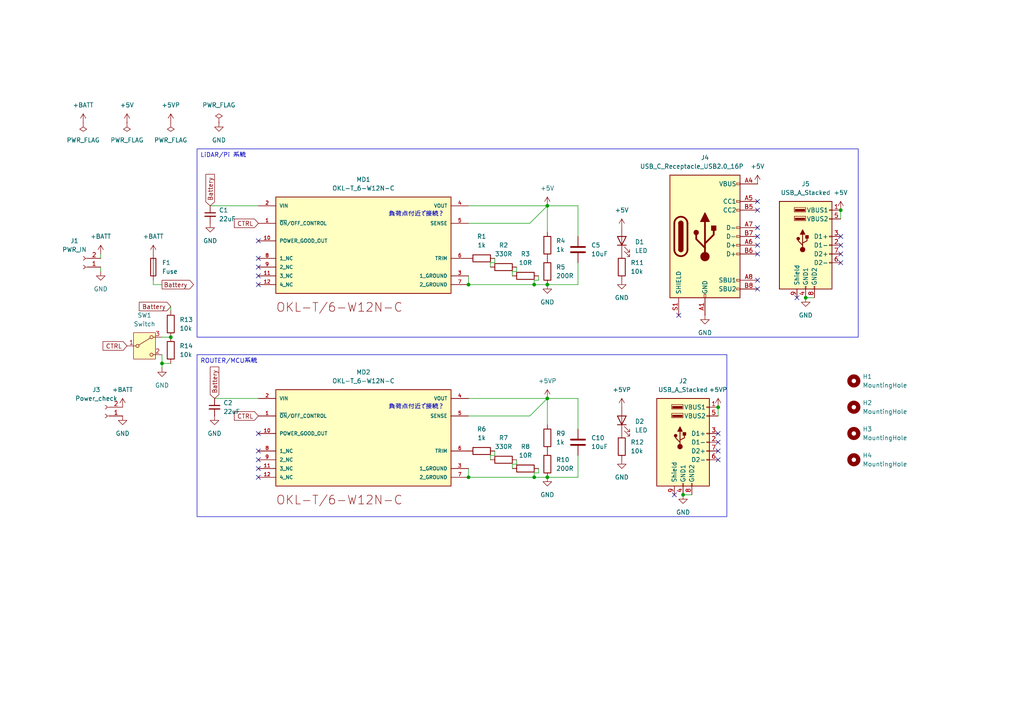
<source format=kicad_sch>
(kicad_sch
	(version 20231120)
	(generator "eeschema")
	(generator_version "8.0")
	(uuid "9b31bb12-b0a4-46c2-8fe3-73cecf9f3124")
	(paper "A4")
	(lib_symbols
		(symbol "Connector:Conn_01x02_Socket"
			(pin_names
				(offset 1.016) hide)
			(exclude_from_sim no)
			(in_bom yes)
			(on_board yes)
			(property "Reference" "J"
				(at 0 2.54 0)
				(effects
					(font
						(size 1.27 1.27)
					)
				)
			)
			(property "Value" "Conn_01x02_Socket"
				(at 0 -5.08 0)
				(effects
					(font
						(size 1.27 1.27)
					)
				)
			)
			(property "Footprint" ""
				(at 0 0 0)
				(effects
					(font
						(size 1.27 1.27)
					)
					(hide yes)
				)
			)
			(property "Datasheet" "~"
				(at 0 0 0)
				(effects
					(font
						(size 1.27 1.27)
					)
					(hide yes)
				)
			)
			(property "Description" "Generic connector, single row, 01x02, script generated"
				(at 0 0 0)
				(effects
					(font
						(size 1.27 1.27)
					)
					(hide yes)
				)
			)
			(property "ki_locked" ""
				(at 0 0 0)
				(effects
					(font
						(size 1.27 1.27)
					)
				)
			)
			(property "ki_keywords" "connector"
				(at 0 0 0)
				(effects
					(font
						(size 1.27 1.27)
					)
					(hide yes)
				)
			)
			(property "ki_fp_filters" "Connector*:*_1x??_*"
				(at 0 0 0)
				(effects
					(font
						(size 1.27 1.27)
					)
					(hide yes)
				)
			)
			(symbol "Conn_01x02_Socket_1_1"
				(arc
					(start 0 -2.032)
					(mid -0.5058 -2.54)
					(end 0 -3.048)
					(stroke
						(width 0.1524)
						(type default)
					)
					(fill
						(type none)
					)
				)
				(polyline
					(pts
						(xy -1.27 -2.54) (xy -0.508 -2.54)
					)
					(stroke
						(width 0.1524)
						(type default)
					)
					(fill
						(type none)
					)
				)
				(polyline
					(pts
						(xy -1.27 0) (xy -0.508 0)
					)
					(stroke
						(width 0.1524)
						(type default)
					)
					(fill
						(type none)
					)
				)
				(arc
					(start 0 0.508)
					(mid -0.5058 0)
					(end 0 -0.508)
					(stroke
						(width 0.1524)
						(type default)
					)
					(fill
						(type none)
					)
				)
				(pin passive line
					(at -5.08 0 0)
					(length 3.81)
					(name "Pin_1"
						(effects
							(font
								(size 1.27 1.27)
							)
						)
					)
					(number "1"
						(effects
							(font
								(size 1.27 1.27)
							)
						)
					)
				)
				(pin passive line
					(at -5.08 -2.54 0)
					(length 3.81)
					(name "Pin_2"
						(effects
							(font
								(size 1.27 1.27)
							)
						)
					)
					(number "2"
						(effects
							(font
								(size 1.27 1.27)
							)
						)
					)
				)
			)
		)
		(symbol "Connector:USB_A_Stacked"
			(pin_names
				(offset 1.016)
			)
			(exclude_from_sim no)
			(in_bom yes)
			(on_board yes)
			(property "Reference" "J"
				(at 0 15.875 0)
				(effects
					(font
						(size 1.27 1.27)
					)
				)
			)
			(property "Value" "USB_A_Stacked"
				(at 0 13.97 0)
				(effects
					(font
						(size 1.27 1.27)
					)
				)
			)
			(property "Footprint" ""
				(at 3.81 -13.97 0)
				(effects
					(font
						(size 1.27 1.27)
					)
					(justify left)
					(hide yes)
				)
			)
			(property "Datasheet" " ~"
				(at 5.08 1.27 0)
				(effects
					(font
						(size 1.27 1.27)
					)
					(hide yes)
				)
			)
			(property "Description" "USB Type A connector, stacked"
				(at 0 0 0)
				(effects
					(font
						(size 1.27 1.27)
					)
					(hide yes)
				)
			)
			(property "ki_keywords" "connector USB"
				(at 0 0 0)
				(effects
					(font
						(size 1.27 1.27)
					)
					(hide yes)
				)
			)
			(property "ki_fp_filters" "USB*"
				(at 0 0 0)
				(effects
					(font
						(size 1.27 1.27)
					)
					(hide yes)
				)
			)
			(symbol "USB_A_Stacked_0_1"
				(rectangle
					(start -7.62 12.7)
					(end 7.62 -12.7)
					(stroke
						(width 0.254)
						(type default)
					)
					(fill
						(type background)
					)
				)
				(circle
					(center -2.159 1.905)
					(radius 0.381)
					(stroke
						(width 0.254)
						(type default)
					)
					(fill
						(type outline)
					)
				)
				(circle
					(center -0.889 -1.27)
					(radius 0.635)
					(stroke
						(width 0.254)
						(type default)
					)
					(fill
						(type outline)
					)
				)
				(rectangle
					(start -0.254 7.366)
					(end -3.048 7.874)
					(stroke
						(width 0)
						(type default)
					)
					(fill
						(type outline)
					)
				)
				(rectangle
					(start -0.254 9.906)
					(end -3.048 10.414)
					(stroke
						(width 0)
						(type default)
					)
					(fill
						(type outline)
					)
				)
				(rectangle
					(start -0.127 -12.7)
					(end 0.127 -11.938)
					(stroke
						(width 0)
						(type default)
					)
					(fill
						(type none)
					)
				)
				(polyline
					(pts
						(xy -1.524 3.175) (xy -0.254 3.175) (xy -0.889 4.445) (xy -1.524 3.175)
					)
					(stroke
						(width 0.254)
						(type default)
					)
					(fill
						(type outline)
					)
				)
				(polyline
					(pts
						(xy -0.889 -0.635) (xy -0.889 0) (xy -2.159 1.27) (xy -2.159 1.905)
					)
					(stroke
						(width 0.254)
						(type default)
					)
					(fill
						(type none)
					)
				)
				(polyline
					(pts
						(xy -0.889 0) (xy -0.889 0.635) (xy 0.381 1.27) (xy 0.381 2.54)
					)
					(stroke
						(width 0.254)
						(type default)
					)
					(fill
						(type none)
					)
				)
				(rectangle
					(start 0 2.794)
					(end 0.762 2.032)
					(stroke
						(width 0.254)
						(type default)
					)
					(fill
						(type outline)
					)
				)
				(rectangle
					(start 0 7.112)
					(end -3.302 8.382)
					(stroke
						(width 0)
						(type default)
					)
					(fill
						(type none)
					)
				)
				(rectangle
					(start 0 9.652)
					(end -3.302 10.922)
					(stroke
						(width 0)
						(type default)
					)
					(fill
						(type none)
					)
				)
				(rectangle
					(start 2.413 -12.7)
					(end 2.667 -11.938)
					(stroke
						(width 0)
						(type default)
					)
					(fill
						(type none)
					)
				)
				(rectangle
					(start 7.62 -5.207)
					(end 6.858 -4.953)
					(stroke
						(width 0)
						(type default)
					)
					(fill
						(type none)
					)
				)
				(rectangle
					(start 7.62 -2.667)
					(end 6.858 -2.413)
					(stroke
						(width 0)
						(type default)
					)
					(fill
						(type none)
					)
				)
				(rectangle
					(start 7.62 -0.127)
					(end 6.858 0.127)
					(stroke
						(width 0)
						(type default)
					)
					(fill
						(type none)
					)
				)
				(rectangle
					(start 7.62 2.413)
					(end 6.858 2.667)
					(stroke
						(width 0)
						(type default)
					)
					(fill
						(type none)
					)
				)
				(rectangle
					(start 7.62 7.493)
					(end 6.858 7.747)
					(stroke
						(width 0)
						(type default)
					)
					(fill
						(type none)
					)
				)
				(rectangle
					(start 7.62 10.033)
					(end 6.858 10.287)
					(stroke
						(width 0)
						(type default)
					)
					(fill
						(type none)
					)
				)
			)
			(symbol "USB_A_Stacked_1_1"
				(polyline
					(pts
						(xy -0.889 0.635) (xy -0.889 3.175)
					)
					(stroke
						(width 0.254)
						(type default)
					)
					(fill
						(type none)
					)
				)
				(pin power_in line
					(at 10.16 10.16 180)
					(length 2.54)
					(name "VBUS1"
						(effects
							(font
								(size 1.27 1.27)
							)
						)
					)
					(number "1"
						(effects
							(font
								(size 1.27 1.27)
							)
						)
					)
				)
				(pin bidirectional line
					(at 10.16 0 180)
					(length 2.54)
					(name "D1-"
						(effects
							(font
								(size 1.27 1.27)
							)
						)
					)
					(number "2"
						(effects
							(font
								(size 1.27 1.27)
							)
						)
					)
				)
				(pin bidirectional line
					(at 10.16 2.54 180)
					(length 2.54)
					(name "D1+"
						(effects
							(font
								(size 1.27 1.27)
							)
						)
					)
					(number "3"
						(effects
							(font
								(size 1.27 1.27)
							)
						)
					)
				)
				(pin power_in line
					(at 0 -15.24 90)
					(length 2.54)
					(name "GND1"
						(effects
							(font
								(size 1.27 1.27)
							)
						)
					)
					(number "4"
						(effects
							(font
								(size 1.27 1.27)
							)
						)
					)
				)
				(pin power_in line
					(at 10.16 7.62 180)
					(length 2.54)
					(name "VBUS2"
						(effects
							(font
								(size 1.27 1.27)
							)
						)
					)
					(number "5"
						(effects
							(font
								(size 1.27 1.27)
							)
						)
					)
				)
				(pin bidirectional line
					(at 10.16 -5.08 180)
					(length 2.54)
					(name "D2-"
						(effects
							(font
								(size 1.27 1.27)
							)
						)
					)
					(number "6"
						(effects
							(font
								(size 1.27 1.27)
							)
						)
					)
				)
				(pin bidirectional line
					(at 10.16 -2.54 180)
					(length 2.54)
					(name "D2+"
						(effects
							(font
								(size 1.27 1.27)
							)
						)
					)
					(number "7"
						(effects
							(font
								(size 1.27 1.27)
							)
						)
					)
				)
				(pin power_in line
					(at 2.54 -15.24 90)
					(length 2.54)
					(name "GND2"
						(effects
							(font
								(size 1.27 1.27)
							)
						)
					)
					(number "8"
						(effects
							(font
								(size 1.27 1.27)
							)
						)
					)
				)
				(pin passive line
					(at -2.54 -15.24 90)
					(length 2.54)
					(name "Shield"
						(effects
							(font
								(size 1.27 1.27)
							)
						)
					)
					(number "9"
						(effects
							(font
								(size 1.27 1.27)
							)
						)
					)
				)
			)
		)
		(symbol "Connector:USB_C_Receptacle_USB2.0_16P"
			(pin_names
				(offset 1.016)
			)
			(exclude_from_sim no)
			(in_bom yes)
			(on_board yes)
			(property "Reference" "J"
				(at 0 22.225 0)
				(effects
					(font
						(size 1.27 1.27)
					)
				)
			)
			(property "Value" "USB_C_Receptacle_USB2.0_16P"
				(at 0 19.685 0)
				(effects
					(font
						(size 1.27 1.27)
					)
				)
			)
			(property "Footprint" ""
				(at 3.81 0 0)
				(effects
					(font
						(size 1.27 1.27)
					)
					(hide yes)
				)
			)
			(property "Datasheet" "https://www.usb.org/sites/default/files/documents/usb_type-c.zip"
				(at 3.81 0 0)
				(effects
					(font
						(size 1.27 1.27)
					)
					(hide yes)
				)
			)
			(property "Description" "USB 2.0-only 16P Type-C Receptacle connector"
				(at 0 0 0)
				(effects
					(font
						(size 1.27 1.27)
					)
					(hide yes)
				)
			)
			(property "ki_keywords" "usb universal serial bus type-C USB2.0"
				(at 0 0 0)
				(effects
					(font
						(size 1.27 1.27)
					)
					(hide yes)
				)
			)
			(property "ki_fp_filters" "USB*C*Receptacle*"
				(at 0 0 0)
				(effects
					(font
						(size 1.27 1.27)
					)
					(hide yes)
				)
			)
			(symbol "USB_C_Receptacle_USB2.0_16P_0_0"
				(rectangle
					(start -0.254 -17.78)
					(end 0.254 -16.764)
					(stroke
						(width 0)
						(type default)
					)
					(fill
						(type none)
					)
				)
				(rectangle
					(start 10.16 -14.986)
					(end 9.144 -15.494)
					(stroke
						(width 0)
						(type default)
					)
					(fill
						(type none)
					)
				)
				(rectangle
					(start 10.16 -12.446)
					(end 9.144 -12.954)
					(stroke
						(width 0)
						(type default)
					)
					(fill
						(type none)
					)
				)
				(rectangle
					(start 10.16 -4.826)
					(end 9.144 -5.334)
					(stroke
						(width 0)
						(type default)
					)
					(fill
						(type none)
					)
				)
				(rectangle
					(start 10.16 -2.286)
					(end 9.144 -2.794)
					(stroke
						(width 0)
						(type default)
					)
					(fill
						(type none)
					)
				)
				(rectangle
					(start 10.16 0.254)
					(end 9.144 -0.254)
					(stroke
						(width 0)
						(type default)
					)
					(fill
						(type none)
					)
				)
				(rectangle
					(start 10.16 2.794)
					(end 9.144 2.286)
					(stroke
						(width 0)
						(type default)
					)
					(fill
						(type none)
					)
				)
				(rectangle
					(start 10.16 7.874)
					(end 9.144 7.366)
					(stroke
						(width 0)
						(type default)
					)
					(fill
						(type none)
					)
				)
				(rectangle
					(start 10.16 10.414)
					(end 9.144 9.906)
					(stroke
						(width 0)
						(type default)
					)
					(fill
						(type none)
					)
				)
				(rectangle
					(start 10.16 15.494)
					(end 9.144 14.986)
					(stroke
						(width 0)
						(type default)
					)
					(fill
						(type none)
					)
				)
			)
			(symbol "USB_C_Receptacle_USB2.0_16P_0_1"
				(rectangle
					(start -10.16 17.78)
					(end 10.16 -17.78)
					(stroke
						(width 0.254)
						(type default)
					)
					(fill
						(type background)
					)
				)
				(arc
					(start -8.89 -3.81)
					(mid -6.985 -5.7067)
					(end -5.08 -3.81)
					(stroke
						(width 0.508)
						(type default)
					)
					(fill
						(type none)
					)
				)
				(arc
					(start -7.62 -3.81)
					(mid -6.985 -4.4423)
					(end -6.35 -3.81)
					(stroke
						(width 0.254)
						(type default)
					)
					(fill
						(type none)
					)
				)
				(arc
					(start -7.62 -3.81)
					(mid -6.985 -4.4423)
					(end -6.35 -3.81)
					(stroke
						(width 0.254)
						(type default)
					)
					(fill
						(type outline)
					)
				)
				(rectangle
					(start -7.62 -3.81)
					(end -6.35 3.81)
					(stroke
						(width 0.254)
						(type default)
					)
					(fill
						(type outline)
					)
				)
				(arc
					(start -6.35 3.81)
					(mid -6.985 4.4423)
					(end -7.62 3.81)
					(stroke
						(width 0.254)
						(type default)
					)
					(fill
						(type none)
					)
				)
				(arc
					(start -6.35 3.81)
					(mid -6.985 4.4423)
					(end -7.62 3.81)
					(stroke
						(width 0.254)
						(type default)
					)
					(fill
						(type outline)
					)
				)
				(arc
					(start -5.08 3.81)
					(mid -6.985 5.7067)
					(end -8.89 3.81)
					(stroke
						(width 0.508)
						(type default)
					)
					(fill
						(type none)
					)
				)
				(circle
					(center -2.54 1.143)
					(radius 0.635)
					(stroke
						(width 0.254)
						(type default)
					)
					(fill
						(type outline)
					)
				)
				(circle
					(center 0 -5.842)
					(radius 1.27)
					(stroke
						(width 0)
						(type default)
					)
					(fill
						(type outline)
					)
				)
				(polyline
					(pts
						(xy -8.89 -3.81) (xy -8.89 3.81)
					)
					(stroke
						(width 0.508)
						(type default)
					)
					(fill
						(type none)
					)
				)
				(polyline
					(pts
						(xy -5.08 3.81) (xy -5.08 -3.81)
					)
					(stroke
						(width 0.508)
						(type default)
					)
					(fill
						(type none)
					)
				)
				(polyline
					(pts
						(xy 0 -5.842) (xy 0 4.318)
					)
					(stroke
						(width 0.508)
						(type default)
					)
					(fill
						(type none)
					)
				)
				(polyline
					(pts
						(xy 0 -3.302) (xy -2.54 -0.762) (xy -2.54 0.508)
					)
					(stroke
						(width 0.508)
						(type default)
					)
					(fill
						(type none)
					)
				)
				(polyline
					(pts
						(xy 0 -2.032) (xy 2.54 0.508) (xy 2.54 1.778)
					)
					(stroke
						(width 0.508)
						(type default)
					)
					(fill
						(type none)
					)
				)
				(polyline
					(pts
						(xy -1.27 4.318) (xy 0 6.858) (xy 1.27 4.318) (xy -1.27 4.318)
					)
					(stroke
						(width 0.254)
						(type default)
					)
					(fill
						(type outline)
					)
				)
				(rectangle
					(start 1.905 1.778)
					(end 3.175 3.048)
					(stroke
						(width 0.254)
						(type default)
					)
					(fill
						(type outline)
					)
				)
			)
			(symbol "USB_C_Receptacle_USB2.0_16P_1_1"
				(pin passive line
					(at 0 -22.86 90)
					(length 5.08)
					(name "GND"
						(effects
							(font
								(size 1.27 1.27)
							)
						)
					)
					(number "A1"
						(effects
							(font
								(size 1.27 1.27)
							)
						)
					)
				)
				(pin passive line
					(at 0 -22.86 90)
					(length 5.08) hide
					(name "GND"
						(effects
							(font
								(size 1.27 1.27)
							)
						)
					)
					(number "A12"
						(effects
							(font
								(size 1.27 1.27)
							)
						)
					)
				)
				(pin passive line
					(at 15.24 15.24 180)
					(length 5.08)
					(name "VBUS"
						(effects
							(font
								(size 1.27 1.27)
							)
						)
					)
					(number "A4"
						(effects
							(font
								(size 1.27 1.27)
							)
						)
					)
				)
				(pin bidirectional line
					(at 15.24 10.16 180)
					(length 5.08)
					(name "CC1"
						(effects
							(font
								(size 1.27 1.27)
							)
						)
					)
					(number "A5"
						(effects
							(font
								(size 1.27 1.27)
							)
						)
					)
				)
				(pin bidirectional line
					(at 15.24 -2.54 180)
					(length 5.08)
					(name "D+"
						(effects
							(font
								(size 1.27 1.27)
							)
						)
					)
					(number "A6"
						(effects
							(font
								(size 1.27 1.27)
							)
						)
					)
				)
				(pin bidirectional line
					(at 15.24 2.54 180)
					(length 5.08)
					(name "D-"
						(effects
							(font
								(size 1.27 1.27)
							)
						)
					)
					(number "A7"
						(effects
							(font
								(size 1.27 1.27)
							)
						)
					)
				)
				(pin bidirectional line
					(at 15.24 -12.7 180)
					(length 5.08)
					(name "SBU1"
						(effects
							(font
								(size 1.27 1.27)
							)
						)
					)
					(number "A8"
						(effects
							(font
								(size 1.27 1.27)
							)
						)
					)
				)
				(pin passive line
					(at 15.24 15.24 180)
					(length 5.08) hide
					(name "VBUS"
						(effects
							(font
								(size 1.27 1.27)
							)
						)
					)
					(number "A9"
						(effects
							(font
								(size 1.27 1.27)
							)
						)
					)
				)
				(pin passive line
					(at 0 -22.86 90)
					(length 5.08) hide
					(name "GND"
						(effects
							(font
								(size 1.27 1.27)
							)
						)
					)
					(number "B1"
						(effects
							(font
								(size 1.27 1.27)
							)
						)
					)
				)
				(pin passive line
					(at 0 -22.86 90)
					(length 5.08) hide
					(name "GND"
						(effects
							(font
								(size 1.27 1.27)
							)
						)
					)
					(number "B12"
						(effects
							(font
								(size 1.27 1.27)
							)
						)
					)
				)
				(pin passive line
					(at 15.24 15.24 180)
					(length 5.08) hide
					(name "VBUS"
						(effects
							(font
								(size 1.27 1.27)
							)
						)
					)
					(number "B4"
						(effects
							(font
								(size 1.27 1.27)
							)
						)
					)
				)
				(pin bidirectional line
					(at 15.24 7.62 180)
					(length 5.08)
					(name "CC2"
						(effects
							(font
								(size 1.27 1.27)
							)
						)
					)
					(number "B5"
						(effects
							(font
								(size 1.27 1.27)
							)
						)
					)
				)
				(pin bidirectional line
					(at 15.24 -5.08 180)
					(length 5.08)
					(name "D+"
						(effects
							(font
								(size 1.27 1.27)
							)
						)
					)
					(number "B6"
						(effects
							(font
								(size 1.27 1.27)
							)
						)
					)
				)
				(pin bidirectional line
					(at 15.24 0 180)
					(length 5.08)
					(name "D-"
						(effects
							(font
								(size 1.27 1.27)
							)
						)
					)
					(number "B7"
						(effects
							(font
								(size 1.27 1.27)
							)
						)
					)
				)
				(pin bidirectional line
					(at 15.24 -15.24 180)
					(length 5.08)
					(name "SBU2"
						(effects
							(font
								(size 1.27 1.27)
							)
						)
					)
					(number "B8"
						(effects
							(font
								(size 1.27 1.27)
							)
						)
					)
				)
				(pin passive line
					(at 15.24 15.24 180)
					(length 5.08) hide
					(name "VBUS"
						(effects
							(font
								(size 1.27 1.27)
							)
						)
					)
					(number "B9"
						(effects
							(font
								(size 1.27 1.27)
							)
						)
					)
				)
				(pin passive line
					(at -7.62 -22.86 90)
					(length 5.08)
					(name "SHIELD"
						(effects
							(font
								(size 1.27 1.27)
							)
						)
					)
					(number "S1"
						(effects
							(font
								(size 1.27 1.27)
							)
						)
					)
				)
			)
		)
		(symbol "Device:C"
			(pin_numbers hide)
			(pin_names
				(offset 0.254)
			)
			(exclude_from_sim no)
			(in_bom yes)
			(on_board yes)
			(property "Reference" "C"
				(at 0.635 2.54 0)
				(effects
					(font
						(size 1.27 1.27)
					)
					(justify left)
				)
			)
			(property "Value" "C"
				(at 0.635 -2.54 0)
				(effects
					(font
						(size 1.27 1.27)
					)
					(justify left)
				)
			)
			(property "Footprint" ""
				(at 0.9652 -3.81 0)
				(effects
					(font
						(size 1.27 1.27)
					)
					(hide yes)
				)
			)
			(property "Datasheet" "~"
				(at 0 0 0)
				(effects
					(font
						(size 1.27 1.27)
					)
					(hide yes)
				)
			)
			(property "Description" "Unpolarized capacitor"
				(at 0 0 0)
				(effects
					(font
						(size 1.27 1.27)
					)
					(hide yes)
				)
			)
			(property "ki_keywords" "cap capacitor"
				(at 0 0 0)
				(effects
					(font
						(size 1.27 1.27)
					)
					(hide yes)
				)
			)
			(property "ki_fp_filters" "C_*"
				(at 0 0 0)
				(effects
					(font
						(size 1.27 1.27)
					)
					(hide yes)
				)
			)
			(symbol "C_0_1"
				(polyline
					(pts
						(xy -2.032 -0.762) (xy 2.032 -0.762)
					)
					(stroke
						(width 0.508)
						(type default)
					)
					(fill
						(type none)
					)
				)
				(polyline
					(pts
						(xy -2.032 0.762) (xy 2.032 0.762)
					)
					(stroke
						(width 0.508)
						(type default)
					)
					(fill
						(type none)
					)
				)
			)
			(symbol "C_1_1"
				(pin passive line
					(at 0 3.81 270)
					(length 2.794)
					(name "~"
						(effects
							(font
								(size 1.27 1.27)
							)
						)
					)
					(number "1"
						(effects
							(font
								(size 1.27 1.27)
							)
						)
					)
				)
				(pin passive line
					(at 0 -3.81 90)
					(length 2.794)
					(name "~"
						(effects
							(font
								(size 1.27 1.27)
							)
						)
					)
					(number "2"
						(effects
							(font
								(size 1.27 1.27)
							)
						)
					)
				)
			)
		)
		(symbol "Device:C_Small"
			(pin_numbers hide)
			(pin_names
				(offset 0.254) hide)
			(exclude_from_sim no)
			(in_bom yes)
			(on_board yes)
			(property "Reference" "C"
				(at 0.254 1.778 0)
				(effects
					(font
						(size 1.27 1.27)
					)
					(justify left)
				)
			)
			(property "Value" "C_Small"
				(at 0.254 -2.032 0)
				(effects
					(font
						(size 1.27 1.27)
					)
					(justify left)
				)
			)
			(property "Footprint" ""
				(at 0 0 0)
				(effects
					(font
						(size 1.27 1.27)
					)
					(hide yes)
				)
			)
			(property "Datasheet" "~"
				(at 0 0 0)
				(effects
					(font
						(size 1.27 1.27)
					)
					(hide yes)
				)
			)
			(property "Description" "Unpolarized capacitor, small symbol"
				(at 0 0 0)
				(effects
					(font
						(size 1.27 1.27)
					)
					(hide yes)
				)
			)
			(property "ki_keywords" "capacitor cap"
				(at 0 0 0)
				(effects
					(font
						(size 1.27 1.27)
					)
					(hide yes)
				)
			)
			(property "ki_fp_filters" "C_*"
				(at 0 0 0)
				(effects
					(font
						(size 1.27 1.27)
					)
					(hide yes)
				)
			)
			(symbol "C_Small_0_1"
				(polyline
					(pts
						(xy -1.524 -0.508) (xy 1.524 -0.508)
					)
					(stroke
						(width 0.3302)
						(type default)
					)
					(fill
						(type none)
					)
				)
				(polyline
					(pts
						(xy -1.524 0.508) (xy 1.524 0.508)
					)
					(stroke
						(width 0.3048)
						(type default)
					)
					(fill
						(type none)
					)
				)
			)
			(symbol "C_Small_1_1"
				(pin passive line
					(at 0 2.54 270)
					(length 2.032)
					(name "~"
						(effects
							(font
								(size 1.27 1.27)
							)
						)
					)
					(number "1"
						(effects
							(font
								(size 1.27 1.27)
							)
						)
					)
				)
				(pin passive line
					(at 0 -2.54 90)
					(length 2.032)
					(name "~"
						(effects
							(font
								(size 1.27 1.27)
							)
						)
					)
					(number "2"
						(effects
							(font
								(size 1.27 1.27)
							)
						)
					)
				)
			)
		)
		(symbol "Device:Fuse"
			(pin_numbers hide)
			(pin_names
				(offset 0)
			)
			(exclude_from_sim no)
			(in_bom yes)
			(on_board yes)
			(property "Reference" "F"
				(at 2.032 0 90)
				(effects
					(font
						(size 1.27 1.27)
					)
				)
			)
			(property "Value" "Fuse"
				(at -1.905 0 90)
				(effects
					(font
						(size 1.27 1.27)
					)
				)
			)
			(property "Footprint" ""
				(at -1.778 0 90)
				(effects
					(font
						(size 1.27 1.27)
					)
					(hide yes)
				)
			)
			(property "Datasheet" "~"
				(at 0 0 0)
				(effects
					(font
						(size 1.27 1.27)
					)
					(hide yes)
				)
			)
			(property "Description" "Fuse"
				(at 0 0 0)
				(effects
					(font
						(size 1.27 1.27)
					)
					(hide yes)
				)
			)
			(property "ki_keywords" "fuse"
				(at 0 0 0)
				(effects
					(font
						(size 1.27 1.27)
					)
					(hide yes)
				)
			)
			(property "ki_fp_filters" "*Fuse*"
				(at 0 0 0)
				(effects
					(font
						(size 1.27 1.27)
					)
					(hide yes)
				)
			)
			(symbol "Fuse_0_1"
				(rectangle
					(start -0.762 -2.54)
					(end 0.762 2.54)
					(stroke
						(width 0.254)
						(type default)
					)
					(fill
						(type none)
					)
				)
				(polyline
					(pts
						(xy 0 2.54) (xy 0 -2.54)
					)
					(stroke
						(width 0)
						(type default)
					)
					(fill
						(type none)
					)
				)
			)
			(symbol "Fuse_1_1"
				(pin passive line
					(at 0 3.81 270)
					(length 1.27)
					(name "~"
						(effects
							(font
								(size 1.27 1.27)
							)
						)
					)
					(number "1"
						(effects
							(font
								(size 1.27 1.27)
							)
						)
					)
				)
				(pin passive line
					(at 0 -3.81 90)
					(length 1.27)
					(name "~"
						(effects
							(font
								(size 1.27 1.27)
							)
						)
					)
					(number "2"
						(effects
							(font
								(size 1.27 1.27)
							)
						)
					)
				)
			)
		)
		(symbol "Device:LED"
			(pin_numbers hide)
			(pin_names
				(offset 1.016) hide)
			(exclude_from_sim no)
			(in_bom yes)
			(on_board yes)
			(property "Reference" "D"
				(at 0 2.54 0)
				(effects
					(font
						(size 1.27 1.27)
					)
				)
			)
			(property "Value" "LED"
				(at 0 -2.54 0)
				(effects
					(font
						(size 1.27 1.27)
					)
				)
			)
			(property "Footprint" ""
				(at 0 0 0)
				(effects
					(font
						(size 1.27 1.27)
					)
					(hide yes)
				)
			)
			(property "Datasheet" "~"
				(at 0 0 0)
				(effects
					(font
						(size 1.27 1.27)
					)
					(hide yes)
				)
			)
			(property "Description" "Light emitting diode"
				(at 0 0 0)
				(effects
					(font
						(size 1.27 1.27)
					)
					(hide yes)
				)
			)
			(property "ki_keywords" "LED diode"
				(at 0 0 0)
				(effects
					(font
						(size 1.27 1.27)
					)
					(hide yes)
				)
			)
			(property "ki_fp_filters" "LED* LED_SMD:* LED_THT:*"
				(at 0 0 0)
				(effects
					(font
						(size 1.27 1.27)
					)
					(hide yes)
				)
			)
			(symbol "LED_0_1"
				(polyline
					(pts
						(xy -1.27 -1.27) (xy -1.27 1.27)
					)
					(stroke
						(width 0.254)
						(type default)
					)
					(fill
						(type none)
					)
				)
				(polyline
					(pts
						(xy -1.27 0) (xy 1.27 0)
					)
					(stroke
						(width 0)
						(type default)
					)
					(fill
						(type none)
					)
				)
				(polyline
					(pts
						(xy 1.27 -1.27) (xy 1.27 1.27) (xy -1.27 0) (xy 1.27 -1.27)
					)
					(stroke
						(width 0.254)
						(type default)
					)
					(fill
						(type none)
					)
				)
				(polyline
					(pts
						(xy -3.048 -0.762) (xy -4.572 -2.286) (xy -3.81 -2.286) (xy -4.572 -2.286) (xy -4.572 -1.524)
					)
					(stroke
						(width 0)
						(type default)
					)
					(fill
						(type none)
					)
				)
				(polyline
					(pts
						(xy -1.778 -0.762) (xy -3.302 -2.286) (xy -2.54 -2.286) (xy -3.302 -2.286) (xy -3.302 -1.524)
					)
					(stroke
						(width 0)
						(type default)
					)
					(fill
						(type none)
					)
				)
			)
			(symbol "LED_1_1"
				(pin passive line
					(at -3.81 0 0)
					(length 2.54)
					(name "K"
						(effects
							(font
								(size 1.27 1.27)
							)
						)
					)
					(number "1"
						(effects
							(font
								(size 1.27 1.27)
							)
						)
					)
				)
				(pin passive line
					(at 3.81 0 180)
					(length 2.54)
					(name "A"
						(effects
							(font
								(size 1.27 1.27)
							)
						)
					)
					(number "2"
						(effects
							(font
								(size 1.27 1.27)
							)
						)
					)
				)
			)
		)
		(symbol "Device:R"
			(pin_numbers hide)
			(pin_names
				(offset 0)
			)
			(exclude_from_sim no)
			(in_bom yes)
			(on_board yes)
			(property "Reference" "R"
				(at 2.032 0 90)
				(effects
					(font
						(size 1.27 1.27)
					)
				)
			)
			(property "Value" "R"
				(at 0 0 90)
				(effects
					(font
						(size 1.27 1.27)
					)
				)
			)
			(property "Footprint" ""
				(at -1.778 0 90)
				(effects
					(font
						(size 1.27 1.27)
					)
					(hide yes)
				)
			)
			(property "Datasheet" "~"
				(at 0 0 0)
				(effects
					(font
						(size 1.27 1.27)
					)
					(hide yes)
				)
			)
			(property "Description" "Resistor"
				(at 0 0 0)
				(effects
					(font
						(size 1.27 1.27)
					)
					(hide yes)
				)
			)
			(property "ki_keywords" "R res resistor"
				(at 0 0 0)
				(effects
					(font
						(size 1.27 1.27)
					)
					(hide yes)
				)
			)
			(property "ki_fp_filters" "R_*"
				(at 0 0 0)
				(effects
					(font
						(size 1.27 1.27)
					)
					(hide yes)
				)
			)
			(symbol "R_0_1"
				(rectangle
					(start -1.016 -2.54)
					(end 1.016 2.54)
					(stroke
						(width 0.254)
						(type default)
					)
					(fill
						(type none)
					)
				)
			)
			(symbol "R_1_1"
				(pin passive line
					(at 0 3.81 270)
					(length 1.27)
					(name "~"
						(effects
							(font
								(size 1.27 1.27)
							)
						)
					)
					(number "1"
						(effects
							(font
								(size 1.27 1.27)
							)
						)
					)
				)
				(pin passive line
					(at 0 -3.81 90)
					(length 1.27)
					(name "~"
						(effects
							(font
								(size 1.27 1.27)
							)
						)
					)
					(number "2"
						(effects
							(font
								(size 1.27 1.27)
							)
						)
					)
				)
			)
		)
		(symbol "Mechanical:MountingHole"
			(pin_names
				(offset 1.016)
			)
			(exclude_from_sim yes)
			(in_bom no)
			(on_board yes)
			(property "Reference" "H"
				(at 0 5.08 0)
				(effects
					(font
						(size 1.27 1.27)
					)
				)
			)
			(property "Value" "MountingHole"
				(at 0 3.175 0)
				(effects
					(font
						(size 1.27 1.27)
					)
				)
			)
			(property "Footprint" ""
				(at 0 0 0)
				(effects
					(font
						(size 1.27 1.27)
					)
					(hide yes)
				)
			)
			(property "Datasheet" "~"
				(at 0 0 0)
				(effects
					(font
						(size 1.27 1.27)
					)
					(hide yes)
				)
			)
			(property "Description" "Mounting Hole without connection"
				(at 0 0 0)
				(effects
					(font
						(size 1.27 1.27)
					)
					(hide yes)
				)
			)
			(property "ki_keywords" "mounting hole"
				(at 0 0 0)
				(effects
					(font
						(size 1.27 1.27)
					)
					(hide yes)
				)
			)
			(property "ki_fp_filters" "MountingHole*"
				(at 0 0 0)
				(effects
					(font
						(size 1.27 1.27)
					)
					(hide yes)
				)
			)
			(symbol "MountingHole_0_1"
				(circle
					(center 0 0)
					(radius 1.27)
					(stroke
						(width 1.27)
						(type default)
					)
					(fill
						(type none)
					)
				)
			)
		)
		(symbol "OKL-T_6-W12N-C:OKL-T_6-W12N-C"
			(pin_names
				(offset 1.016)
			)
			(exclude_from_sim no)
			(in_bom yes)
			(on_board yes)
			(property "Reference" "MD"
				(at 2.54 -2.54 0)
				(effects
					(font
						(size 1.27 1.27)
					)
					(justify left top)
				)
			)
			(property "Value" "OKL-T_6-W12N-C"
				(at 0 0 0)
				(effects
					(font
						(size 1.27 1.27)
					)
					(justify bottom)
				)
			)
			(property "Footprint" "OKL-T_6-W12N-C:MURATA_OKL-T-6-W12N-C_0"
				(at 0 0 0)
				(effects
					(font
						(size 1.27 1.27)
					)
					(justify bottom)
					(hide yes)
				)
			)
			(property "Datasheet" "https://www.murata.com/en-us/products/productdetail.aspx?partno=OKL-T/6-W12N-C"
				(at 0 0 0)
				(effects
					(font
						(size 1.27 1.27)
					)
					(justify bottom)
					(hide yes)
				)
			)
			(property "Description" ""
				(at 0 0 0)
				(effects
					(font
						(size 1.27 1.27)
					)
					(hide yes)
				)
			)
			(property "MOUSER_DESCRIPTION" "Non-Isolated DC/DC Converters 12Vin .59-5.5Vout 6A 30W Neg Polarity"
				(at 0 0 0)
				(effects
					(font
						(size 1.27 1.27)
					)
					(justify bottom)
					(hide yes)
				)
			)
			(property "NUMBER_OF_OUTPUTS" "1"
				(at 0 0 0)
				(effects
					(font
						(size 1.27 1.27)
					)
					(justify bottom)
					(hide yes)
				)
			)
			(property "Check_prices" "https://www.snapeda.com/parts/OKL-T/6-W12N-C/Murata/view-part/?ref=eda"
				(at 0 0 0)
				(effects
					(font
						(size 1.27 1.27)
					)
					(justify bottom)
					(hide yes)
				)
			)
			(property "MOUSER_PART_NUMBER" "580-OKL-T/6-W12N-C"
				(at 0 0 0)
				(effects
					(font
						(size 1.27 1.27)
					)
					(justify bottom)
					(hide yes)
				)
			)
			(property "MFG_PACKAGE_IDENT_COMPONENT_ID" "4873da16363307f0"
				(at 0 0 0)
				(effects
					(font
						(size 1.27 1.27)
					)
					(justify bottom)
					(hide yes)
				)
			)
			(property "AUTOMOTIVE" "No"
				(at 0 0 0)
				(effects
					(font
						(size 1.27 1.27)
					)
					(justify bottom)
					(hide yes)
				)
			)
			(property "SWITCHING_TOPOLOGY" "Buck"
				(at 0 0 0)
				(effects
					(font
						(size 1.27 1.27)
					)
					(justify bottom)
					(hide yes)
				)
			)
			(property "MFG_PACKAGE_IDENT_DATE" "0"
				(at 0 0 0)
				(effects
					(font
						(size 1.27 1.27)
					)
					(justify bottom)
					(hide yes)
				)
			)
			(property "PREFIX" "MD"
				(at 0 0 0)
				(effects
					(font
						(size 1.27 1.27)
					)
					(justify bottom)
					(hide yes)
				)
			)
			(property "MAX_SUPPLY_VOLTAGE" "14V"
				(at 0 0 0)
				(effects
					(font
						(size 1.27 1.27)
					)
					(justify bottom)
					(hide yes)
				)
			)
			(property "TEMPERATURE_RANGE_LOW" "-40°C"
				(at 0 0 0)
				(effects
					(font
						(size 1.27 1.27)
					)
					(justify bottom)
					(hide yes)
				)
			)
			(property "OUTPUT_CURRENT" "6A"
				(at 0 0 0)
				(effects
					(font
						(size 1.27 1.27)
					)
					(justify bottom)
					(hide yes)
				)
			)
			(property "OUTPUT_VOLTAGE" "0.591-5.5V"
				(at 0 0 0)
				(effects
					(font
						(size 1.27 1.27)
					)
					(justify bottom)
					(hide yes)
				)
			)
			(property "DIGIKEY_DESCRIPTION" "DC DC CONVERTER 0.591-5.5V 30W"
				(at 0 0 0)
				(effects
					(font
						(size 1.27 1.27)
					)
					(justify bottom)
					(hide yes)
				)
			)
			(property "CENTROID_NOT_SPECIFIED" "No"
				(at 0 0 0)
				(effects
					(font
						(size 1.27 1.27)
					)
					(justify bottom)
					(hide yes)
				)
			)
			(property "Description_1" "\nNon-Isolated PoL Module DC DC Converter 1 Output 0.591 ~ 5.5V - - 6A 4.5V - 14V Input\n"
				(at 0 0 0)
				(effects
					(font
						(size 1.27 1.27)
					)
					(justify bottom)
					(hide yes)
				)
			)
			(property "Price" "None"
				(at 0 0 0)
				(effects
					(font
						(size 1.27 1.27)
					)
					(justify bottom)
					(hide yes)
				)
			)
			(property "Package" "Murata Power Solutions Inc."
				(at 0 0 0)
				(effects
					(font
						(size 1.27 1.27)
					)
					(justify bottom)
					(hide yes)
				)
			)
			(property "DEVICE_CLASS_L1" "Integrated Circuits (ICs)"
				(at 0 0 0)
				(effects
					(font
						(size 1.27 1.27)
					)
					(justify bottom)
					(hide yes)
				)
			)
			(property "DEVICE_CLASS_L3" "Voltage Regulators - Switching"
				(at 0 0 0)
				(effects
					(font
						(size 1.27 1.27)
					)
					(justify bottom)
					(hide yes)
				)
			)
			(property "DEVICE_CLASS_L2" "Power Management ICs"
				(at 0 0 0)
				(effects
					(font
						(size 1.27 1.27)
					)
					(justify bottom)
					(hide yes)
				)
			)
			(property "OUTPUT_TYPE" "AdjustableProgrammable"
				(at 0 0 0)
				(effects
					(font
						(size 1.27 1.27)
					)
					(justify bottom)
					(hide yes)
				)
			)
			(property "FOOTPRINT_VARIANT_NAME_0" "Recommended_Land_Pattern"
				(at 0 0 0)
				(effects
					(font
						(size 1.27 1.27)
					)
					(justify bottom)
					(hide yes)
				)
			)
			(property "MP" "OKL-T/6-W12N-C"
				(at 0 0 0)
				(effects
					(font
						(size 1.27 1.27)
					)
					(justify bottom)
					(hide yes)
				)
			)
			(property "DIGIKEY_PART_NUMBER" "811-2214-1-ND"
				(at 0 0 0)
				(effects
					(font
						(size 1.27 1.27)
					)
					(justify bottom)
					(hide yes)
				)
			)
			(property "PACKAGE" "iLGA12"
				(at 0 0 0)
				(effects
					(font
						(size 1.27 1.27)
					)
					(justify bottom)
					(hide yes)
				)
			)
			(property "LEAD_FREE" "Yes"
				(at 0 0 0)
				(effects
					(font
						(size 1.27 1.27)
					)
					(justify bottom)
					(hide yes)
				)
			)
			(property "HEIGHT" "7.2mm"
				(at 0 0 0)
				(effects
					(font
						(size 1.27 1.27)
					)
					(justify bottom)
					(hide yes)
				)
			)
			(property "SnapEDA_Link" "https://www.snapeda.com/parts/OKL-T/6-W12N-C/Murata/view-part/?ref=snap"
				(at 0 0 0)
				(effects
					(font
						(size 1.27 1.27)
					)
					(justify bottom)
					(hide yes)
				)
			)
			(property "VERIFICATION_VERSION" "0.0.0.3"
				(at 0 0 0)
				(effects
					(font
						(size 1.27 1.27)
					)
					(justify bottom)
					(hide yes)
				)
			)
			(property "MFG_PACKAGE_IDENT" "OKL-T/6-W12"
				(at 0 0 0)
				(effects
					(font
						(size 1.27 1.27)
					)
					(justify bottom)
					(hide yes)
				)
			)
			(property "MF" "Murata Power Solutions Inc."
				(at 0 0 0)
				(effects
					(font
						(size 1.27 1.27)
					)
					(justify bottom)
					(hide yes)
				)
			)
			(property "SWITCHING_FREQUENCY" "600kHz"
				(at 0 0 0)
				(effects
					(font
						(size 1.27 1.27)
					)
					(justify bottom)
					(hide yes)
				)
			)
			(property "MPN" "OKL-T/6-W12N-C"
				(at 0 0 0)
				(effects
					(font
						(size 1.27 1.27)
					)
					(justify bottom)
					(hide yes)
				)
			)
			(property "TEMPERATURE_RANGE_HIGH" "+85°C"
				(at 0 0 0)
				(effects
					(font
						(size 1.27 1.27)
					)
					(justify bottom)
					(hide yes)
				)
			)
			(property "NOMINAL_SUPPLY_CURRENT" "20mA"
				(at 0 0 0)
				(effects
					(font
						(size 1.27 1.27)
					)
					(justify bottom)
					(hide yes)
				)
			)
			(property "MIN_SUPPLY_VOLTAGE" "4.5V"
				(at 0 0 0)
				(effects
					(font
						(size 1.27 1.27)
					)
					(justify bottom)
					(hide yes)
				)
			)
			(property "MFG_PACKAGE_IDENT_REV" "0"
				(at 0 0 0)
				(effects
					(font
						(size 1.27 1.27)
					)
					(justify bottom)
					(hide yes)
				)
			)
			(property "Availability" "In Stock"
				(at 0 0 0)
				(effects
					(font
						(size 1.27 1.27)
					)
					(justify bottom)
					(hide yes)
				)
			)
			(property "ROHS" "Yes"
				(at 0 0 0)
				(effects
					(font
						(size 1.27 1.27)
					)
					(justify bottom)
					(hide yes)
				)
			)
			(symbol "OKL-T_6-W12N-C_0_0"
				(rectangle
					(start 2.54 -33.02)
					(end 53.34 -5.08)
					(stroke
						(width 0.254)
						(type default)
					)
					(fill
						(type background)
					)
				)
				(text "OKL-T/6-W12N-C"
					(at 2.54 -35.56 0)
					(effects
						(font
							(size 2.54 2.54)
						)
						(justify left top)
					)
				)
				(pin bidirectional line
					(at -2.54 -12.7 0)
					(length 5.08)
					(name "~{ON}/OFF_CONTROL"
						(effects
							(font
								(size 1.016 1.016)
							)
						)
					)
					(number "1"
						(effects
							(font
								(size 1.016 1.016)
							)
						)
					)
				)
				(pin open_collector line
					(at -2.54 -17.78 0)
					(length 5.08)
					(name "POWER_GOOD_OUT"
						(effects
							(font
								(size 1.016 1.016)
							)
						)
					)
					(number "10"
						(effects
							(font
								(size 1.016 1.016)
							)
						)
					)
				)
				(pin passive line
					(at -2.54 -27.94 0)
					(length 5.08)
					(name "3_NC"
						(effects
							(font
								(size 1.016 1.016)
							)
						)
					)
					(number "11"
						(effects
							(font
								(size 1.016 1.016)
							)
						)
					)
				)
				(pin passive line
					(at -2.54 -30.48 0)
					(length 5.08)
					(name "4_NC"
						(effects
							(font
								(size 1.016 1.016)
							)
						)
					)
					(number "12"
						(effects
							(font
								(size 1.016 1.016)
							)
						)
					)
				)
				(pin bidirectional line
					(at -2.54 -7.62 0)
					(length 5.08)
					(name "VIN"
						(effects
							(font
								(size 1.016 1.016)
							)
						)
					)
					(number "2"
						(effects
							(font
								(size 1.016 1.016)
							)
						)
					)
				)
				(pin power_in line
					(at 58.42 -27.94 180)
					(length 5.08)
					(name "1_GROUND"
						(effects
							(font
								(size 1.016 1.016)
							)
						)
					)
					(number "3"
						(effects
							(font
								(size 1.016 1.016)
							)
						)
					)
				)
				(pin bidirectional line
					(at 58.42 -7.62 180)
					(length 5.08)
					(name "VOUT"
						(effects
							(font
								(size 1.016 1.016)
							)
						)
					)
					(number "4"
						(effects
							(font
								(size 1.016 1.016)
							)
						)
					)
				)
				(pin passive line
					(at 58.42 -12.7 180)
					(length 5.08)
					(name "SENSE"
						(effects
							(font
								(size 1.016 1.016)
							)
						)
					)
					(number "5"
						(effects
							(font
								(size 1.016 1.016)
							)
						)
					)
				)
				(pin passive line
					(at 58.42 -22.86 180)
					(length 5.08)
					(name "TRIM"
						(effects
							(font
								(size 1.016 1.016)
							)
						)
					)
					(number "6"
						(effects
							(font
								(size 1.016 1.016)
							)
						)
					)
				)
				(pin power_in line
					(at 58.42 -30.48 180)
					(length 5.08)
					(name "2_GROUND"
						(effects
							(font
								(size 1.016 1.016)
							)
						)
					)
					(number "7"
						(effects
							(font
								(size 1.016 1.016)
							)
						)
					)
				)
				(pin passive line
					(at -2.54 -22.86 0)
					(length 5.08)
					(name "1_NC"
						(effects
							(font
								(size 1.016 1.016)
							)
						)
					)
					(number "8"
						(effects
							(font
								(size 1.016 1.016)
							)
						)
					)
				)
				(pin passive line
					(at -2.54 -25.4 0)
					(length 5.08)
					(name "2_NC"
						(effects
							(font
								(size 1.016 1.016)
							)
						)
					)
					(number "9"
						(effects
							(font
								(size 1.016 1.016)
							)
						)
					)
				)
			)
		)
		(symbol "Switch:SW_Wuerth_450301014042"
			(pin_names
				(offset 1) hide)
			(exclude_from_sim no)
			(in_bom yes)
			(on_board yes)
			(property "Reference" "SW"
				(at 0 5.08 0)
				(effects
					(font
						(size 1.27 1.27)
					)
				)
			)
			(property "Value" "SW_Wuerth_450301014042"
				(at 0 -5.08 0)
				(effects
					(font
						(size 1.27 1.27)
					)
				)
			)
			(property "Footprint" "Button_Switch_THT:SW_Slide-03_Wuerth-WS-SLTV_10x2.5x6.4_P2.54mm"
				(at 0 -10.16 0)
				(effects
					(font
						(size 1.27 1.27)
					)
					(hide yes)
				)
			)
			(property "Datasheet" "https://www.we-online.com/components/products/datasheet/450301014042.pdf"
				(at 0 -7.62 0)
				(effects
					(font
						(size 1.27 1.27)
					)
					(hide yes)
				)
			)
			(property "Description" "Switch slide, single pole double throw"
				(at 0 0 0)
				(effects
					(font
						(size 1.27 1.27)
					)
					(hide yes)
				)
			)
			(property "ki_keywords" "changeover single-pole double-throw spdt ON-ON"
				(at 0 0 0)
				(effects
					(font
						(size 1.27 1.27)
					)
					(hide yes)
				)
			)
			(property "ki_fp_filters" "SW*Wuerth*WS*SLTV*10x2.5x6.4*P2.54mm*"
				(at 0 0 0)
				(effects
					(font
						(size 1.27 1.27)
					)
					(hide yes)
				)
			)
			(symbol "SW_Wuerth_450301014042_0_1"
				(circle
					(center -2.032 0)
					(radius 0.4572)
					(stroke
						(width 0)
						(type default)
					)
					(fill
						(type none)
					)
				)
				(polyline
					(pts
						(xy -1.651 0.254) (xy 1.651 2.286)
					)
					(stroke
						(width 0)
						(type default)
					)
					(fill
						(type none)
					)
				)
				(circle
					(center 2.032 -2.54)
					(radius 0.4572)
					(stroke
						(width 0)
						(type default)
					)
					(fill
						(type none)
					)
				)
				(circle
					(center 2.032 2.54)
					(radius 0.4572)
					(stroke
						(width 0)
						(type default)
					)
					(fill
						(type none)
					)
				)
			)
			(symbol "SW_Wuerth_450301014042_1_1"
				(rectangle
					(start -3.175 3.81)
					(end 3.175 -3.81)
					(stroke
						(width 0)
						(type default)
					)
					(fill
						(type background)
					)
				)
				(pin passive line
					(at -5.08 0 0)
					(length 2.54)
					(name "B"
						(effects
							(font
								(size 1.27 1.27)
							)
						)
					)
					(number "1"
						(effects
							(font
								(size 1.27 1.27)
							)
						)
					)
				)
				(pin passive line
					(at 5.08 -2.54 180)
					(length 2.54)
					(name "C"
						(effects
							(font
								(size 1.27 1.27)
							)
						)
					)
					(number "2"
						(effects
							(font
								(size 1.27 1.27)
							)
						)
					)
				)
				(pin passive line
					(at 5.08 2.54 180)
					(length 2.54)
					(name "A"
						(effects
							(font
								(size 1.27 1.27)
							)
						)
					)
					(number "3"
						(effects
							(font
								(size 1.27 1.27)
							)
						)
					)
				)
			)
		)
		(symbol "power:+5V"
			(power)
			(pin_numbers hide)
			(pin_names
				(offset 0) hide)
			(exclude_from_sim no)
			(in_bom yes)
			(on_board yes)
			(property "Reference" "#PWR"
				(at 0 -3.81 0)
				(effects
					(font
						(size 1.27 1.27)
					)
					(hide yes)
				)
			)
			(property "Value" "+5V"
				(at 0 3.556 0)
				(effects
					(font
						(size 1.27 1.27)
					)
				)
			)
			(property "Footprint" ""
				(at 0 0 0)
				(effects
					(font
						(size 1.27 1.27)
					)
					(hide yes)
				)
			)
			(property "Datasheet" ""
				(at 0 0 0)
				(effects
					(font
						(size 1.27 1.27)
					)
					(hide yes)
				)
			)
			(property "Description" "Power symbol creates a global label with name \"+5V\""
				(at 0 0 0)
				(effects
					(font
						(size 1.27 1.27)
					)
					(hide yes)
				)
			)
			(property "ki_keywords" "global power"
				(at 0 0 0)
				(effects
					(font
						(size 1.27 1.27)
					)
					(hide yes)
				)
			)
			(symbol "+5V_0_1"
				(polyline
					(pts
						(xy -0.762 1.27) (xy 0 2.54)
					)
					(stroke
						(width 0)
						(type default)
					)
					(fill
						(type none)
					)
				)
				(polyline
					(pts
						(xy 0 0) (xy 0 2.54)
					)
					(stroke
						(width 0)
						(type default)
					)
					(fill
						(type none)
					)
				)
				(polyline
					(pts
						(xy 0 2.54) (xy 0.762 1.27)
					)
					(stroke
						(width 0)
						(type default)
					)
					(fill
						(type none)
					)
				)
			)
			(symbol "+5V_1_1"
				(pin power_in line
					(at 0 0 90)
					(length 0)
					(name "~"
						(effects
							(font
								(size 1.27 1.27)
							)
						)
					)
					(number "1"
						(effects
							(font
								(size 1.27 1.27)
							)
						)
					)
				)
			)
		)
		(symbol "power:+5VP"
			(power)
			(pin_numbers hide)
			(pin_names
				(offset 0) hide)
			(exclude_from_sim no)
			(in_bom yes)
			(on_board yes)
			(property "Reference" "#PWR"
				(at 0 -3.81 0)
				(effects
					(font
						(size 1.27 1.27)
					)
					(hide yes)
				)
			)
			(property "Value" "+5VP"
				(at 0 3.556 0)
				(effects
					(font
						(size 1.27 1.27)
					)
				)
			)
			(property "Footprint" ""
				(at 0 0 0)
				(effects
					(font
						(size 1.27 1.27)
					)
					(hide yes)
				)
			)
			(property "Datasheet" ""
				(at 0 0 0)
				(effects
					(font
						(size 1.27 1.27)
					)
					(hide yes)
				)
			)
			(property "Description" "Power symbol creates a global label with name \"+5VP\""
				(at 0 0 0)
				(effects
					(font
						(size 1.27 1.27)
					)
					(hide yes)
				)
			)
			(property "ki_keywords" "global power"
				(at 0 0 0)
				(effects
					(font
						(size 1.27 1.27)
					)
					(hide yes)
				)
			)
			(symbol "+5VP_0_1"
				(polyline
					(pts
						(xy -0.762 1.27) (xy 0 2.54)
					)
					(stroke
						(width 0)
						(type default)
					)
					(fill
						(type none)
					)
				)
				(polyline
					(pts
						(xy 0 0) (xy 0 2.54)
					)
					(stroke
						(width 0)
						(type default)
					)
					(fill
						(type none)
					)
				)
				(polyline
					(pts
						(xy 0 2.54) (xy 0.762 1.27)
					)
					(stroke
						(width 0)
						(type default)
					)
					(fill
						(type none)
					)
				)
			)
			(symbol "+5VP_1_1"
				(pin power_in line
					(at 0 0 90)
					(length 0)
					(name "~"
						(effects
							(font
								(size 1.27 1.27)
							)
						)
					)
					(number "1"
						(effects
							(font
								(size 1.27 1.27)
							)
						)
					)
				)
			)
		)
		(symbol "power:+BATT"
			(power)
			(pin_numbers hide)
			(pin_names
				(offset 0) hide)
			(exclude_from_sim no)
			(in_bom yes)
			(on_board yes)
			(property "Reference" "#PWR"
				(at 0 -3.81 0)
				(effects
					(font
						(size 1.27 1.27)
					)
					(hide yes)
				)
			)
			(property "Value" "+BATT"
				(at 0 3.556 0)
				(effects
					(font
						(size 1.27 1.27)
					)
				)
			)
			(property "Footprint" ""
				(at 0 0 0)
				(effects
					(font
						(size 1.27 1.27)
					)
					(hide yes)
				)
			)
			(property "Datasheet" ""
				(at 0 0 0)
				(effects
					(font
						(size 1.27 1.27)
					)
					(hide yes)
				)
			)
			(property "Description" "Power symbol creates a global label with name \"+BATT\""
				(at 0 0 0)
				(effects
					(font
						(size 1.27 1.27)
					)
					(hide yes)
				)
			)
			(property "ki_keywords" "global power battery"
				(at 0 0 0)
				(effects
					(font
						(size 1.27 1.27)
					)
					(hide yes)
				)
			)
			(symbol "+BATT_0_1"
				(polyline
					(pts
						(xy -0.762 1.27) (xy 0 2.54)
					)
					(stroke
						(width 0)
						(type default)
					)
					(fill
						(type none)
					)
				)
				(polyline
					(pts
						(xy 0 0) (xy 0 2.54)
					)
					(stroke
						(width 0)
						(type default)
					)
					(fill
						(type none)
					)
				)
				(polyline
					(pts
						(xy 0 2.54) (xy 0.762 1.27)
					)
					(stroke
						(width 0)
						(type default)
					)
					(fill
						(type none)
					)
				)
			)
			(symbol "+BATT_1_1"
				(pin power_in line
					(at 0 0 90)
					(length 0)
					(name "~"
						(effects
							(font
								(size 1.27 1.27)
							)
						)
					)
					(number "1"
						(effects
							(font
								(size 1.27 1.27)
							)
						)
					)
				)
			)
		)
		(symbol "power:GND"
			(power)
			(pin_numbers hide)
			(pin_names
				(offset 0) hide)
			(exclude_from_sim no)
			(in_bom yes)
			(on_board yes)
			(property "Reference" "#PWR"
				(at 0 -6.35 0)
				(effects
					(font
						(size 1.27 1.27)
					)
					(hide yes)
				)
			)
			(property "Value" "GND"
				(at 0 -3.81 0)
				(effects
					(font
						(size 1.27 1.27)
					)
				)
			)
			(property "Footprint" ""
				(at 0 0 0)
				(effects
					(font
						(size 1.27 1.27)
					)
					(hide yes)
				)
			)
			(property "Datasheet" ""
				(at 0 0 0)
				(effects
					(font
						(size 1.27 1.27)
					)
					(hide yes)
				)
			)
			(property "Description" "Power symbol creates a global label with name \"GND\" , ground"
				(at 0 0 0)
				(effects
					(font
						(size 1.27 1.27)
					)
					(hide yes)
				)
			)
			(property "ki_keywords" "global power"
				(at 0 0 0)
				(effects
					(font
						(size 1.27 1.27)
					)
					(hide yes)
				)
			)
			(symbol "GND_0_1"
				(polyline
					(pts
						(xy 0 0) (xy 0 -1.27) (xy 1.27 -1.27) (xy 0 -2.54) (xy -1.27 -1.27) (xy 0 -1.27)
					)
					(stroke
						(width 0)
						(type default)
					)
					(fill
						(type none)
					)
				)
			)
			(symbol "GND_1_1"
				(pin power_in line
					(at 0 0 270)
					(length 0)
					(name "~"
						(effects
							(font
								(size 1.27 1.27)
							)
						)
					)
					(number "1"
						(effects
							(font
								(size 1.27 1.27)
							)
						)
					)
				)
			)
		)
		(symbol "power:PWR_FLAG"
			(power)
			(pin_numbers hide)
			(pin_names
				(offset 0) hide)
			(exclude_from_sim no)
			(in_bom yes)
			(on_board yes)
			(property "Reference" "#FLG"
				(at 0 1.905 0)
				(effects
					(font
						(size 1.27 1.27)
					)
					(hide yes)
				)
			)
			(property "Value" "PWR_FLAG"
				(at 0 3.81 0)
				(effects
					(font
						(size 1.27 1.27)
					)
				)
			)
			(property "Footprint" ""
				(at 0 0 0)
				(effects
					(font
						(size 1.27 1.27)
					)
					(hide yes)
				)
			)
			(property "Datasheet" "~"
				(at 0 0 0)
				(effects
					(font
						(size 1.27 1.27)
					)
					(hide yes)
				)
			)
			(property "Description" "Special symbol for telling ERC where power comes from"
				(at 0 0 0)
				(effects
					(font
						(size 1.27 1.27)
					)
					(hide yes)
				)
			)
			(property "ki_keywords" "flag power"
				(at 0 0 0)
				(effects
					(font
						(size 1.27 1.27)
					)
					(hide yes)
				)
			)
			(symbol "PWR_FLAG_0_0"
				(pin power_out line
					(at 0 0 90)
					(length 0)
					(name "~"
						(effects
							(font
								(size 1.27 1.27)
							)
						)
					)
					(number "1"
						(effects
							(font
								(size 1.27 1.27)
							)
						)
					)
				)
			)
			(symbol "PWR_FLAG_0_1"
				(polyline
					(pts
						(xy 0 0) (xy 0 1.27) (xy -1.016 1.905) (xy 0 2.54) (xy 1.016 1.905) (xy 0 1.27)
					)
					(stroke
						(width 0)
						(type default)
					)
					(fill
						(type none)
					)
				)
			)
		)
	)
	(junction
		(at 154.94 138.43)
		(diameter 0)
		(color 0 0 0 0)
		(uuid "0d3db7dd-b482-43a4-99b1-ba711074d9ad")
	)
	(junction
		(at 46.99 105.41)
		(diameter 0)
		(color 0 0 0 0)
		(uuid "1d0eed00-2009-4bad-9df4-20454494f0c4")
	)
	(junction
		(at 154.94 82.55)
		(diameter 0)
		(color 0 0 0 0)
		(uuid "24536fa8-19fe-4b43-99d7-c4fd89b2e9e6")
	)
	(junction
		(at 135.89 138.43)
		(diameter 0)
		(color 0 0 0 0)
		(uuid "3f121677-c150-4597-907f-3e9e589ed488")
	)
	(junction
		(at 198.12 143.51)
		(diameter 0)
		(color 0 0 0 0)
		(uuid "4e69c370-b698-42b4-b834-1048852ce976")
	)
	(junction
		(at 243.84 60.96)
		(diameter 0)
		(color 0 0 0 0)
		(uuid "61963301-f614-4da7-bba4-75659812b375")
	)
	(junction
		(at 233.68 86.36)
		(diameter 0)
		(color 0 0 0 0)
		(uuid "8f6ab292-7b93-4b64-bcfe-c06fac5ef7ff")
	)
	(junction
		(at 158.75 59.69)
		(diameter 0)
		(color 0 0 0 0)
		(uuid "a28bede9-10f6-4add-bd60-260d7e2865d7")
	)
	(junction
		(at 158.75 82.55)
		(diameter 0)
		(color 0 0 0 0)
		(uuid "a53e02e3-350f-4e56-8176-4c1ae58ed0bd")
	)
	(junction
		(at 158.75 115.57)
		(diameter 0)
		(color 0 0 0 0)
		(uuid "abbec1d2-4dfd-4c35-b640-2ab60ea4bd43")
	)
	(junction
		(at 135.89 82.55)
		(diameter 0)
		(color 0 0 0 0)
		(uuid "cbf7395c-8cc9-4f37-a3b8-d56f73b0abbb")
	)
	(junction
		(at 158.75 138.43)
		(diameter 0)
		(color 0 0 0 0)
		(uuid "cf6bcd8d-af3b-481d-ad06-550c7c4d09a6")
	)
	(junction
		(at 49.53 97.79)
		(diameter 0)
		(color 0 0 0 0)
		(uuid "de7d44ea-5bb7-4c81-8ab1-cb73c83c682d")
	)
	(junction
		(at 208.28 118.11)
		(diameter 0)
		(color 0 0 0 0)
		(uuid "eadc2d72-3afe-4c59-a802-7c5055cbecd3")
	)
	(no_connect
		(at 219.71 58.42)
		(uuid "096e3ee0-0e63-4b41-8d11-22a79dd1c54c")
	)
	(no_connect
		(at 243.84 68.58)
		(uuid "2e87ba12-a77c-4fdc-aa5a-d9f84bb16c38")
	)
	(no_connect
		(at 74.93 125.73)
		(uuid "2f6d9351-8a38-4cce-8284-91bfc0797b20")
	)
	(no_connect
		(at 231.14 86.36)
		(uuid "33a6d60d-43c2-4a89-9282-c4d942af6455")
	)
	(no_connect
		(at 208.28 125.73)
		(uuid "3b1f4fde-9ec0-4a7b-855e-af09c9ab647c")
	)
	(no_connect
		(at 243.84 73.66)
		(uuid "3c0a46a7-7ba6-4198-9a00-1bb58d60d381")
	)
	(no_connect
		(at 208.28 128.27)
		(uuid "3db996d2-a88d-4cee-bd0f-bc8fc5c308e5")
	)
	(no_connect
		(at 243.84 76.2)
		(uuid "41805d18-2123-4d00-a75d-272a2968c5de")
	)
	(no_connect
		(at 219.71 73.66)
		(uuid "4ab9d0f4-6ac4-4ebd-94fb-a20ca8c6f28c")
	)
	(no_connect
		(at 243.84 71.12)
		(uuid "60ad6a75-8a43-4584-a54a-facc2343e6bf")
	)
	(no_connect
		(at 208.28 133.35)
		(uuid "638faebf-3af4-4ad6-b9c6-839405a7b7d7")
	)
	(no_connect
		(at 74.93 82.55)
		(uuid "79b30763-adcf-46b4-afa6-a2640ebb553d")
	)
	(no_connect
		(at 74.93 80.01)
		(uuid "84c88547-e18f-4979-b125-f90944d387de")
	)
	(no_connect
		(at 219.71 81.28)
		(uuid "89e1d589-6dcd-4525-aace-a648b4f4c3f8")
	)
	(no_connect
		(at 74.93 138.43)
		(uuid "8f02cf15-922f-4721-a54f-9e38f2581d49")
	)
	(no_connect
		(at 219.71 66.04)
		(uuid "aac194d8-d98d-47eb-934d-7fbdf97a61bd")
	)
	(no_connect
		(at 74.93 133.35)
		(uuid "b24d9236-588e-455f-878c-a37952b9a6b1")
	)
	(no_connect
		(at 74.93 130.81)
		(uuid "b2b5ec5e-e6e3-4726-931d-5a93c149215d")
	)
	(no_connect
		(at 219.71 68.58)
		(uuid "b430b5ab-ab83-4db2-a770-3e561aeba9a7")
	)
	(no_connect
		(at 74.93 77.47)
		(uuid "b5f967f3-2e57-4ffa-a9aa-437965e8b348")
	)
	(no_connect
		(at 196.85 91.44)
		(uuid "bc188fc9-0a35-4a17-8107-9ee7b0c36f77")
	)
	(no_connect
		(at 74.93 74.93)
		(uuid "cd891c4b-1863-4834-91ed-6f97a5029188")
	)
	(no_connect
		(at 74.93 135.89)
		(uuid "dad1bc99-6931-4942-a100-7a99a56809db")
	)
	(no_connect
		(at 74.93 69.85)
		(uuid "db2ab04e-ba1f-44bd-8c34-58ab89a8c124")
	)
	(no_connect
		(at 219.71 83.82)
		(uuid "e6b9713f-2616-44b2-9073-4c3d0e512843")
	)
	(no_connect
		(at 219.71 71.12)
		(uuid "e9a1eb49-096e-4df7-9e6f-22bb286af938")
	)
	(no_connect
		(at 195.58 143.51)
		(uuid "ecb60297-2a13-481e-827a-085c79593bb6")
	)
	(no_connect
		(at 219.71 60.96)
		(uuid "f938049f-6d3b-440c-901b-5f22bc595934")
	)
	(no_connect
		(at 208.28 130.81)
		(uuid "fb3a0691-8377-4fb6-a61e-62f94a25a42f")
	)
	(wire
		(pts
			(xy 243.84 60.96) (xy 243.84 63.5)
		)
		(stroke
			(width 0)
			(type default)
		)
		(uuid "0301e0ea-35fa-4968-92e5-4223a9504f77")
	)
	(wire
		(pts
			(xy 208.28 118.11) (xy 208.28 120.65)
		)
		(stroke
			(width 0)
			(type default)
		)
		(uuid "04e984ec-95b2-46dc-b19f-dbc6c2dc2f77")
	)
	(wire
		(pts
			(xy 135.89 138.43) (xy 154.94 138.43)
		)
		(stroke
			(width 0)
			(type default)
		)
		(uuid "07046eb6-0da8-4c85-9b39-7a8bff726967")
	)
	(wire
		(pts
			(xy 167.64 59.69) (xy 158.75 59.69)
		)
		(stroke
			(width 0)
			(type default)
		)
		(uuid "09d43c05-9e15-4fbd-ac51-ecb15f02fe61")
	)
	(wire
		(pts
			(xy 29.21 78.74) (xy 29.21 77.47)
		)
		(stroke
			(width 0)
			(type default)
		)
		(uuid "1455fed5-ab42-4ec5-9016-d69e0bc052fb")
	)
	(wire
		(pts
			(xy 154.94 138.43) (xy 158.75 138.43)
		)
		(stroke
			(width 0)
			(type default)
		)
		(uuid "147cb9e8-b01a-4308-bd55-e23a7658dced")
	)
	(wire
		(pts
			(xy 49.53 88.9) (xy 49.53 90.17)
		)
		(stroke
			(width 0)
			(type default)
		)
		(uuid "1e58f97e-5354-4bbf-8b12-5539ac230952")
	)
	(wire
		(pts
			(xy 167.64 132.08) (xy 167.64 138.43)
		)
		(stroke
			(width 0)
			(type default)
		)
		(uuid "26e3cd81-8803-4b70-927a-b3d69fc27f40")
	)
	(wire
		(pts
			(xy 46.99 106.68) (xy 46.99 105.41)
		)
		(stroke
			(width 0)
			(type default)
		)
		(uuid "29d8f598-7e87-4f73-b0bc-5cc212e69ed8")
	)
	(wire
		(pts
			(xy 156.21 135.89) (xy 156.21 137.16)
		)
		(stroke
			(width 0)
			(type default)
		)
		(uuid "2c0cf701-336d-44b2-9081-1b27e166e5b3")
	)
	(wire
		(pts
			(xy 143.51 76.2) (xy 143.51 74.93)
		)
		(stroke
			(width 0)
			(type default)
		)
		(uuid "2d59fa9a-6e24-46d0-99ab-71a826796429")
	)
	(wire
		(pts
			(xy 142.24 77.47) (xy 142.24 76.2)
		)
		(stroke
			(width 0)
			(type default)
		)
		(uuid "2dd2b764-4929-4177-8c2e-55398994bcc3")
	)
	(wire
		(pts
			(xy 153.67 120.65) (xy 158.75 115.57)
		)
		(stroke
			(width 0)
			(type default)
		)
		(uuid "39edcf4f-9921-406d-8d88-250348e0d677")
	)
	(wire
		(pts
			(xy 46.99 105.41) (xy 49.53 105.41)
		)
		(stroke
			(width 0)
			(type default)
		)
		(uuid "3cfe57c8-bf28-4b82-82d2-fd6bb1f3ceae")
	)
	(wire
		(pts
			(xy 233.68 86.36) (xy 236.22 86.36)
		)
		(stroke
			(width 0)
			(type default)
		)
		(uuid "3dd00b90-c363-400c-8564-7cfe7b6ba55d")
	)
	(wire
		(pts
			(xy 62.23 115.57) (xy 74.93 115.57)
		)
		(stroke
			(width 0)
			(type default)
		)
		(uuid "436f6134-c458-4682-9ec6-ca5544b0b226")
	)
	(wire
		(pts
			(xy 135.89 135.89) (xy 135.89 138.43)
		)
		(stroke
			(width 0)
			(type default)
		)
		(uuid "4394defd-fff8-4e43-9b38-fc75e89df64b")
	)
	(wire
		(pts
			(xy 156.21 81.28) (xy 154.94 81.28)
		)
		(stroke
			(width 0)
			(type default)
		)
		(uuid "471bcd44-efc6-4f61-a4be-35e3aafbbea5")
	)
	(wire
		(pts
			(xy 158.75 59.69) (xy 158.75 67.31)
		)
		(stroke
			(width 0)
			(type default)
		)
		(uuid "4c3536a8-dbd8-4d60-966d-60da4b957727")
	)
	(wire
		(pts
			(xy 135.89 64.77) (xy 153.67 64.77)
		)
		(stroke
			(width 0)
			(type default)
		)
		(uuid "51f887d0-8c60-4f09-8506-b72dac4fac44")
	)
	(wire
		(pts
			(xy 198.12 143.51) (xy 200.66 143.51)
		)
		(stroke
			(width 0)
			(type default)
		)
		(uuid "5471cdf6-c54f-43f2-af67-1e4e1ae8210b")
	)
	(wire
		(pts
			(xy 148.59 80.01) (xy 148.59 78.74)
		)
		(stroke
			(width 0)
			(type default)
		)
		(uuid "57af4aaf-5bd0-416d-8f99-547956b691d6")
	)
	(wire
		(pts
			(xy 167.64 138.43) (xy 158.75 138.43)
		)
		(stroke
			(width 0)
			(type default)
		)
		(uuid "5879930c-a7a4-4dfd-a863-496c7de37d6c")
	)
	(wire
		(pts
			(xy 149.86 78.74) (xy 149.86 77.47)
		)
		(stroke
			(width 0)
			(type default)
		)
		(uuid "64f41831-4c85-46e5-a087-53ec1a2a302e")
	)
	(wire
		(pts
			(xy 46.99 82.55) (xy 44.45 82.55)
		)
		(stroke
			(width 0)
			(type default)
		)
		(uuid "69df2c3f-b121-45e0-a680-62ce5f08b921")
	)
	(wire
		(pts
			(xy 167.64 68.58) (xy 167.64 59.69)
		)
		(stroke
			(width 0)
			(type default)
		)
		(uuid "6b6daf76-ff00-4d75-8526-c26566904770")
	)
	(wire
		(pts
			(xy 148.59 134.62) (xy 149.86 134.62)
		)
		(stroke
			(width 0)
			(type default)
		)
		(uuid "6cdfb487-3d82-4c44-a1cb-2a4c49304e67")
	)
	(wire
		(pts
			(xy 149.86 134.62) (xy 149.86 133.35)
		)
		(stroke
			(width 0)
			(type default)
		)
		(uuid "6e6e50c0-6d66-458b-b200-3c2841dc41ab")
	)
	(wire
		(pts
			(xy 154.94 82.55) (xy 158.75 82.55)
		)
		(stroke
			(width 0)
			(type default)
		)
		(uuid "71877ec5-e294-4cfd-8830-29c88c5539dd")
	)
	(wire
		(pts
			(xy 46.99 105.41) (xy 46.99 102.87)
		)
		(stroke
			(width 0)
			(type default)
		)
		(uuid "7334a7e6-fd02-4f54-8b68-8cd9b3040988")
	)
	(wire
		(pts
			(xy 142.24 133.35) (xy 142.24 132.08)
		)
		(stroke
			(width 0)
			(type default)
		)
		(uuid "759ee8cd-afac-4f67-8173-f8757b74aa90")
	)
	(wire
		(pts
			(xy 154.94 137.16) (xy 154.94 138.43)
		)
		(stroke
			(width 0)
			(type default)
		)
		(uuid "804be7c1-25dd-46d4-80e3-9f48c2f54146")
	)
	(wire
		(pts
			(xy 158.75 115.57) (xy 158.75 123.19)
		)
		(stroke
			(width 0)
			(type default)
		)
		(uuid "8060eb7d-40ed-4eff-b567-30bf05a33c2f")
	)
	(wire
		(pts
			(xy 135.89 82.55) (xy 154.94 82.55)
		)
		(stroke
			(width 0)
			(type default)
		)
		(uuid "93d79c05-cfbb-4ecd-b20e-2ae536aefc99")
	)
	(wire
		(pts
			(xy 135.89 120.65) (xy 153.67 120.65)
		)
		(stroke
			(width 0)
			(type default)
		)
		(uuid "9ccffd1d-2197-4c0f-ac3f-1f48d556a24c")
	)
	(wire
		(pts
			(xy 167.64 82.55) (xy 158.75 82.55)
		)
		(stroke
			(width 0)
			(type default)
		)
		(uuid "9e610744-c1c1-4456-adb0-911869561dfc")
	)
	(wire
		(pts
			(xy 135.89 80.01) (xy 135.89 82.55)
		)
		(stroke
			(width 0)
			(type default)
		)
		(uuid "a622e201-8e48-42b8-af1c-e56fa9753aed")
	)
	(wire
		(pts
			(xy 167.64 124.46) (xy 167.64 115.57)
		)
		(stroke
			(width 0)
			(type default)
		)
		(uuid "acb9871d-43f6-4683-835b-ea788e9e88bd")
	)
	(wire
		(pts
			(xy 154.94 81.28) (xy 154.94 82.55)
		)
		(stroke
			(width 0)
			(type default)
		)
		(uuid "af764b9a-e813-4bba-a73c-350553de54bc")
	)
	(wire
		(pts
			(xy 158.75 115.57) (xy 135.89 115.57)
		)
		(stroke
			(width 0)
			(type default)
		)
		(uuid "b2e61d3f-b589-44eb-ab30-0cb37b29093b")
	)
	(wire
		(pts
			(xy 142.24 132.08) (xy 143.51 132.08)
		)
		(stroke
			(width 0)
			(type default)
		)
		(uuid "b3d6d445-8b33-4bff-b594-5c23ecae7645")
	)
	(wire
		(pts
			(xy 148.59 78.74) (xy 149.86 78.74)
		)
		(stroke
			(width 0)
			(type default)
		)
		(uuid "b7a59d37-16ec-4b11-b8ee-584bad3d13b1")
	)
	(wire
		(pts
			(xy 143.51 132.08) (xy 143.51 130.81)
		)
		(stroke
			(width 0)
			(type default)
		)
		(uuid "b969f0af-6954-4b07-ac6b-43d5eb8a1ff6")
	)
	(wire
		(pts
			(xy 156.21 137.16) (xy 154.94 137.16)
		)
		(stroke
			(width 0)
			(type default)
		)
		(uuid "ba87a618-08f0-4644-90c8-a79330e241fe")
	)
	(wire
		(pts
			(xy 167.64 115.57) (xy 158.75 115.57)
		)
		(stroke
			(width 0)
			(type default)
		)
		(uuid "c04320cf-3517-4fe2-b60c-172c432c8262")
	)
	(wire
		(pts
			(xy 29.21 73.66) (xy 29.21 74.93)
		)
		(stroke
			(width 0)
			(type default)
		)
		(uuid "c3ca4b5a-8097-4024-a1af-fcd29762dd6b")
	)
	(wire
		(pts
			(xy 46.99 97.79) (xy 49.53 97.79)
		)
		(stroke
			(width 0)
			(type default)
		)
		(uuid "c7b86dc0-4056-40de-ad13-1c806de88d10")
	)
	(wire
		(pts
			(xy 148.59 135.89) (xy 148.59 134.62)
		)
		(stroke
			(width 0)
			(type default)
		)
		(uuid "ce0315e7-5e53-4aad-8610-cbeea80a432d")
	)
	(wire
		(pts
			(xy 44.45 82.55) (xy 44.45 81.28)
		)
		(stroke
			(width 0)
			(type default)
		)
		(uuid "cfd56b23-7c9b-4bb2-98cf-e68a4434e94e")
	)
	(wire
		(pts
			(xy 167.64 76.2) (xy 167.64 82.55)
		)
		(stroke
			(width 0)
			(type default)
		)
		(uuid "d24116d5-cb38-4858-bd18-e8539f8371b5")
	)
	(wire
		(pts
			(xy 153.67 64.77) (xy 158.75 59.69)
		)
		(stroke
			(width 0)
			(type default)
		)
		(uuid "e016182f-0fbc-4521-ad31-b406b99d8020")
	)
	(wire
		(pts
			(xy 156.21 80.01) (xy 156.21 81.28)
		)
		(stroke
			(width 0)
			(type default)
		)
		(uuid "e4a1d62c-d0c3-4cfa-a86b-2f02605ef14a")
	)
	(wire
		(pts
			(xy 158.75 59.69) (xy 135.89 59.69)
		)
		(stroke
			(width 0)
			(type default)
		)
		(uuid "e94cfba9-7bed-420f-8413-8a9368003b96")
	)
	(wire
		(pts
			(xy 60.96 59.69) (xy 74.93 59.69)
		)
		(stroke
			(width 0)
			(type default)
		)
		(uuid "f0385376-9fd2-4dd5-a217-bf58a991053b")
	)
	(wire
		(pts
			(xy 142.24 76.2) (xy 143.51 76.2)
		)
		(stroke
			(width 0)
			(type default)
		)
		(uuid "f84b8dec-535d-4722-8100-e4e0441d4a95")
	)
	(text_box "ROUTER/MCU系統"
		(exclude_from_sim no)
		(at 57.15 102.87 0)
		(size 153.67 46.99)
		(stroke
			(width 0)
			(type default)
		)
		(fill
			(type none)
		)
		(effects
			(font
				(size 1.27 1.27)
			)
			(justify left top)
		)
		(uuid "275f4d86-1af4-4db0-a2c1-dc67841d2856")
	)
	(text_box "LiDAR/Pi 系統"
		(exclude_from_sim no)
		(at 57.15 43.18 0)
		(size 191.77 54.61)
		(stroke
			(width 0)
			(type default)
		)
		(fill
			(type none)
		)
		(effects
			(font
				(size 1.27 1.27)
			)
			(justify left top)
		)
		(uuid "7305c4fb-03a9-4d67-9fa0-21cc5846ce1a")
	)
	(text "負荷点付近で接続？"
		(exclude_from_sim no)
		(at 120.65 62.23 0)
		(effects
			(font
				(size 1.27 1.27)
			)
		)
		(uuid "09cdcfcd-a9e7-463c-ab83-771c08cbf187")
	)
	(text "負荷点付近で接続？"
		(exclude_from_sim no)
		(at 120.65 118.11 0)
		(effects
			(font
				(size 1.27 1.27)
			)
		)
		(uuid "73056a7b-d8bc-4047-8a18-65c7536cd096")
	)
	(global_label "CTRL"
		(shape input)
		(at 74.93 64.77 180)
		(fields_autoplaced yes)
		(effects
			(font
				(size 1.27 1.27)
			)
			(justify right)
		)
		(uuid "01e2cb8f-5080-4a80-bc71-156aaac39ea0")
		(property "Intersheetrefs" "${INTERSHEET_REFS}"
			(at 67.4091 64.77 0)
			(effects
				(font
					(size 1.27 1.27)
				)
				(justify right)
				(hide yes)
			)
		)
	)
	(global_label "Battery"
		(shape input)
		(at 49.53 88.9 180)
		(fields_autoplaced yes)
		(effects
			(font
				(size 1.27 1.27)
			)
			(justify right)
		)
		(uuid "07180065-cc19-4565-918e-2f8546bfc8fa")
		(property "Intersheetrefs" "${INTERSHEET_REFS}"
			(at 39.832 88.9 0)
			(effects
				(font
					(size 1.27 1.27)
				)
				(justify right)
				(hide yes)
			)
		)
	)
	(global_label "Battery"
		(shape output)
		(at 46.99 82.55 0)
		(fields_autoplaced yes)
		(effects
			(font
				(size 1.27 1.27)
			)
			(justify left)
		)
		(uuid "2cc491e9-1508-4a5a-9393-5a38972766db")
		(property "Intersheetrefs" "${INTERSHEET_REFS}"
			(at 56.688 82.55 0)
			(effects
				(font
					(size 1.27 1.27)
				)
				(justify left)
				(hide yes)
			)
		)
	)
	(global_label "CTRL"
		(shape input)
		(at 74.93 120.65 180)
		(fields_autoplaced yes)
		(effects
			(font
				(size 1.27 1.27)
			)
			(justify right)
		)
		(uuid "b440021c-bea3-4a49-a480-dac695d050f5")
		(property "Intersheetrefs" "${INTERSHEET_REFS}"
			(at 67.4091 120.65 0)
			(effects
				(font
					(size 1.27 1.27)
				)
				(justify right)
				(hide yes)
			)
		)
	)
	(global_label "Battery"
		(shape input)
		(at 60.96 59.69 90)
		(fields_autoplaced yes)
		(effects
			(font
				(size 1.27 1.27)
			)
			(justify left)
		)
		(uuid "d3d3d2bf-bdf7-4ec9-9afd-c5858bfee4f9")
		(property "Intersheetrefs" "${INTERSHEET_REFS}"
			(at 60.96 49.992 90)
			(effects
				(font
					(size 1.27 1.27)
				)
				(justify left)
				(hide yes)
			)
		)
	)
	(global_label "CTRL"
		(shape input)
		(at 36.83 100.33 180)
		(fields_autoplaced yes)
		(effects
			(font
				(size 1.27 1.27)
			)
			(justify right)
		)
		(uuid "d46672d9-e8ed-4d41-87d8-1d93ee55de7f")
		(property "Intersheetrefs" "${INTERSHEET_REFS}"
			(at 29.3091 100.33 0)
			(effects
				(font
					(size 1.27 1.27)
				)
				(justify right)
				(hide yes)
			)
		)
	)
	(global_label "Battery"
		(shape input)
		(at 62.23 115.57 90)
		(fields_autoplaced yes)
		(effects
			(font
				(size 1.27 1.27)
			)
			(justify left)
		)
		(uuid "eeb9e2d7-34e4-4f3d-9dee-adfedcb13c9d")
		(property "Intersheetrefs" "${INTERSHEET_REFS}"
			(at 62.23 105.872 90)
			(effects
				(font
					(size 1.27 1.27)
				)
				(justify left)
				(hide yes)
			)
		)
	)
	(symbol
		(lib_id "Device:R")
		(at 180.34 129.54 0)
		(unit 1)
		(exclude_from_sim no)
		(in_bom yes)
		(on_board yes)
		(dnp no)
		(fields_autoplaced yes)
		(uuid "0dcab934-4d16-42af-bbe7-cc838351ce3a")
		(property "Reference" "R12"
			(at 182.88 128.2699 0)
			(effects
				(font
					(size 1.27 1.27)
				)
				(justify left)
			)
		)
		(property "Value" "10k"
			(at 182.88 130.8099 0)
			(effects
				(font
					(size 1.27 1.27)
				)
				(justify left)
			)
		)
		(property "Footprint" "Resistor_SMD:R_0805_2012Metric"
			(at 178.562 129.54 90)
			(effects
				(font
					(size 1.27 1.27)
				)
				(hide yes)
			)
		)
		(property "Datasheet" "~"
			(at 180.34 129.54 0)
			(effects
				(font
					(size 1.27 1.27)
				)
				(hide yes)
			)
		)
		(property "Description" "Resistor"
			(at 180.34 129.54 0)
			(effects
				(font
					(size 1.27 1.27)
				)
				(hide yes)
			)
		)
		(pin "2"
			(uuid "116ca5ad-753b-4fa9-969a-7664138061d8")
		)
		(pin "1"
			(uuid "f0c4acda-417e-40b5-b292-d1d5c846a69d")
		)
		(instances
			(project ""
				(path "/9b31bb12-b0a4-46c2-8fe3-73cecf9f3124"
					(reference "R12")
					(unit 1)
				)
			)
		)
	)
	(symbol
		(lib_id "power:GND")
		(at 180.34 133.35 0)
		(unit 1)
		(exclude_from_sim no)
		(in_bom yes)
		(on_board yes)
		(dnp no)
		(fields_autoplaced yes)
		(uuid "10b53904-6492-4c6d-acde-764a3a3558f0")
		(property "Reference" "#PWR018"
			(at 180.34 139.7 0)
			(effects
				(font
					(size 1.27 1.27)
				)
				(hide yes)
			)
		)
		(property "Value" "GND"
			(at 180.34 138.43 0)
			(effects
				(font
					(size 1.27 1.27)
				)
			)
		)
		(property "Footprint" ""
			(at 180.34 133.35 0)
			(effects
				(font
					(size 1.27 1.27)
				)
				(hide yes)
			)
		)
		(property "Datasheet" ""
			(at 180.34 133.35 0)
			(effects
				(font
					(size 1.27 1.27)
				)
				(hide yes)
			)
		)
		(property "Description" "Power symbol creates a global label with name \"GND\" , ground"
			(at 180.34 133.35 0)
			(effects
				(font
					(size 1.27 1.27)
				)
				(hide yes)
			)
		)
		(pin "1"
			(uuid "7250719f-82cc-407b-a76d-7f058d85109c")
		)
		(instances
			(project "USB_power"
				(path "/9b31bb12-b0a4-46c2-8fe3-73cecf9f3124"
					(reference "#PWR018")
					(unit 1)
				)
			)
		)
	)
	(symbol
		(lib_id "Device:R")
		(at 158.75 78.74 0)
		(unit 1)
		(exclude_from_sim no)
		(in_bom yes)
		(on_board yes)
		(dnp no)
		(fields_autoplaced yes)
		(uuid "10c23457-3709-46b4-abb1-2cbbf5f21240")
		(property "Reference" "R5"
			(at 161.29 77.4699 0)
			(effects
				(font
					(size 1.27 1.27)
				)
				(justify left)
			)
		)
		(property "Value" "200R"
			(at 161.29 80.0099 0)
			(effects
				(font
					(size 1.27 1.27)
				)
				(justify left)
			)
		)
		(property "Footprint" "Resistor_SMD:R_0805_2012Metric"
			(at 156.972 78.74 90)
			(effects
				(font
					(size 1.27 1.27)
				)
				(hide yes)
			)
		)
		(property "Datasheet" "~"
			(at 158.75 78.74 0)
			(effects
				(font
					(size 1.27 1.27)
				)
				(hide yes)
			)
		)
		(property "Description" "Resistor"
			(at 158.75 78.74 0)
			(effects
				(font
					(size 1.27 1.27)
				)
				(hide yes)
			)
		)
		(pin "1"
			(uuid "1c75c93b-9eb1-443d-9041-4acf3cba37f9")
		)
		(pin "2"
			(uuid "188c7fd9-f395-49f6-8247-3811c9df0893")
		)
		(instances
			(project ""
				(path "/9b31bb12-b0a4-46c2-8fe3-73cecf9f3124"
					(reference "R5")
					(unit 1)
				)
			)
		)
	)
	(symbol
		(lib_id "power:+5V")
		(at 180.34 66.04 0)
		(unit 1)
		(exclude_from_sim no)
		(in_bom yes)
		(on_board yes)
		(dnp no)
		(fields_autoplaced yes)
		(uuid "12f38447-24de-4b62-8364-aac3220efcfc")
		(property "Reference" "#PWR016"
			(at 180.34 69.85 0)
			(effects
				(font
					(size 1.27 1.27)
				)
				(hide yes)
			)
		)
		(property "Value" "+5V"
			(at 180.34 60.96 0)
			(effects
				(font
					(size 1.27 1.27)
				)
			)
		)
		(property "Footprint" ""
			(at 180.34 66.04 0)
			(effects
				(font
					(size 1.27 1.27)
				)
				(hide yes)
			)
		)
		(property "Datasheet" ""
			(at 180.34 66.04 0)
			(effects
				(font
					(size 1.27 1.27)
				)
				(hide yes)
			)
		)
		(property "Description" "Power symbol creates a global label with name \"+5V\""
			(at 180.34 66.04 0)
			(effects
				(font
					(size 1.27 1.27)
				)
				(hide yes)
			)
		)
		(pin "1"
			(uuid "de3c628f-558c-483d-a5dd-b46472e244f6")
		)
		(instances
			(project "USB_power"
				(path "/9b31bb12-b0a4-46c2-8fe3-73cecf9f3124"
					(reference "#PWR016")
					(unit 1)
				)
			)
		)
	)
	(symbol
		(lib_id "power:+BATT")
		(at 44.45 73.66 0)
		(unit 1)
		(exclude_from_sim no)
		(in_bom yes)
		(on_board yes)
		(dnp no)
		(fields_autoplaced yes)
		(uuid "1398ff1b-27ba-43fd-8341-79d0321f0d41")
		(property "Reference" "#PWR07"
			(at 44.45 77.47 0)
			(effects
				(font
					(size 1.27 1.27)
				)
				(hide yes)
			)
		)
		(property "Value" "+BATT"
			(at 44.45 68.58 0)
			(effects
				(font
					(size 1.27 1.27)
				)
			)
		)
		(property "Footprint" ""
			(at 44.45 73.66 0)
			(effects
				(font
					(size 1.27 1.27)
				)
				(hide yes)
			)
		)
		(property "Datasheet" ""
			(at 44.45 73.66 0)
			(effects
				(font
					(size 1.27 1.27)
				)
				(hide yes)
			)
		)
		(property "Description" "Power symbol creates a global label with name \"+BATT\""
			(at 44.45 73.66 0)
			(effects
				(font
					(size 1.27 1.27)
				)
				(hide yes)
			)
		)
		(pin "1"
			(uuid "dad03d66-f5b4-4315-a654-30433801e1a4")
		)
		(instances
			(project "USB_power"
				(path "/9b31bb12-b0a4-46c2-8fe3-73cecf9f3124"
					(reference "#PWR07")
					(unit 1)
				)
			)
		)
	)
	(symbol
		(lib_id "Device:R")
		(at 49.53 101.6 0)
		(unit 1)
		(exclude_from_sim no)
		(in_bom yes)
		(on_board yes)
		(dnp no)
		(fields_autoplaced yes)
		(uuid "13aceca5-c1d5-42ad-8bcc-03292a7421a7")
		(property "Reference" "R14"
			(at 52.07 100.3299 0)
			(effects
				(font
					(size 1.27 1.27)
				)
				(justify left)
			)
		)
		(property "Value" "10k"
			(at 52.07 102.8699 0)
			(effects
				(font
					(size 1.27 1.27)
				)
				(justify left)
			)
		)
		(property "Footprint" "Resistor_SMD:R_0805_2012Metric"
			(at 47.752 101.6 90)
			(effects
				(font
					(size 1.27 1.27)
				)
				(hide yes)
			)
		)
		(property "Datasheet" "~"
			(at 49.53 101.6 0)
			(effects
				(font
					(size 1.27 1.27)
				)
				(hide yes)
			)
		)
		(property "Description" "Resistor"
			(at 49.53 101.6 0)
			(effects
				(font
					(size 1.27 1.27)
				)
				(hide yes)
			)
		)
		(pin "2"
			(uuid "01ac4884-4184-4ffd-870f-6a1696347505")
		)
		(pin "1"
			(uuid "5a9f864b-29c4-466f-9d75-634bd2cc5e01")
		)
		(instances
			(project "USB_power"
				(path "/9b31bb12-b0a4-46c2-8fe3-73cecf9f3124"
					(reference "R14")
					(unit 1)
				)
			)
		)
	)
	(symbol
		(lib_id "power:GND")
		(at 63.5 35.56 0)
		(unit 1)
		(exclude_from_sim no)
		(in_bom yes)
		(on_board yes)
		(dnp no)
		(fields_autoplaced yes)
		(uuid "1673d21f-eeb2-40c6-b7e8-3eda6cb48bd0")
		(property "Reference" "#PWR024"
			(at 63.5 41.91 0)
			(effects
				(font
					(size 1.27 1.27)
				)
				(hide yes)
			)
		)
		(property "Value" "GND"
			(at 63.5 40.64 0)
			(effects
				(font
					(size 1.27 1.27)
				)
			)
		)
		(property "Footprint" ""
			(at 63.5 35.56 0)
			(effects
				(font
					(size 1.27 1.27)
				)
				(hide yes)
			)
		)
		(property "Datasheet" ""
			(at 63.5 35.56 0)
			(effects
				(font
					(size 1.27 1.27)
				)
				(hide yes)
			)
		)
		(property "Description" "Power symbol creates a global label with name \"GND\" , ground"
			(at 63.5 35.56 0)
			(effects
				(font
					(size 1.27 1.27)
				)
				(hide yes)
			)
		)
		(pin "1"
			(uuid "fb03522d-ffb2-4a08-924b-6259fb64436e")
		)
		(instances
			(project "USB_power"
				(path "/9b31bb12-b0a4-46c2-8fe3-73cecf9f3124"
					(reference "#PWR024")
					(unit 1)
				)
			)
		)
	)
	(symbol
		(lib_id "Device:LED")
		(at 180.34 121.92 90)
		(unit 1)
		(exclude_from_sim no)
		(in_bom yes)
		(on_board yes)
		(dnp no)
		(fields_autoplaced yes)
		(uuid "17e57825-32d1-44b9-9c5a-80dd6285da82")
		(property "Reference" "D2"
			(at 184.15 122.2374 90)
			(effects
				(font
					(size 1.27 1.27)
				)
				(justify right)
			)
		)
		(property "Value" "LED"
			(at 184.15 124.7774 90)
			(effects
				(font
					(size 1.27 1.27)
				)
				(justify right)
			)
		)
		(property "Footprint" "LED_SMD:LED_0603_1608Metric"
			(at 180.34 121.92 0)
			(effects
				(font
					(size 1.27 1.27)
				)
				(hide yes)
			)
		)
		(property "Datasheet" "~"
			(at 180.34 121.92 0)
			(effects
				(font
					(size 1.27 1.27)
				)
				(hide yes)
			)
		)
		(property "Description" "Light emitting diode"
			(at 180.34 121.92 0)
			(effects
				(font
					(size 1.27 1.27)
				)
				(hide yes)
			)
		)
		(pin "1"
			(uuid "99d4ec96-6869-4f6e-ac46-cee783176fc8")
		)
		(pin "2"
			(uuid "c2b888f0-92bb-46ca-a66a-fc45f71b3f9a")
		)
		(instances
			(project ""
				(path "/9b31bb12-b0a4-46c2-8fe3-73cecf9f3124"
					(reference "D2")
					(unit 1)
				)
			)
		)
	)
	(symbol
		(lib_id "Switch:SW_Wuerth_450301014042")
		(at 41.91 100.33 0)
		(unit 1)
		(exclude_from_sim no)
		(in_bom yes)
		(on_board yes)
		(dnp no)
		(fields_autoplaced yes)
		(uuid "1a4f7cc5-031a-4405-ac9f-becd2a5512a2")
		(property "Reference" "SW1"
			(at 41.91 91.44 0)
			(effects
				(font
					(size 1.27 1.27)
				)
			)
		)
		(property "Value" "Switch"
			(at 41.91 93.98 0)
			(effects
				(font
					(size 1.27 1.27)
				)
			)
		)
		(property "Footprint" "Button_Switch_THT:SW_Slide-03_Wuerth-WS-SLTV_10x2.5x6.4_P2.54mm"
			(at 41.91 110.49 0)
			(effects
				(font
					(size 1.27 1.27)
				)
				(hide yes)
			)
		)
		(property "Datasheet" "https://www.we-online.com/components/products/datasheet/450301014042.pdf"
			(at 41.91 107.95 0)
			(effects
				(font
					(size 1.27 1.27)
				)
				(hide yes)
			)
		)
		(property "Description" "Switch slide, single pole double throw"
			(at 41.91 100.33 0)
			(effects
				(font
					(size 1.27 1.27)
				)
				(hide yes)
			)
		)
		(pin "3"
			(uuid "e036adac-80db-4d76-9618-0be5aebc910b")
		)
		(pin "2"
			(uuid "be1e8e90-be8b-4ac5-b343-e70d9b16e5d6")
		)
		(pin "1"
			(uuid "70db2668-9f28-4092-af02-35ba30fadce9")
		)
		(instances
			(project ""
				(path "/9b31bb12-b0a4-46c2-8fe3-73cecf9f3124"
					(reference "SW1")
					(unit 1)
				)
			)
		)
	)
	(symbol
		(lib_id "power:GND")
		(at 204.47 91.44 0)
		(unit 1)
		(exclude_from_sim no)
		(in_bom yes)
		(on_board yes)
		(dnp no)
		(fields_autoplaced yes)
		(uuid "1b97db64-0af5-4036-a68c-9c36b335cae4")
		(property "Reference" "#PWR014"
			(at 204.47 97.79 0)
			(effects
				(font
					(size 1.27 1.27)
				)
				(hide yes)
			)
		)
		(property "Value" "GND"
			(at 204.47 96.52 0)
			(effects
				(font
					(size 1.27 1.27)
				)
			)
		)
		(property "Footprint" ""
			(at 204.47 91.44 0)
			(effects
				(font
					(size 1.27 1.27)
				)
				(hide yes)
			)
		)
		(property "Datasheet" ""
			(at 204.47 91.44 0)
			(effects
				(font
					(size 1.27 1.27)
				)
				(hide yes)
			)
		)
		(property "Description" "Power symbol creates a global label with name \"GND\" , ground"
			(at 204.47 91.44 0)
			(effects
				(font
					(size 1.27 1.27)
				)
				(hide yes)
			)
		)
		(pin "1"
			(uuid "dc6ceaf2-4456-47db-8b6a-f70f1934b9a2")
		)
		(instances
			(project "USB_power"
				(path "/9b31bb12-b0a4-46c2-8fe3-73cecf9f3124"
					(reference "#PWR014")
					(unit 1)
				)
			)
		)
	)
	(symbol
		(lib_id "power:GND")
		(at 60.96 64.77 0)
		(unit 1)
		(exclude_from_sim no)
		(in_bom yes)
		(on_board yes)
		(dnp no)
		(fields_autoplaced yes)
		(uuid "3024d339-1d22-44a2-8a47-9757265ed4e4")
		(property "Reference" "#PWR025"
			(at 60.96 71.12 0)
			(effects
				(font
					(size 1.27 1.27)
				)
				(hide yes)
			)
		)
		(property "Value" "GND"
			(at 60.96 69.85 0)
			(effects
				(font
					(size 1.27 1.27)
				)
			)
		)
		(property "Footprint" ""
			(at 60.96 64.77 0)
			(effects
				(font
					(size 1.27 1.27)
				)
				(hide yes)
			)
		)
		(property "Datasheet" ""
			(at 60.96 64.77 0)
			(effects
				(font
					(size 1.27 1.27)
				)
				(hide yes)
			)
		)
		(property "Description" "Power symbol creates a global label with name \"GND\" , ground"
			(at 60.96 64.77 0)
			(effects
				(font
					(size 1.27 1.27)
				)
				(hide yes)
			)
		)
		(pin "1"
			(uuid "a64b71ac-05f1-4e93-b8a3-70c821c7fc05")
		)
		(instances
			(project "USB_power"
				(path "/9b31bb12-b0a4-46c2-8fe3-73cecf9f3124"
					(reference "#PWR025")
					(unit 1)
				)
			)
		)
	)
	(symbol
		(lib_id "Connector:USB_A_Stacked")
		(at 198.12 128.27 0)
		(unit 1)
		(exclude_from_sim no)
		(in_bom yes)
		(on_board yes)
		(dnp no)
		(fields_autoplaced yes)
		(uuid "327bd255-a41d-48d9-b371-28ee02826aa7")
		(property "Reference" "J2"
			(at 198.12 110.49 0)
			(effects
				(font
					(size 1.27 1.27)
				)
			)
		)
		(property "Value" "USB_A_Stacked"
			(at 198.12 113.03 0)
			(effects
				(font
					(size 1.27 1.27)
				)
			)
		)
		(property "Footprint" "Connector_USB:USB_A_CUI_UJ2-ADH-TH_Horizontal_Stacked"
			(at 201.93 142.24 0)
			(effects
				(font
					(size 1.27 1.27)
				)
				(justify left)
				(hide yes)
			)
		)
		(property "Datasheet" " ~"
			(at 203.2 127 0)
			(effects
				(font
					(size 1.27 1.27)
				)
				(hide yes)
			)
		)
		(property "Description" "USB Type A connector, stacked"
			(at 198.12 128.27 0)
			(effects
				(font
					(size 1.27 1.27)
				)
				(hide yes)
			)
		)
		(pin "3"
			(uuid "ead820f1-99e1-4eef-9758-f79d1d6b7285")
		)
		(pin "5"
			(uuid "0ca44118-8c69-4459-87c4-97782b911f3e")
		)
		(pin "6"
			(uuid "a9c5887b-9cff-439b-9c59-0545421ef345")
		)
		(pin "2"
			(uuid "2bcfa08d-89b9-425b-b8f3-454c310965bd")
		)
		(pin "7"
			(uuid "1436ed02-b96e-4ab6-aae4-602574d8f3eb")
		)
		(pin "4"
			(uuid "158d5199-d89d-45c5-b8be-65a4f4eb87d1")
		)
		(pin "1"
			(uuid "3f1bb277-09ac-43dd-abf6-13b2b6f616d2")
		)
		(pin "9"
			(uuid "c00261ef-3b6e-4922-b68f-f83a1e137d2c")
		)
		(pin "8"
			(uuid "309c9184-894a-43c4-8de8-85d2399a9d5f")
		)
		(instances
			(project ""
				(path "/9b31bb12-b0a4-46c2-8fe3-73cecf9f3124"
					(reference "J2")
					(unit 1)
				)
			)
		)
	)
	(symbol
		(lib_id "Device:R")
		(at 152.4 80.01 90)
		(unit 1)
		(exclude_from_sim no)
		(in_bom yes)
		(on_board yes)
		(dnp no)
		(fields_autoplaced yes)
		(uuid "32c5851b-20f6-4c93-9a35-9d5e455f3661")
		(property "Reference" "R3"
			(at 152.4 73.66 90)
			(effects
				(font
					(size 1.27 1.27)
				)
			)
		)
		(property "Value" "10R"
			(at 152.4 76.2 90)
			(effects
				(font
					(size 1.27 1.27)
				)
			)
		)
		(property "Footprint" "Resistor_SMD:R_0805_2012Metric"
			(at 152.4 81.788 90)
			(effects
				(font
					(size 1.27 1.27)
				)
				(hide yes)
			)
		)
		(property "Datasheet" "~"
			(at 152.4 80.01 0)
			(effects
				(font
					(size 1.27 1.27)
				)
				(hide yes)
			)
		)
		(property "Description" "Resistor"
			(at 152.4 80.01 0)
			(effects
				(font
					(size 1.27 1.27)
				)
				(hide yes)
			)
		)
		(pin "2"
			(uuid "e0ba0df6-1415-440d-8315-8d91e5a67b34")
		)
		(pin "1"
			(uuid "87d9f65b-cfe4-42e5-9cee-2ea8b5d853a1")
		)
		(instances
			(project ""
				(path "/9b31bb12-b0a4-46c2-8fe3-73cecf9f3124"
					(reference "R3")
					(unit 1)
				)
			)
		)
	)
	(symbol
		(lib_id "Device:R")
		(at 146.05 77.47 90)
		(unit 1)
		(exclude_from_sim no)
		(in_bom yes)
		(on_board yes)
		(dnp no)
		(fields_autoplaced yes)
		(uuid "3a322f22-6329-4a9e-ab16-f6de44781393")
		(property "Reference" "R2"
			(at 146.05 71.12 90)
			(effects
				(font
					(size 1.27 1.27)
				)
			)
		)
		(property "Value" "330R"
			(at 146.05 73.66 90)
			(effects
				(font
					(size 1.27 1.27)
				)
			)
		)
		(property "Footprint" "Resistor_SMD:R_0805_2012Metric"
			(at 146.05 79.248 90)
			(effects
				(font
					(size 1.27 1.27)
				)
				(hide yes)
			)
		)
		(property "Datasheet" "~"
			(at 146.05 77.47 0)
			(effects
				(font
					(size 1.27 1.27)
				)
				(hide yes)
			)
		)
		(property "Description" "Resistor"
			(at 146.05 77.47 0)
			(effects
				(font
					(size 1.27 1.27)
				)
				(hide yes)
			)
		)
		(pin "2"
			(uuid "e0ba0df6-1415-440d-8315-8d91e5a67b35")
		)
		(pin "1"
			(uuid "87d9f65b-cfe4-42e5-9cee-2ea8b5d853a2")
		)
		(instances
			(project ""
				(path "/9b31bb12-b0a4-46c2-8fe3-73cecf9f3124"
					(reference "R2")
					(unit 1)
				)
			)
		)
	)
	(symbol
		(lib_id "Connector:Conn_01x02_Socket")
		(at 30.48 120.65 180)
		(unit 1)
		(exclude_from_sim no)
		(in_bom yes)
		(on_board yes)
		(dnp no)
		(uuid "3b2dbad8-98ce-49b9-bcfd-6ac1258c2511")
		(property "Reference" "J3"
			(at 27.94 113.03 0)
			(effects
				(font
					(size 1.27 1.27)
				)
			)
		)
		(property "Value" "Power_check"
			(at 27.94 115.57 0)
			(effects
				(font
					(size 1.27 1.27)
				)
			)
		)
		(property "Footprint" "Connector_JST:JST_XA_B02B-XASK-1_1x02_P2.50mm_Vertical"
			(at 30.48 120.65 0)
			(effects
				(font
					(size 1.27 1.27)
				)
				(hide yes)
			)
		)
		(property "Datasheet" "~"
			(at 30.48 120.65 0)
			(effects
				(font
					(size 1.27 1.27)
				)
				(hide yes)
			)
		)
		(property "Description" "Generic connector, single row, 01x02, script generated"
			(at 30.48 120.65 0)
			(effects
				(font
					(size 1.27 1.27)
				)
				(hide yes)
			)
		)
		(pin "1"
			(uuid "bc301e04-2af9-41e7-9990-7c907bb5d5ff")
		)
		(pin "2"
			(uuid "d6358298-4ad2-4f6e-a3aa-c569991e1f3c")
		)
		(instances
			(project ""
				(path "/9b31bb12-b0a4-46c2-8fe3-73cecf9f3124"
					(reference "J3")
					(unit 1)
				)
			)
		)
	)
	(symbol
		(lib_id "power:PWR_FLAG")
		(at 63.5 35.56 0)
		(unit 1)
		(exclude_from_sim no)
		(in_bom yes)
		(on_board yes)
		(dnp no)
		(fields_autoplaced yes)
		(uuid "3c60f55d-d271-44b2-a447-081003a03ff7")
		(property "Reference" "#FLG04"
			(at 63.5 33.655 0)
			(effects
				(font
					(size 1.27 1.27)
				)
				(hide yes)
			)
		)
		(property "Value" "PWR_FLAG"
			(at 63.5 30.48 0)
			(effects
				(font
					(size 1.27 1.27)
				)
			)
		)
		(property "Footprint" ""
			(at 63.5 35.56 0)
			(effects
				(font
					(size 1.27 1.27)
				)
				(hide yes)
			)
		)
		(property "Datasheet" "~"
			(at 63.5 35.56 0)
			(effects
				(font
					(size 1.27 1.27)
				)
				(hide yes)
			)
		)
		(property "Description" "Special symbol for telling ERC where power comes from"
			(at 63.5 35.56 0)
			(effects
				(font
					(size 1.27 1.27)
				)
				(hide yes)
			)
		)
		(pin "1"
			(uuid "5ee3b4fd-3fd2-491d-b9db-d0f591bbc821")
		)
		(instances
			(project ""
				(path "/9b31bb12-b0a4-46c2-8fe3-73cecf9f3124"
					(reference "#FLG04")
					(unit 1)
				)
			)
		)
	)
	(symbol
		(lib_id "Device:R")
		(at 49.53 93.98 0)
		(unit 1)
		(exclude_from_sim no)
		(in_bom yes)
		(on_board yes)
		(dnp no)
		(fields_autoplaced yes)
		(uuid "40a45819-7a63-4286-9d94-d31ba1f4934e")
		(property "Reference" "R13"
			(at 52.07 92.7099 0)
			(effects
				(font
					(size 1.27 1.27)
				)
				(justify left)
			)
		)
		(property "Value" "10k"
			(at 52.07 95.2499 0)
			(effects
				(font
					(size 1.27 1.27)
				)
				(justify left)
			)
		)
		(property "Footprint" "Resistor_SMD:R_0805_2012Metric"
			(at 47.752 93.98 90)
			(effects
				(font
					(size 1.27 1.27)
				)
				(hide yes)
			)
		)
		(property "Datasheet" "~"
			(at 49.53 93.98 0)
			(effects
				(font
					(size 1.27 1.27)
				)
				(hide yes)
			)
		)
		(property "Description" "Resistor"
			(at 49.53 93.98 0)
			(effects
				(font
					(size 1.27 1.27)
				)
				(hide yes)
			)
		)
		(pin "2"
			(uuid "6a2cf7df-1b43-45ce-98f5-11930efb2911")
		)
		(pin "1"
			(uuid "14659be3-bb42-45a9-b6dc-56ec28bceac5")
		)
		(instances
			(project ""
				(path "/9b31bb12-b0a4-46c2-8fe3-73cecf9f3124"
					(reference "R13")
					(unit 1)
				)
			)
		)
	)
	(symbol
		(lib_id "Device:R")
		(at 180.34 77.47 0)
		(unit 1)
		(exclude_from_sim no)
		(in_bom yes)
		(on_board yes)
		(dnp no)
		(fields_autoplaced yes)
		(uuid "40cb4859-b6e3-4d38-b0a8-18174e916380")
		(property "Reference" "R11"
			(at 182.88 76.1999 0)
			(effects
				(font
					(size 1.27 1.27)
				)
				(justify left)
			)
		)
		(property "Value" "10k"
			(at 182.88 78.7399 0)
			(effects
				(font
					(size 1.27 1.27)
				)
				(justify left)
			)
		)
		(property "Footprint" "Resistor_SMD:R_0805_2012Metric"
			(at 178.562 77.47 90)
			(effects
				(font
					(size 1.27 1.27)
				)
				(hide yes)
			)
		)
		(property "Datasheet" "~"
			(at 180.34 77.47 0)
			(effects
				(font
					(size 1.27 1.27)
				)
				(hide yes)
			)
		)
		(property "Description" "Resistor"
			(at 180.34 77.47 0)
			(effects
				(font
					(size 1.27 1.27)
				)
				(hide yes)
			)
		)
		(pin "2"
			(uuid "116ca5ad-753b-4fa9-969a-7664138061d8")
		)
		(pin "1"
			(uuid "f0c4acda-417e-40b5-b292-d1d5c846a69d")
		)
		(instances
			(project ""
				(path "/9b31bb12-b0a4-46c2-8fe3-73cecf9f3124"
					(reference "R11")
					(unit 1)
				)
			)
		)
	)
	(symbol
		(lib_id "Device:R")
		(at 158.75 71.12 0)
		(unit 1)
		(exclude_from_sim no)
		(in_bom yes)
		(on_board yes)
		(dnp no)
		(fields_autoplaced yes)
		(uuid "458e6daa-855d-4a80-894a-5d28449733cb")
		(property "Reference" "R4"
			(at 161.29 69.8499 0)
			(effects
				(font
					(size 1.27 1.27)
				)
				(justify left)
			)
		)
		(property "Value" "1k"
			(at 161.29 72.3899 0)
			(effects
				(font
					(size 1.27 1.27)
				)
				(justify left)
			)
		)
		(property "Footprint" "Resistor_SMD:R_0805_2012Metric"
			(at 156.972 71.12 90)
			(effects
				(font
					(size 1.27 1.27)
				)
				(hide yes)
			)
		)
		(property "Datasheet" "~"
			(at 158.75 71.12 0)
			(effects
				(font
					(size 1.27 1.27)
				)
				(hide yes)
			)
		)
		(property "Description" "Resistor"
			(at 158.75 71.12 0)
			(effects
				(font
					(size 1.27 1.27)
				)
				(hide yes)
			)
		)
		(pin "1"
			(uuid "1c75c93b-9eb1-443d-9041-4acf3cba37fa")
		)
		(pin "2"
			(uuid "188c7fd9-f395-49f6-8247-3811c9df0894")
		)
		(instances
			(project ""
				(path "/9b31bb12-b0a4-46c2-8fe3-73cecf9f3124"
					(reference "R4")
					(unit 1)
				)
			)
		)
	)
	(symbol
		(lib_id "Connector:USB_A_Stacked")
		(at 233.68 71.12 0)
		(unit 1)
		(exclude_from_sim no)
		(in_bom yes)
		(on_board yes)
		(dnp no)
		(fields_autoplaced yes)
		(uuid "471ee0b3-9445-49d7-89de-b685d42d9146")
		(property "Reference" "J5"
			(at 233.68 53.34 0)
			(effects
				(font
					(size 1.27 1.27)
				)
			)
		)
		(property "Value" "USB_A_Stacked"
			(at 233.68 55.88 0)
			(effects
				(font
					(size 1.27 1.27)
				)
			)
		)
		(property "Footprint" "Connector_USB:USB_A_CUI_UJ2-ADH-TH_Horizontal_Stacked"
			(at 237.49 85.09 0)
			(effects
				(font
					(size 1.27 1.27)
				)
				(justify left)
				(hide yes)
			)
		)
		(property "Datasheet" " ~"
			(at 238.76 69.85 0)
			(effects
				(font
					(size 1.27 1.27)
				)
				(hide yes)
			)
		)
		(property "Description" "USB Type A connector, stacked"
			(at 233.68 71.12 0)
			(effects
				(font
					(size 1.27 1.27)
				)
				(hide yes)
			)
		)
		(pin "3"
			(uuid "dd9b3943-b6a4-4ddf-b7be-c5301e8271b8")
		)
		(pin "5"
			(uuid "37a5ff62-f088-42e4-be1f-31d52bafe677")
		)
		(pin "6"
			(uuid "e3d09f2c-c9d1-4548-88ea-27776d80761d")
		)
		(pin "2"
			(uuid "757d209b-a7b0-489c-a959-27a2fb7727ea")
		)
		(pin "7"
			(uuid "d2faad9b-7a5e-4520-b0cd-a15dc3fc7eca")
		)
		(pin "4"
			(uuid "0c84174c-c396-4e79-b931-47653f19b95c")
		)
		(pin "1"
			(uuid "0e90bbfa-af97-4a55-870c-5397a0e1e839")
		)
		(pin "9"
			(uuid "e787dce1-6491-462b-be45-7638b6053779")
		)
		(pin "8"
			(uuid "eea19f2e-2eed-48f5-80e5-befcb5b28db8")
		)
		(instances
			(project "USB_power"
				(path "/9b31bb12-b0a4-46c2-8fe3-73cecf9f3124"
					(reference "J5")
					(unit 1)
				)
			)
		)
	)
	(symbol
		(lib_id "power:GND")
		(at 35.56 120.65 0)
		(unit 1)
		(exclude_from_sim no)
		(in_bom yes)
		(on_board yes)
		(dnp no)
		(fields_autoplaced yes)
		(uuid "4c0b7702-0d83-482d-b914-440396d80310")
		(property "Reference" "#PWR012"
			(at 35.56 127 0)
			(effects
				(font
					(size 1.27 1.27)
				)
				(hide yes)
			)
		)
		(property "Value" "GND"
			(at 35.56 125.73 0)
			(effects
				(font
					(size 1.27 1.27)
				)
			)
		)
		(property "Footprint" ""
			(at 35.56 120.65 0)
			(effects
				(font
					(size 1.27 1.27)
				)
				(hide yes)
			)
		)
		(property "Datasheet" ""
			(at 35.56 120.65 0)
			(effects
				(font
					(size 1.27 1.27)
				)
				(hide yes)
			)
		)
		(property "Description" "Power symbol creates a global label with name \"GND\" , ground"
			(at 35.56 120.65 0)
			(effects
				(font
					(size 1.27 1.27)
				)
				(hide yes)
			)
		)
		(pin "1"
			(uuid "7e309ce5-97cb-4b24-b4a3-bb86d7db085b")
		)
		(instances
			(project "USB_power"
				(path "/9b31bb12-b0a4-46c2-8fe3-73cecf9f3124"
					(reference "#PWR012")
					(unit 1)
				)
			)
		)
	)
	(symbol
		(lib_id "power:GND")
		(at 29.21 78.74 0)
		(unit 1)
		(exclude_from_sim no)
		(in_bom yes)
		(on_board yes)
		(dnp no)
		(fields_autoplaced yes)
		(uuid "4f0d488d-c59d-4019-bc9f-a8c2fa5a0638")
		(property "Reference" "#PWR02"
			(at 29.21 85.09 0)
			(effects
				(font
					(size 1.27 1.27)
				)
				(hide yes)
			)
		)
		(property "Value" "GND"
			(at 29.21 83.82 0)
			(effects
				(font
					(size 1.27 1.27)
				)
			)
		)
		(property "Footprint" ""
			(at 29.21 78.74 0)
			(effects
				(font
					(size 1.27 1.27)
				)
				(hide yes)
			)
		)
		(property "Datasheet" ""
			(at 29.21 78.74 0)
			(effects
				(font
					(size 1.27 1.27)
				)
				(hide yes)
			)
		)
		(property "Description" "Power symbol creates a global label with name \"GND\" , ground"
			(at 29.21 78.74 0)
			(effects
				(font
					(size 1.27 1.27)
				)
				(hide yes)
			)
		)
		(pin "1"
			(uuid "4a18fdcf-52c9-4840-b46b-318413a673ea")
		)
		(instances
			(project "Pi_Header"
				(path "/9b31bb12-b0a4-46c2-8fe3-73cecf9f3124"
					(reference "#PWR02")
					(unit 1)
				)
			)
		)
	)
	(symbol
		(lib_id "power:+5V")
		(at 243.84 60.96 0)
		(unit 1)
		(exclude_from_sim no)
		(in_bom yes)
		(on_board yes)
		(dnp no)
		(fields_autoplaced yes)
		(uuid "58f6f9a6-14a3-42f9-b6eb-7b643235ab6b")
		(property "Reference" "#PWR010"
			(at 243.84 64.77 0)
			(effects
				(font
					(size 1.27 1.27)
				)
				(hide yes)
			)
		)
		(property "Value" "+5V"
			(at 243.84 55.88 0)
			(effects
				(font
					(size 1.27 1.27)
				)
			)
		)
		(property "Footprint" ""
			(at 243.84 60.96 0)
			(effects
				(font
					(size 1.27 1.27)
				)
				(hide yes)
			)
		)
		(property "Datasheet" ""
			(at 243.84 60.96 0)
			(effects
				(font
					(size 1.27 1.27)
				)
				(hide yes)
			)
		)
		(property "Description" "Power symbol creates a global label with name \"+5V\""
			(at 243.84 60.96 0)
			(effects
				(font
					(size 1.27 1.27)
				)
				(hide yes)
			)
		)
		(pin "1"
			(uuid "6e391721-ff75-4140-9f7f-75f01c854e91")
		)
		(instances
			(project "USB_power"
				(path "/9b31bb12-b0a4-46c2-8fe3-73cecf9f3124"
					(reference "#PWR010")
					(unit 1)
				)
			)
		)
	)
	(symbol
		(lib_id "Mechanical:MountingHole")
		(at 247.65 125.73 0)
		(unit 1)
		(exclude_from_sim yes)
		(in_bom no)
		(on_board yes)
		(dnp no)
		(fields_autoplaced yes)
		(uuid "603d9fcd-3f9d-47fa-a235-c13c2ccda99d")
		(property "Reference" "H3"
			(at 250.19 124.4599 0)
			(effects
				(font
					(size 1.27 1.27)
				)
				(justify left)
			)
		)
		(property "Value" "MountingHole"
			(at 250.19 126.9999 0)
			(effects
				(font
					(size 1.27 1.27)
				)
				(justify left)
			)
		)
		(property "Footprint" "MountingHole:MountingHole_3.2mm_M3_Pad_Via"
			(at 247.65 125.73 0)
			(effects
				(font
					(size 1.27 1.27)
				)
				(hide yes)
			)
		)
		(property "Datasheet" "~"
			(at 247.65 125.73 0)
			(effects
				(font
					(size 1.27 1.27)
				)
				(hide yes)
			)
		)
		(property "Description" "Mounting Hole without connection"
			(at 247.65 125.73 0)
			(effects
				(font
					(size 1.27 1.27)
				)
				(hide yes)
			)
		)
		(instances
			(project ""
				(path "/9b31bb12-b0a4-46c2-8fe3-73cecf9f3124"
					(reference "H3")
					(unit 1)
				)
			)
		)
	)
	(symbol
		(lib_id "power:+5VP")
		(at 158.75 115.57 0)
		(unit 1)
		(exclude_from_sim no)
		(in_bom yes)
		(on_board yes)
		(dnp no)
		(fields_autoplaced yes)
		(uuid "636a4801-b7dd-4850-958c-45373f624ce8")
		(property "Reference" "#PWR011"
			(at 158.75 119.38 0)
			(effects
				(font
					(size 1.27 1.27)
				)
				(hide yes)
			)
		)
		(property "Value" "+5VP"
			(at 158.75 110.49 0)
			(effects
				(font
					(size 1.27 1.27)
				)
			)
		)
		(property "Footprint" ""
			(at 158.75 115.57 0)
			(effects
				(font
					(size 1.27 1.27)
				)
				(hide yes)
			)
		)
		(property "Datasheet" ""
			(at 158.75 115.57 0)
			(effects
				(font
					(size 1.27 1.27)
				)
				(hide yes)
			)
		)
		(property "Description" "Power symbol creates a global label with name \"+5VP\""
			(at 158.75 115.57 0)
			(effects
				(font
					(size 1.27 1.27)
				)
				(hide yes)
			)
		)
		(pin "1"
			(uuid "f54c1b30-c50d-4ce5-ae6e-7c221bd19f14")
		)
		(instances
			(project ""
				(path "/9b31bb12-b0a4-46c2-8fe3-73cecf9f3124"
					(reference "#PWR011")
					(unit 1)
				)
			)
		)
	)
	(symbol
		(lib_id "power:+5VP")
		(at 49.53 35.56 0)
		(unit 1)
		(exclude_from_sim no)
		(in_bom yes)
		(on_board yes)
		(dnp no)
		(fields_autoplaced yes)
		(uuid "66d46e97-5996-4593-ae79-53bcc9b36ac7")
		(property "Reference" "#PWR023"
			(at 49.53 39.37 0)
			(effects
				(font
					(size 1.27 1.27)
				)
				(hide yes)
			)
		)
		(property "Value" "+5VP"
			(at 49.53 30.48 0)
			(effects
				(font
					(size 1.27 1.27)
				)
			)
		)
		(property "Footprint" ""
			(at 49.53 35.56 0)
			(effects
				(font
					(size 1.27 1.27)
				)
				(hide yes)
			)
		)
		(property "Datasheet" ""
			(at 49.53 35.56 0)
			(effects
				(font
					(size 1.27 1.27)
				)
				(hide yes)
			)
		)
		(property "Description" "Power symbol creates a global label with name \"+5VP\""
			(at 49.53 35.56 0)
			(effects
				(font
					(size 1.27 1.27)
				)
				(hide yes)
			)
		)
		(pin "1"
			(uuid "563e96cc-ea55-4420-9cae-ad1da23ff719")
		)
		(instances
			(project "USB_power"
				(path "/9b31bb12-b0a4-46c2-8fe3-73cecf9f3124"
					(reference "#PWR023")
					(unit 1)
				)
			)
		)
	)
	(symbol
		(lib_id "power:+BATT")
		(at 35.56 118.11 0)
		(unit 1)
		(exclude_from_sim no)
		(in_bom yes)
		(on_board yes)
		(dnp no)
		(fields_autoplaced yes)
		(uuid "6c80c028-b81d-4e8f-bbf2-ba57cb832675")
		(property "Reference" "#PWR09"
			(at 35.56 121.92 0)
			(effects
				(font
					(size 1.27 1.27)
				)
				(hide yes)
			)
		)
		(property "Value" "+BATT"
			(at 35.56 113.03 0)
			(effects
				(font
					(size 1.27 1.27)
				)
			)
		)
		(property "Footprint" ""
			(at 35.56 118.11 0)
			(effects
				(font
					(size 1.27 1.27)
				)
				(hide yes)
			)
		)
		(property "Datasheet" ""
			(at 35.56 118.11 0)
			(effects
				(font
					(size 1.27 1.27)
				)
				(hide yes)
			)
		)
		(property "Description" "Power symbol creates a global label with name \"+BATT\""
			(at 35.56 118.11 0)
			(effects
				(font
					(size 1.27 1.27)
				)
				(hide yes)
			)
		)
		(pin "1"
			(uuid "33469699-62bf-44a7-81a5-1b0d4dc0fcc8")
		)
		(instances
			(project "USB_power"
				(path "/9b31bb12-b0a4-46c2-8fe3-73cecf9f3124"
					(reference "#PWR09")
					(unit 1)
				)
			)
		)
	)
	(symbol
		(lib_id "Connector:USB_C_Receptacle_USB2.0_16P")
		(at 204.47 68.58 0)
		(unit 1)
		(exclude_from_sim no)
		(in_bom yes)
		(on_board yes)
		(dnp no)
		(uuid "6eb915a5-d97f-4623-a1e7-9afd72578402")
		(property "Reference" "J4"
			(at 204.47 45.72 0)
			(effects
				(font
					(size 1.27 1.27)
				)
			)
		)
		(property "Value" "USB_C_Receptacle_USB2.0_16P"
			(at 200.66 48.26 0)
			(effects
				(font
					(size 1.27 1.27)
				)
			)
		)
		(property "Footprint" "Connector_USB:USB_C_Receptacle_GCT_USB4105-xx-A_16P_TopMnt_Horizontal"
			(at 208.28 68.58 0)
			(effects
				(font
					(size 1.27 1.27)
				)
				(hide yes)
			)
		)
		(property "Datasheet" "https://www.usb.org/sites/default/files/documents/usb_type-c.zip"
			(at 208.28 68.58 0)
			(effects
				(font
					(size 1.27 1.27)
				)
				(hide yes)
			)
		)
		(property "Description" "USB 2.0-only 16P Type-C Receptacle connector"
			(at 204.47 68.58 0)
			(effects
				(font
					(size 1.27 1.27)
				)
				(hide yes)
			)
		)
		(pin "B8"
			(uuid "04df4c34-28e2-4fbf-b0b0-827f4ef6ae1f")
		)
		(pin "B5"
			(uuid "7c711626-896f-4350-8414-13a6249a1783")
		)
		(pin "A4"
			(uuid "c8c023f2-e12d-49ee-bca1-89824237fd52")
		)
		(pin "S1"
			(uuid "ea23ef36-c8ab-4f0c-a5e8-6355e7a174be")
		)
		(pin "B4"
			(uuid "ef3ea287-25ea-4de0-a292-ea8caa9f3923")
		)
		(pin "A8"
			(uuid "c1c2a3fb-20ee-4df1-86d0-9c0f70639844")
		)
		(pin "A9"
			(uuid "38de3145-6355-4ad5-993b-ae61f117c148")
		)
		(pin "A5"
			(uuid "b7525960-06f8-409e-8d52-76297efcf18f")
		)
		(pin "B6"
			(uuid "fe6c8300-c64c-4874-8eb1-0b095c6c679e")
		)
		(pin "A7"
			(uuid "49549e0d-fc01-44e0-a1e0-0bf50ffa6130")
		)
		(pin "B12"
			(uuid "22fa43c3-b37c-490a-a166-6c8fa30db9c6")
		)
		(pin "B1"
			(uuid "8c93ebc6-a2ac-4ed0-b2e3-1c1dfa655dd0")
		)
		(pin "A1"
			(uuid "fc56907b-b656-4205-a9aa-5274d059ce7c")
		)
		(pin "A12"
			(uuid "e7c6ef03-4061-4d2a-97e7-7519bb979923")
		)
		(pin "A6"
			(uuid "661716b1-9b99-4fd3-83ec-2a5f22a352b3")
		)
		(pin "B7"
			(uuid "8129d10b-cb68-4dc4-8f24-3c90263a6c37")
		)
		(pin "B9"
			(uuid "6da88157-7750-4304-88ad-3c40cb7d468f")
		)
		(instances
			(project ""
				(path "/9b31bb12-b0a4-46c2-8fe3-73cecf9f3124"
					(reference "J4")
					(unit 1)
				)
			)
		)
	)
	(symbol
		(lib_id "power:+5VP")
		(at 208.28 118.11 0)
		(unit 1)
		(exclude_from_sim no)
		(in_bom yes)
		(on_board yes)
		(dnp no)
		(fields_autoplaced yes)
		(uuid "702839ea-94ae-43fc-a0c0-a25fbd528374")
		(property "Reference" "#PWR015"
			(at 208.28 121.92 0)
			(effects
				(font
					(size 1.27 1.27)
				)
				(hide yes)
			)
		)
		(property "Value" "+5VP"
			(at 208.28 113.03 0)
			(effects
				(font
					(size 1.27 1.27)
				)
			)
		)
		(property "Footprint" ""
			(at 208.28 118.11 0)
			(effects
				(font
					(size 1.27 1.27)
				)
				(hide yes)
			)
		)
		(property "Datasheet" ""
			(at 208.28 118.11 0)
			(effects
				(font
					(size 1.27 1.27)
				)
				(hide yes)
			)
		)
		(property "Description" "Power symbol creates a global label with name \"+5VP\""
			(at 208.28 118.11 0)
			(effects
				(font
					(size 1.27 1.27)
				)
				(hide yes)
			)
		)
		(pin "1"
			(uuid "bd1fa674-05e6-4867-be33-8c3d51d38eec")
		)
		(instances
			(project "USB_power"
				(path "/9b31bb12-b0a4-46c2-8fe3-73cecf9f3124"
					(reference "#PWR015")
					(unit 1)
				)
			)
		)
	)
	(symbol
		(lib_id "Device:R")
		(at 139.7 74.93 90)
		(unit 1)
		(exclude_from_sim no)
		(in_bom yes)
		(on_board yes)
		(dnp no)
		(fields_autoplaced yes)
		(uuid "7048d741-0a96-4709-89bb-8568b005fae6")
		(property "Reference" "R1"
			(at 139.7 68.58 90)
			(effects
				(font
					(size 1.27 1.27)
				)
			)
		)
		(property "Value" "1k"
			(at 139.7 71.12 90)
			(effects
				(font
					(size 1.27 1.27)
				)
			)
		)
		(property "Footprint" "Resistor_SMD:R_0805_2012Metric"
			(at 139.7 76.708 90)
			(effects
				(font
					(size 1.27 1.27)
				)
				(hide yes)
			)
		)
		(property "Datasheet" "~"
			(at 139.7 74.93 0)
			(effects
				(font
					(size 1.27 1.27)
				)
				(hide yes)
			)
		)
		(property "Description" "Resistor"
			(at 139.7 74.93 0)
			(effects
				(font
					(size 1.27 1.27)
				)
				(hide yes)
			)
		)
		(pin "2"
			(uuid "e0ba0df6-1415-440d-8315-8d91e5a67b36")
		)
		(pin "1"
			(uuid "87d9f65b-cfe4-42e5-9cee-2ea8b5d853a3")
		)
		(instances
			(project ""
				(path "/9b31bb12-b0a4-46c2-8fe3-73cecf9f3124"
					(reference "R1")
					(unit 1)
				)
			)
		)
	)
	(symbol
		(lib_id "Device:Fuse")
		(at 44.45 77.47 180)
		(unit 1)
		(exclude_from_sim no)
		(in_bom yes)
		(on_board yes)
		(dnp no)
		(fields_autoplaced yes)
		(uuid "7197055a-b0a6-43c6-b9d8-4b5a75de3f94")
		(property "Reference" "F1"
			(at 46.99 76.1999 0)
			(effects
				(font
					(size 1.27 1.27)
				)
				(justify right)
			)
		)
		(property "Value" "Fuse"
			(at 46.99 78.7399 0)
			(effects
				(font
					(size 1.27 1.27)
				)
				(justify right)
			)
		)
		(property "Footprint" "FUSE_3557:FUSE_3557-2"
			(at 46.228 77.47 90)
			(effects
				(font
					(size 1.27 1.27)
				)
				(hide yes)
			)
		)
		(property "Datasheet" "~"
			(at 44.45 77.47 0)
			(effects
				(font
					(size 1.27 1.27)
				)
				(hide yes)
			)
		)
		(property "Description" "Fuse"
			(at 44.45 77.47 0)
			(effects
				(font
					(size 1.27 1.27)
				)
				(hide yes)
			)
		)
		(pin "1"
			(uuid "ec301cd6-7317-4eaa-b89b-e271282c19c7")
		)
		(pin "2"
			(uuid "f70bba2b-818c-4479-baf6-4f5d01104849")
		)
		(instances
			(project ""
				(path "/9b31bb12-b0a4-46c2-8fe3-73cecf9f3124"
					(reference "F1")
					(unit 1)
				)
			)
		)
	)
	(symbol
		(lib_id "Device:C")
		(at 167.64 72.39 0)
		(unit 1)
		(exclude_from_sim no)
		(in_bom yes)
		(on_board yes)
		(dnp no)
		(fields_autoplaced yes)
		(uuid "7b3a22e0-4230-4eb2-b88a-006cd9584652")
		(property "Reference" "C5"
			(at 171.45 71.1199 0)
			(effects
				(font
					(size 1.27 1.27)
				)
				(justify left)
			)
		)
		(property "Value" "10uF"
			(at 171.45 73.6599 0)
			(effects
				(font
					(size 1.27 1.27)
				)
				(justify left)
			)
		)
		(property "Footprint" "Capacitor_SMD:C_0805_2012Metric"
			(at 168.6052 76.2 0)
			(effects
				(font
					(size 1.27 1.27)
				)
				(hide yes)
			)
		)
		(property "Datasheet" "~"
			(at 167.64 72.39 0)
			(effects
				(font
					(size 1.27 1.27)
				)
				(hide yes)
			)
		)
		(property "Description" "Unpolarized capacitor"
			(at 167.64 72.39 0)
			(effects
				(font
					(size 1.27 1.27)
				)
				(hide yes)
			)
		)
		(pin "2"
			(uuid "b7eb8330-fc6d-4a8a-9272-77fb52c99973")
		)
		(pin "1"
			(uuid "71b5018f-985a-4f77-a8e9-b12d4a6f9742")
		)
		(instances
			(project ""
				(path "/9b31bb12-b0a4-46c2-8fe3-73cecf9f3124"
					(reference "C5")
					(unit 1)
				)
			)
		)
	)
	(symbol
		(lib_id "Mechanical:MountingHole")
		(at 247.65 133.35 0)
		(unit 1)
		(exclude_from_sim yes)
		(in_bom no)
		(on_board yes)
		(dnp no)
		(fields_autoplaced yes)
		(uuid "7fa80dd2-8ed1-4cc5-8c4f-1b6960c255f7")
		(property "Reference" "H4"
			(at 250.19 132.0799 0)
			(effects
				(font
					(size 1.27 1.27)
				)
				(justify left)
			)
		)
		(property "Value" "MountingHole"
			(at 250.19 134.6199 0)
			(effects
				(font
					(size 1.27 1.27)
				)
				(justify left)
			)
		)
		(property "Footprint" "MountingHole:MountingHole_3.2mm_M3_Pad_Via"
			(at 247.65 133.35 0)
			(effects
				(font
					(size 1.27 1.27)
				)
				(hide yes)
			)
		)
		(property "Datasheet" "~"
			(at 247.65 133.35 0)
			(effects
				(font
					(size 1.27 1.27)
				)
				(hide yes)
			)
		)
		(property "Description" "Mounting Hole without connection"
			(at 247.65 133.35 0)
			(effects
				(font
					(size 1.27 1.27)
				)
				(hide yes)
			)
		)
		(instances
			(project ""
				(path "/9b31bb12-b0a4-46c2-8fe3-73cecf9f3124"
					(reference "H4")
					(unit 1)
				)
			)
		)
	)
	(symbol
		(lib_id "power:+5VP")
		(at 180.34 118.11 0)
		(unit 1)
		(exclude_from_sim no)
		(in_bom yes)
		(on_board yes)
		(dnp no)
		(fields_autoplaced yes)
		(uuid "87c50e70-2a2b-4c79-85a8-af181910e8e2")
		(property "Reference" "#PWR017"
			(at 180.34 121.92 0)
			(effects
				(font
					(size 1.27 1.27)
				)
				(hide yes)
			)
		)
		(property "Value" "+5VP"
			(at 180.34 113.03 0)
			(effects
				(font
					(size 1.27 1.27)
				)
			)
		)
		(property "Footprint" ""
			(at 180.34 118.11 0)
			(effects
				(font
					(size 1.27 1.27)
				)
				(hide yes)
			)
		)
		(property "Datasheet" ""
			(at 180.34 118.11 0)
			(effects
				(font
					(size 1.27 1.27)
				)
				(hide yes)
			)
		)
		(property "Description" "Power symbol creates a global label with name \"+5VP\""
			(at 180.34 118.11 0)
			(effects
				(font
					(size 1.27 1.27)
				)
				(hide yes)
			)
		)
		(pin "1"
			(uuid "8501fd07-348e-495f-b827-c7db7bf468cf")
		)
		(instances
			(project "USB_power"
				(path "/9b31bb12-b0a4-46c2-8fe3-73cecf9f3124"
					(reference "#PWR017")
					(unit 1)
				)
			)
		)
	)
	(symbol
		(lib_id "power:PWR_FLAG")
		(at 49.53 35.56 180)
		(unit 1)
		(exclude_from_sim no)
		(in_bom yes)
		(on_board yes)
		(dnp no)
		(fields_autoplaced yes)
		(uuid "97113ff5-7380-4a15-9b6b-2297488584a0")
		(property "Reference" "#FLG03"
			(at 49.53 37.465 0)
			(effects
				(font
					(size 1.27 1.27)
				)
				(hide yes)
			)
		)
		(property "Value" "PWR_FLAG"
			(at 49.53 40.64 0)
			(effects
				(font
					(size 1.27 1.27)
				)
			)
		)
		(property "Footprint" ""
			(at 49.53 35.56 0)
			(effects
				(font
					(size 1.27 1.27)
				)
				(hide yes)
			)
		)
		(property "Datasheet" "~"
			(at 49.53 35.56 0)
			(effects
				(font
					(size 1.27 1.27)
				)
				(hide yes)
			)
		)
		(property "Description" "Special symbol for telling ERC where power comes from"
			(at 49.53 35.56 0)
			(effects
				(font
					(size 1.27 1.27)
				)
				(hide yes)
			)
		)
		(pin "1"
			(uuid "5ee3b4fd-3fd2-491d-b9db-d0f591bbc821")
		)
		(instances
			(project ""
				(path "/9b31bb12-b0a4-46c2-8fe3-73cecf9f3124"
					(reference "#FLG03")
					(unit 1)
				)
			)
		)
	)
	(symbol
		(lib_id "Mechanical:MountingHole")
		(at 247.65 118.11 0)
		(unit 1)
		(exclude_from_sim yes)
		(in_bom no)
		(on_board yes)
		(dnp no)
		(fields_autoplaced yes)
		(uuid "9922e142-f29c-4f43-82e4-9b0ad5a3a309")
		(property "Reference" "H2"
			(at 250.19 116.8399 0)
			(effects
				(font
					(size 1.27 1.27)
				)
				(justify left)
			)
		)
		(property "Value" "MountingHole"
			(at 250.19 119.3799 0)
			(effects
				(font
					(size 1.27 1.27)
				)
				(justify left)
			)
		)
		(property "Footprint" "MountingHole:MountingHole_3.2mm_M3_Pad_Via"
			(at 247.65 118.11 0)
			(effects
				(font
					(size 1.27 1.27)
				)
				(hide yes)
			)
		)
		(property "Datasheet" "~"
			(at 247.65 118.11 0)
			(effects
				(font
					(size 1.27 1.27)
				)
				(hide yes)
			)
		)
		(property "Description" "Mounting Hole without connection"
			(at 247.65 118.11 0)
			(effects
				(font
					(size 1.27 1.27)
				)
				(hide yes)
			)
		)
		(instances
			(project ""
				(path "/9b31bb12-b0a4-46c2-8fe3-73cecf9f3124"
					(reference "H2")
					(unit 1)
				)
			)
		)
	)
	(symbol
		(lib_id "power:GND")
		(at 180.34 81.28 0)
		(unit 1)
		(exclude_from_sim no)
		(in_bom yes)
		(on_board yes)
		(dnp no)
		(fields_autoplaced yes)
		(uuid "a107e835-6784-4228-a110-0b1dd9aacae4")
		(property "Reference" "#PWR019"
			(at 180.34 87.63 0)
			(effects
				(font
					(size 1.27 1.27)
				)
				(hide yes)
			)
		)
		(property "Value" "GND"
			(at 180.34 86.36 0)
			(effects
				(font
					(size 1.27 1.27)
				)
			)
		)
		(property "Footprint" ""
			(at 180.34 81.28 0)
			(effects
				(font
					(size 1.27 1.27)
				)
				(hide yes)
			)
		)
		(property "Datasheet" ""
			(at 180.34 81.28 0)
			(effects
				(font
					(size 1.27 1.27)
				)
				(hide yes)
			)
		)
		(property "Description" "Power symbol creates a global label with name \"GND\" , ground"
			(at 180.34 81.28 0)
			(effects
				(font
					(size 1.27 1.27)
				)
				(hide yes)
			)
		)
		(pin "1"
			(uuid "a1700e8b-ede0-49cf-a6b3-22adee893c55")
		)
		(instances
			(project "USB_power"
				(path "/9b31bb12-b0a4-46c2-8fe3-73cecf9f3124"
					(reference "#PWR019")
					(unit 1)
				)
			)
		)
	)
	(symbol
		(lib_id "Device:R")
		(at 158.75 134.62 0)
		(unit 1)
		(exclude_from_sim no)
		(in_bom yes)
		(on_board yes)
		(dnp no)
		(fields_autoplaced yes)
		(uuid "a40ffcbe-b8ec-4281-b98c-b56f5189defe")
		(property "Reference" "R10"
			(at 161.29 133.3499 0)
			(effects
				(font
					(size 1.27 1.27)
				)
				(justify left)
			)
		)
		(property "Value" "200R"
			(at 161.29 135.8899 0)
			(effects
				(font
					(size 1.27 1.27)
				)
				(justify left)
			)
		)
		(property "Footprint" "Resistor_SMD:R_0805_2012Metric"
			(at 156.972 134.62 90)
			(effects
				(font
					(size 1.27 1.27)
				)
				(hide yes)
			)
		)
		(property "Datasheet" "~"
			(at 158.75 134.62 0)
			(effects
				(font
					(size 1.27 1.27)
				)
				(hide yes)
			)
		)
		(property "Description" "Resistor"
			(at 158.75 134.62 0)
			(effects
				(font
					(size 1.27 1.27)
				)
				(hide yes)
			)
		)
		(pin "1"
			(uuid "e7bd223f-9775-455d-b758-b846d5b9e117")
		)
		(pin "2"
			(uuid "ddbba233-0312-4ad6-8d81-907afe166ade")
		)
		(instances
			(project "Pi_Header"
				(path "/9b31bb12-b0a4-46c2-8fe3-73cecf9f3124"
					(reference "R10")
					(unit 1)
				)
			)
		)
	)
	(symbol
		(lib_id "power:PWR_FLAG")
		(at 24.13 35.56 180)
		(unit 1)
		(exclude_from_sim no)
		(in_bom yes)
		(on_board yes)
		(dnp no)
		(fields_autoplaced yes)
		(uuid "a47a8f7f-716f-4888-a56e-45a9d5d07db9")
		(property "Reference" "#FLG01"
			(at 24.13 37.465 0)
			(effects
				(font
					(size 1.27 1.27)
				)
				(hide yes)
			)
		)
		(property "Value" "PWR_FLAG"
			(at 24.13 40.64 0)
			(effects
				(font
					(size 1.27 1.27)
				)
			)
		)
		(property "Footprint" ""
			(at 24.13 35.56 0)
			(effects
				(font
					(size 1.27 1.27)
				)
				(hide yes)
			)
		)
		(property "Datasheet" "~"
			(at 24.13 35.56 0)
			(effects
				(font
					(size 1.27 1.27)
				)
				(hide yes)
			)
		)
		(property "Description" "Special symbol for telling ERC where power comes from"
			(at 24.13 35.56 0)
			(effects
				(font
					(size 1.27 1.27)
				)
				(hide yes)
			)
		)
		(pin "1"
			(uuid "5ee3b4fd-3fd2-491d-b9db-d0f591bbc821")
		)
		(instances
			(project ""
				(path "/9b31bb12-b0a4-46c2-8fe3-73cecf9f3124"
					(reference "#FLG01")
					(unit 1)
				)
			)
		)
	)
	(symbol
		(lib_id "OKL-T_6-W12N-C:OKL-T_6-W12N-C")
		(at 77.47 107.95 0)
		(unit 1)
		(exclude_from_sim no)
		(in_bom yes)
		(on_board yes)
		(dnp no)
		(fields_autoplaced yes)
		(uuid "af3d5ff6-18b3-4835-a7f7-353abdfeae5d")
		(property "Reference" "MD2"
			(at 105.41 107.95 0)
			(effects
				(font
					(size 1.27 1.27)
				)
			)
		)
		(property "Value" "OKL-T_6-W12N-C"
			(at 105.41 110.49 0)
			(effects
				(font
					(size 1.27 1.27)
				)
			)
		)
		(property "Footprint" "USB_power:MURATA_OKL-T-6-W12N-C_0"
			(at 77.47 107.95 0)
			(effects
				(font
					(size 1.27 1.27)
				)
				(justify bottom)
				(hide yes)
			)
		)
		(property "Datasheet" ""
			(at 77.47 107.95 0)
			(effects
				(font
					(size 1.27 1.27)
				)
				(hide yes)
			)
		)
		(property "Description" ""
			(at 77.47 107.95 0)
			(effects
				(font
					(size 1.27 1.27)
				)
				(hide yes)
			)
		)
		(property "MOUSER_DESCRIPTION" "Non-Isolated DC/DC Converters 12Vin .59-5.5Vout 6A 30W Neg Polarity"
			(at 77.47 107.95 0)
			(effects
				(font
					(size 1.27 1.27)
				)
				(justify bottom)
				(hide yes)
			)
		)
		(property "NUMBER_OF_OUTPUTS" "1"
			(at 77.47 107.95 0)
			(effects
				(font
					(size 1.27 1.27)
				)
				(justify bottom)
				(hide yes)
			)
		)
		(property "Check_prices" "https://www.snapeda.com/parts/OKL-T/6-W12N-C/Murata/view-part/?ref=eda"
			(at 77.47 107.95 0)
			(effects
				(font
					(size 1.27 1.27)
				)
				(justify bottom)
				(hide yes)
			)
		)
		(property "MOUSER_PART_NUMBER" "580-OKL-T/6-W12N-C"
			(at 77.47 107.95 0)
			(effects
				(font
					(size 1.27 1.27)
				)
				(justify bottom)
				(hide yes)
			)
		)
		(property "MFG_PACKAGE_IDENT_COMPONENT_ID" "4873da16363307f0"
			(at 77.47 107.95 0)
			(effects
				(font
					(size 1.27 1.27)
				)
				(justify bottom)
				(hide yes)
			)
		)
		(property "AUTOMOTIVE" "No"
			(at 77.47 107.95 0)
			(effects
				(font
					(size 1.27 1.27)
				)
				(justify bottom)
				(hide yes)
			)
		)
		(property "SWITCHING_TOPOLOGY" "Buck"
			(at 77.47 107.95 0)
			(effects
				(font
					(size 1.27 1.27)
				)
				(justify bottom)
				(hide yes)
			)
		)
		(property "MFG_PACKAGE_IDENT_DATE" "0"
			(at 77.47 107.95 0)
			(effects
				(font
					(size 1.27 1.27)
				)
				(justify bottom)
				(hide yes)
			)
		)
		(property "PREFIX" "MD"
			(at 77.47 107.95 0)
			(effects
				(font
					(size 1.27 1.27)
				)
				(justify bottom)
				(hide yes)
			)
		)
		(property "MAX_SUPPLY_VOLTAGE" "14V"
			(at 77.47 107.95 0)
			(effects
				(font
					(size 1.27 1.27)
				)
				(justify bottom)
				(hide yes)
			)
		)
		(property "TEMPERATURE_RANGE_LOW" "-40°C"
			(at 77.47 107.95 0)
			(effects
				(font
					(size 1.27 1.27)
				)
				(justify bottom)
				(hide yes)
			)
		)
		(property "OUTPUT_CURRENT" "6A"
			(at 77.47 107.95 0)
			(effects
				(font
					(size 1.27 1.27)
				)
				(justify bottom)
				(hide yes)
			)
		)
		(property "OUTPUT_VOLTAGE" "0.591-5.5V"
			(at 77.47 107.95 0)
			(effects
				(font
					(size 1.27 1.27)
				)
				(justify bottom)
				(hide yes)
			)
		)
		(property "DIGIKEY_DESCRIPTION" "DC DC CONVERTER 0.591-5.5V 30W"
			(at 77.47 107.95 0)
			(effects
				(font
					(size 1.27 1.27)
				)
				(justify bottom)
				(hide yes)
			)
		)
		(property "CENTROID_NOT_SPECIFIED" "No"
			(at 77.47 107.95 0)
			(effects
				(font
					(size 1.27 1.27)
				)
				(justify bottom)
				(hide yes)
			)
		)
		(property "Description_1" "\nNon-Isolated PoL Module DC DC Converter 1 Output 0.591 ~ 5.5V - - 6A 4.5V - 14V Input\n"
			(at 77.47 107.95 0)
			(effects
				(font
					(size 1.27 1.27)
				)
				(justify bottom)
				(hide yes)
			)
		)
		(property "Price" "None"
			(at 77.47 107.95 0)
			(effects
				(font
					(size 1.27 1.27)
				)
				(justify bottom)
				(hide yes)
			)
		)
		(property "Package" "Murata Power Solutions Inc."
			(at 77.47 107.95 0)
			(effects
				(font
					(size 1.27 1.27)
				)
				(justify bottom)
				(hide yes)
			)
		)
		(property "DEVICE_CLASS_L1" "Integrated Circuits (ICs)"
			(at 77.47 107.95 0)
			(effects
				(font
					(size 1.27 1.27)
				)
				(justify bottom)
				(hide yes)
			)
		)
		(property "DEVICE_CLASS_L3" "Voltage Regulators - Switching"
			(at 77.47 107.95 0)
			(effects
				(font
					(size 1.27 1.27)
				)
				(justify bottom)
				(hide yes)
			)
		)
		(property "DEVICE_CLASS_L2" "Power Management ICs"
			(at 77.47 107.95 0)
			(effects
				(font
					(size 1.27 1.27)
				)
				(justify bottom)
				(hide yes)
			)
		)
		(property "OUTPUT_TYPE" "AdjustableProgrammable"
			(at 77.47 107.95 0)
			(effects
				(font
					(size 1.27 1.27)
				)
				(justify bottom)
				(hide yes)
			)
		)
		(property "FOOTPRINT_VARIANT_NAME_0" "Recommended_Land_Pattern"
			(at 77.47 107.95 0)
			(effects
				(font
					(size 1.27 1.27)
				)
				(justify bottom)
				(hide yes)
			)
		)
		(property "MP" "OKL-T/6-W12N-C"
			(at 77.47 107.95 0)
			(effects
				(font
					(size 1.27 1.27)
				)
				(justify bottom)
				(hide yes)
			)
		)
		(property "DIGIKEY_PART_NUMBER" "811-2214-1-ND"
			(at 77.47 107.95 0)
			(effects
				(font
					(size 1.27 1.27)
				)
				(justify bottom)
				(hide yes)
			)
		)
		(property "PACKAGE" "iLGA12"
			(at 77.47 107.95 0)
			(effects
				(font
					(size 1.27 1.27)
				)
				(justify bottom)
				(hide yes)
			)
		)
		(property "LEAD_FREE" "Yes"
			(at 77.47 107.95 0)
			(effects
				(font
					(size 1.27 1.27)
				)
				(justify bottom)
				(hide yes)
			)
		)
		(property "HEIGHT" "7.2mm"
			(at 77.47 107.95 0)
			(effects
				(font
					(size 1.27 1.27)
				)
				(justify bottom)
				(hide yes)
			)
		)
		(property "DATASHEET" "https://www.murata.com/en-us/products/productdetail.aspx?partno=OKL-T/6-W12N-C"
			(at 77.47 107.95 0)
			(effects
				(font
					(size 1.27 1.27)
				)
				(justify bottom)
				(hide yes)
			)
		)
		(property "SnapEDA_Link" "https://www.snapeda.com/parts/OKL-T/6-W12N-C/Murata/view-part/?ref=snap"
			(at 77.47 107.95 0)
			(effects
				(font
					(size 1.27 1.27)
				)
				(justify bottom)
				(hide yes)
			)
		)
		(property "VERIFICATION_VERSION" "0.0.0.3"
			(at 77.47 107.95 0)
			(effects
				(font
					(size 1.27 1.27)
				)
				(justify bottom)
				(hide yes)
			)
		)
		(property "MFG_PACKAGE_IDENT" "OKL-T/6-W12"
			(at 77.47 107.95 0)
			(effects
				(font
					(size 1.27 1.27)
				)
				(justify bottom)
				(hide yes)
			)
		)
		(property "MF" "Murata Power Solutions Inc."
			(at 77.47 107.95 0)
			(effects
				(font
					(size 1.27 1.27)
				)
				(justify bottom)
				(hide yes)
			)
		)
		(property "SWITCHING_FREQUENCY" "600kHz"
			(at 77.47 107.95 0)
			(effects
				(font
					(size 1.27 1.27)
				)
				(justify bottom)
				(hide yes)
			)
		)
		(property "MPN" "OKL-T/6-W12N-C"
			(at 77.47 107.95 0)
			(effects
				(font
					(size 1.27 1.27)
				)
				(justify bottom)
				(hide yes)
			)
		)
		(property "TEMPERATURE_RANGE_HIGH" "+85°C"
			(at 77.47 107.95 0)
			(effects
				(font
					(size 1.27 1.27)
				)
				(justify bottom)
				(hide yes)
			)
		)
		(property "NOMINAL_SUPPLY_CURRENT" "20mA"
			(at 77.47 107.95 0)
			(effects
				(font
					(size 1.27 1.27)
				)
				(justify bottom)
				(hide yes)
			)
		)
		(property "MIN_SUPPLY_VOLTAGE" "4.5V"
			(at 77.47 107.95 0)
			(effects
				(font
					(size 1.27 1.27)
				)
				(justify bottom)
				(hide yes)
			)
		)
		(property "MFG_PACKAGE_IDENT_REV" "0"
			(at 77.47 107.95 0)
			(effects
				(font
					(size 1.27 1.27)
				)
				(justify bottom)
				(hide yes)
			)
		)
		(property "Availability" "In Stock"
			(at 77.47 107.95 0)
			(effects
				(font
					(size 1.27 1.27)
				)
				(justify bottom)
				(hide yes)
			)
		)
		(property "ROHS" "Yes"
			(at 77.47 107.95 0)
			(effects
				(font
					(size 1.27 1.27)
				)
				(justify bottom)
				(hide yes)
			)
		)
		(pin "12"
			(uuid "66f783e9-327a-40eb-9abc-0a5c4f476899")
		)
		(pin "3"
			(uuid "466c3310-0609-41ce-8a26-8b9bf72c52aa")
		)
		(pin "9"
			(uuid "bfbd069b-cf3c-4f05-9e1f-8a953160fe0f")
		)
		(pin "4"
			(uuid "5b812e4c-1382-4b91-922c-abe00179f4da")
		)
		(pin "5"
			(uuid "68add6f9-bd12-44b2-a84c-ba946cf6e6e5")
		)
		(pin "1"
			(uuid "28e57b97-5439-413d-b088-03bb6ecf942f")
		)
		(pin "8"
			(uuid "9a2e1a46-6211-4352-a2d1-2720a678ff21")
		)
		(pin "10"
			(uuid "dabee439-f8f2-4fbb-a1e6-b502df6ccde5")
		)
		(pin "6"
			(uuid "d80a9761-ddda-417f-ab98-5ff306aa4b3e")
		)
		(pin "2"
			(uuid "8993ac84-54f1-40ca-8990-0fdffa91606a")
		)
		(pin "11"
			(uuid "b3b5bda1-c9e1-4c9e-b1e6-c29240330d08")
		)
		(pin "7"
			(uuid "4700c183-80f9-4274-bc8d-36493a8affd1")
		)
		(instances
			(project "Pi_Header"
				(path "/9b31bb12-b0a4-46c2-8fe3-73cecf9f3124"
					(reference "MD2")
					(unit 1)
				)
			)
		)
	)
	(symbol
		(lib_id "power:+5V")
		(at 219.71 53.34 0)
		(unit 1)
		(exclude_from_sim no)
		(in_bom yes)
		(on_board yes)
		(dnp no)
		(fields_autoplaced yes)
		(uuid "b76ef38a-8fed-4321-9504-d1c888aafa30")
		(property "Reference" "#PWR013"
			(at 219.71 57.15 0)
			(effects
				(font
					(size 1.27 1.27)
				)
				(hide yes)
			)
		)
		(property "Value" "+5V"
			(at 219.71 48.26 0)
			(effects
				(font
					(size 1.27 1.27)
				)
			)
		)
		(property "Footprint" ""
			(at 219.71 53.34 0)
			(effects
				(font
					(size 1.27 1.27)
				)
				(hide yes)
			)
		)
		(property "Datasheet" ""
			(at 219.71 53.34 0)
			(effects
				(font
					(size 1.27 1.27)
				)
				(hide yes)
			)
		)
		(property "Description" "Power symbol creates a global label with name \"+5V\""
			(at 219.71 53.34 0)
			(effects
				(font
					(size 1.27 1.27)
				)
				(hide yes)
			)
		)
		(pin "1"
			(uuid "8dedc10d-9ae7-4fcc-87a6-9b1f006d8ec9")
		)
		(instances
			(project "USB_power"
				(path "/9b31bb12-b0a4-46c2-8fe3-73cecf9f3124"
					(reference "#PWR013")
					(unit 1)
				)
			)
		)
	)
	(symbol
		(lib_id "Device:R")
		(at 152.4 135.89 90)
		(unit 1)
		(exclude_from_sim no)
		(in_bom yes)
		(on_board yes)
		(dnp no)
		(fields_autoplaced yes)
		(uuid "bb7d4306-8d55-4669-9e26-b9ae254cc083")
		(property "Reference" "R8"
			(at 152.4 129.54 90)
			(effects
				(font
					(size 1.27 1.27)
				)
			)
		)
		(property "Value" "10R"
			(at 152.4 132.08 90)
			(effects
				(font
					(size 1.27 1.27)
				)
			)
		)
		(property "Footprint" "Resistor_SMD:R_0805_2012Metric"
			(at 152.4 137.668 90)
			(effects
				(font
					(size 1.27 1.27)
				)
				(hide yes)
			)
		)
		(property "Datasheet" "~"
			(at 152.4 135.89 0)
			(effects
				(font
					(size 1.27 1.27)
				)
				(hide yes)
			)
		)
		(property "Description" "Resistor"
			(at 152.4 135.89 0)
			(effects
				(font
					(size 1.27 1.27)
				)
				(hide yes)
			)
		)
		(pin "2"
			(uuid "1844ec96-d507-4655-bb1c-85e1a38486ee")
		)
		(pin "1"
			(uuid "2f57adab-c8e4-44a1-9643-481bdfee3ea2")
		)
		(instances
			(project "Pi_Header"
				(path "/9b31bb12-b0a4-46c2-8fe3-73cecf9f3124"
					(reference "R8")
					(unit 1)
				)
			)
		)
	)
	(symbol
		(lib_id "Device:R")
		(at 139.7 130.81 90)
		(unit 1)
		(exclude_from_sim no)
		(in_bom yes)
		(on_board yes)
		(dnp no)
		(fields_autoplaced yes)
		(uuid "bde82dfd-beaa-4875-9f6f-c7fc55f12e04")
		(property "Reference" "R6"
			(at 139.7 124.46 90)
			(effects
				(font
					(size 1.27 1.27)
				)
			)
		)
		(property "Value" "1k"
			(at 139.7 127 90)
			(effects
				(font
					(size 1.27 1.27)
				)
			)
		)
		(property "Footprint" "Resistor_SMD:R_0805_2012Metric"
			(at 139.7 132.588 90)
			(effects
				(font
					(size 1.27 1.27)
				)
				(hide yes)
			)
		)
		(property "Datasheet" "~"
			(at 139.7 130.81 0)
			(effects
				(font
					(size 1.27 1.27)
				)
				(hide yes)
			)
		)
		(property "Description" "Resistor"
			(at 139.7 130.81 0)
			(effects
				(font
					(size 1.27 1.27)
				)
				(hide yes)
			)
		)
		(pin "2"
			(uuid "64a0dc15-562f-49f4-8505-f013c1e27260")
		)
		(pin "1"
			(uuid "f16de4f0-83d3-4e14-b184-d40e12f0d71a")
		)
		(instances
			(project "Pi_Header"
				(path "/9b31bb12-b0a4-46c2-8fe3-73cecf9f3124"
					(reference "R6")
					(unit 1)
				)
			)
		)
	)
	(symbol
		(lib_id "power:GND")
		(at 158.75 82.55 0)
		(unit 1)
		(exclude_from_sim no)
		(in_bom yes)
		(on_board yes)
		(dnp no)
		(fields_autoplaced yes)
		(uuid "be5db1de-97b4-40ba-826a-922c2778ee77")
		(property "Reference" "#PWR04"
			(at 158.75 88.9 0)
			(effects
				(font
					(size 1.27 1.27)
				)
				(hide yes)
			)
		)
		(property "Value" "GND"
			(at 158.75 87.63 0)
			(effects
				(font
					(size 1.27 1.27)
				)
			)
		)
		(property "Footprint" ""
			(at 158.75 82.55 0)
			(effects
				(font
					(size 1.27 1.27)
				)
				(hide yes)
			)
		)
		(property "Datasheet" ""
			(at 158.75 82.55 0)
			(effects
				(font
					(size 1.27 1.27)
				)
				(hide yes)
			)
		)
		(property "Description" "Power symbol creates a global label with name \"GND\" , ground"
			(at 158.75 82.55 0)
			(effects
				(font
					(size 1.27 1.27)
				)
				(hide yes)
			)
		)
		(pin "1"
			(uuid "7632d331-79cb-4ef6-aaca-de02c7466439")
		)
		(instances
			(project ""
				(path "/9b31bb12-b0a4-46c2-8fe3-73cecf9f3124"
					(reference "#PWR04")
					(unit 1)
				)
			)
		)
	)
	(symbol
		(lib_id "Connector:Conn_01x02_Socket")
		(at 24.13 77.47 180)
		(unit 1)
		(exclude_from_sim no)
		(in_bom yes)
		(on_board yes)
		(dnp no)
		(uuid "c1c65d60-1e3a-4451-bfbf-f49d1c9fcf7a")
		(property "Reference" "J1"
			(at 21.59 69.85 0)
			(effects
				(font
					(size 1.27 1.27)
				)
			)
		)
		(property "Value" "PWR_IN"
			(at 21.59 72.39 0)
			(effects
				(font
					(size 1.27 1.27)
				)
			)
		)
		(property "Footprint" "Connector_AMASS:AMASS_XT60-M_1x02_P7.20mm_Vertical"
			(at 24.13 77.47 0)
			(effects
				(font
					(size 1.27 1.27)
				)
				(hide yes)
			)
		)
		(property "Datasheet" "~"
			(at 24.13 77.47 0)
			(effects
				(font
					(size 1.27 1.27)
				)
				(hide yes)
			)
		)
		(property "Description" "Generic connector, single row, 01x02, script generated"
			(at 24.13 77.47 0)
			(effects
				(font
					(size 1.27 1.27)
				)
				(hide yes)
			)
		)
		(pin "2"
			(uuid "d89616dd-ac2f-4750-ac38-c15f9d1c43e9")
		)
		(pin "1"
			(uuid "fbc8868f-91ab-43d2-b2e3-ab4b882d18e2")
		)
		(instances
			(project ""
				(path "/9b31bb12-b0a4-46c2-8fe3-73cecf9f3124"
					(reference "J1")
					(unit 1)
				)
			)
		)
	)
	(symbol
		(lib_id "power:GND")
		(at 158.75 138.43 0)
		(unit 1)
		(exclude_from_sim no)
		(in_bom yes)
		(on_board yes)
		(dnp no)
		(fields_autoplaced yes)
		(uuid "c6073bcf-3863-4f3b-9077-ca766d91b8ef")
		(property "Reference" "#PWR06"
			(at 158.75 144.78 0)
			(effects
				(font
					(size 1.27 1.27)
				)
				(hide yes)
			)
		)
		(property "Value" "GND"
			(at 158.75 143.51 0)
			(effects
				(font
					(size 1.27 1.27)
				)
			)
		)
		(property "Footprint" ""
			(at 158.75 138.43 0)
			(effects
				(font
					(size 1.27 1.27)
				)
				(hide yes)
			)
		)
		(property "Datasheet" ""
			(at 158.75 138.43 0)
			(effects
				(font
					(size 1.27 1.27)
				)
				(hide yes)
			)
		)
		(property "Description" "Power symbol creates a global label with name \"GND\" , ground"
			(at 158.75 138.43 0)
			(effects
				(font
					(size 1.27 1.27)
				)
				(hide yes)
			)
		)
		(pin "1"
			(uuid "4917f233-9988-4f90-8d78-efc2ec33aea2")
		)
		(instances
			(project "USB_power"
				(path "/9b31bb12-b0a4-46c2-8fe3-73cecf9f3124"
					(reference "#PWR06")
					(unit 1)
				)
			)
		)
	)
	(symbol
		(lib_id "Device:C_Small")
		(at 60.96 62.23 0)
		(unit 1)
		(exclude_from_sim no)
		(in_bom yes)
		(on_board yes)
		(dnp no)
		(fields_autoplaced yes)
		(uuid "cd54573a-8a5f-4c46-808d-11879560665b")
		(property "Reference" "C1"
			(at 63.5 60.9662 0)
			(effects
				(font
					(size 1.27 1.27)
				)
				(justify left)
			)
		)
		(property "Value" "22uF"
			(at 63.5 63.5062 0)
			(effects
				(font
					(size 1.27 1.27)
				)
				(justify left)
			)
		)
		(property "Footprint" "Capacitor_SMD:C_0805_2012Metric"
			(at 60.96 62.23 0)
			(effects
				(font
					(size 1.27 1.27)
				)
				(hide yes)
			)
		)
		(property "Datasheet" "~"
			(at 60.96 62.23 0)
			(effects
				(font
					(size 1.27 1.27)
				)
				(hide yes)
			)
		)
		(property "Description" "Unpolarized capacitor, small symbol"
			(at 60.96 62.23 0)
			(effects
				(font
					(size 1.27 1.27)
				)
				(hide yes)
			)
		)
		(pin "2"
			(uuid "4d7f0e94-c070-4e57-9017-825e061b7430")
		)
		(pin "1"
			(uuid "202cee54-0c3c-4431-b7a0-cca35fdc4d07")
		)
		(instances
			(project ""
				(path "/9b31bb12-b0a4-46c2-8fe3-73cecf9f3124"
					(reference "C1")
					(unit 1)
				)
			)
		)
	)
	(symbol
		(lib_id "Device:LED")
		(at 180.34 69.85 90)
		(unit 1)
		(exclude_from_sim no)
		(in_bom yes)
		(on_board yes)
		(dnp no)
		(fields_autoplaced yes)
		(uuid "cd7509fe-4803-4f87-8165-e8f165d07b02")
		(property "Reference" "D1"
			(at 184.15 70.1674 90)
			(effects
				(font
					(size 1.27 1.27)
				)
				(justify right)
			)
		)
		(property "Value" "LED"
			(at 184.15 72.7074 90)
			(effects
				(font
					(size 1.27 1.27)
				)
				(justify right)
			)
		)
		(property "Footprint" "LED_SMD:LED_0603_1608Metric"
			(at 180.34 69.85 0)
			(effects
				(font
					(size 1.27 1.27)
				)
				(hide yes)
			)
		)
		(property "Datasheet" "~"
			(at 180.34 69.85 0)
			(effects
				(font
					(size 1.27 1.27)
				)
				(hide yes)
			)
		)
		(property "Description" "Light emitting diode"
			(at 180.34 69.85 0)
			(effects
				(font
					(size 1.27 1.27)
				)
				(hide yes)
			)
		)
		(pin "1"
			(uuid "99d4ec96-6869-4f6e-ac46-cee783176fc8")
		)
		(pin "2"
			(uuid "c2b888f0-92bb-46ca-a66a-fc45f71b3f9a")
		)
		(instances
			(project ""
				(path "/9b31bb12-b0a4-46c2-8fe3-73cecf9f3124"
					(reference "D1")
					(unit 1)
				)
			)
		)
	)
	(symbol
		(lib_id "power:GND")
		(at 198.12 143.51 0)
		(unit 1)
		(exclude_from_sim no)
		(in_bom yes)
		(on_board yes)
		(dnp no)
		(fields_autoplaced yes)
		(uuid "cfd0d528-0405-4190-b630-e6e49fa480f9")
		(property "Reference" "#PWR020"
			(at 198.12 149.86 0)
			(effects
				(font
					(size 1.27 1.27)
				)
				(hide yes)
			)
		)
		(property "Value" "GND"
			(at 198.12 148.59 0)
			(effects
				(font
					(size 1.27 1.27)
				)
			)
		)
		(property "Footprint" ""
			(at 198.12 143.51 0)
			(effects
				(font
					(size 1.27 1.27)
				)
				(hide yes)
			)
		)
		(property "Datasheet" ""
			(at 198.12 143.51 0)
			(effects
				(font
					(size 1.27 1.27)
				)
				(hide yes)
			)
		)
		(property "Description" "Power symbol creates a global label with name \"GND\" , ground"
			(at 198.12 143.51 0)
			(effects
				(font
					(size 1.27 1.27)
				)
				(hide yes)
			)
		)
		(pin "1"
			(uuid "fca6c2f3-d095-40a8-83c5-f5eaee9c5c03")
		)
		(instances
			(project "USB_power"
				(path "/9b31bb12-b0a4-46c2-8fe3-73cecf9f3124"
					(reference "#PWR020")
					(unit 1)
				)
			)
		)
	)
	(symbol
		(lib_id "power:GND")
		(at 62.23 120.65 0)
		(unit 1)
		(exclude_from_sim no)
		(in_bom yes)
		(on_board yes)
		(dnp no)
		(fields_autoplaced yes)
		(uuid "d16f3a37-7246-4963-8b1f-9604a3625f00")
		(property "Reference" "#PWR08"
			(at 62.23 127 0)
			(effects
				(font
					(size 1.27 1.27)
				)
				(hide yes)
			)
		)
		(property "Value" "GND"
			(at 62.23 125.73 0)
			(effects
				(font
					(size 1.27 1.27)
				)
			)
		)
		(property "Footprint" ""
			(at 62.23 120.65 0)
			(effects
				(font
					(size 1.27 1.27)
				)
				(hide yes)
			)
		)
		(property "Datasheet" ""
			(at 62.23 120.65 0)
			(effects
				(font
					(size 1.27 1.27)
				)
				(hide yes)
			)
		)
		(property "Description" "Power symbol creates a global label with name \"GND\" , ground"
			(at 62.23 120.65 0)
			(effects
				(font
					(size 1.27 1.27)
				)
				(hide yes)
			)
		)
		(pin "1"
			(uuid "f6d99d3c-7df7-4541-9e12-f22b988a8d4d")
		)
		(instances
			(project "Pi_Header"
				(path "/9b31bb12-b0a4-46c2-8fe3-73cecf9f3124"
					(reference "#PWR08")
					(unit 1)
				)
			)
		)
	)
	(symbol
		(lib_id "power:+5V")
		(at 158.75 59.69 0)
		(unit 1)
		(exclude_from_sim no)
		(in_bom yes)
		(on_board yes)
		(dnp no)
		(fields_autoplaced yes)
		(uuid "d1cbb90d-6ab2-46c7-ab3b-b640a968f3da")
		(property "Reference" "#PWR03"
			(at 158.75 63.5 0)
			(effects
				(font
					(size 1.27 1.27)
				)
				(hide yes)
			)
		)
		(property "Value" "+5V"
			(at 158.75 54.61 0)
			(effects
				(font
					(size 1.27 1.27)
				)
			)
		)
		(property "Footprint" ""
			(at 158.75 59.69 0)
			(effects
				(font
					(size 1.27 1.27)
				)
				(hide yes)
			)
		)
		(property "Datasheet" ""
			(at 158.75 59.69 0)
			(effects
				(font
					(size 1.27 1.27)
				)
				(hide yes)
			)
		)
		(property "Description" "Power symbol creates a global label with name \"+5V\""
			(at 158.75 59.69 0)
			(effects
				(font
					(size 1.27 1.27)
				)
				(hide yes)
			)
		)
		(pin "1"
			(uuid "3a167b2e-3271-4f61-9761-5f8252aae946")
		)
		(instances
			(project ""
				(path "/9b31bb12-b0a4-46c2-8fe3-73cecf9f3124"
					(reference "#PWR03")
					(unit 1)
				)
			)
		)
	)
	(symbol
		(lib_id "power:GND")
		(at 233.68 86.36 0)
		(unit 1)
		(exclude_from_sim no)
		(in_bom yes)
		(on_board yes)
		(dnp no)
		(fields_autoplaced yes)
		(uuid "d38c135c-fdbc-4794-a27a-12aa3df64691")
		(property "Reference" "#PWR05"
			(at 233.68 92.71 0)
			(effects
				(font
					(size 1.27 1.27)
				)
				(hide yes)
			)
		)
		(property "Value" "GND"
			(at 233.68 91.44 0)
			(effects
				(font
					(size 1.27 1.27)
				)
			)
		)
		(property "Footprint" ""
			(at 233.68 86.36 0)
			(effects
				(font
					(size 1.27 1.27)
				)
				(hide yes)
			)
		)
		(property "Datasheet" ""
			(at 233.68 86.36 0)
			(effects
				(font
					(size 1.27 1.27)
				)
				(hide yes)
			)
		)
		(property "Description" "Power symbol creates a global label with name \"GND\" , ground"
			(at 233.68 86.36 0)
			(effects
				(font
					(size 1.27 1.27)
				)
				(hide yes)
			)
		)
		(pin "1"
			(uuid "869dfa2e-0cc6-4de3-8689-d8460a71e87b")
		)
		(instances
			(project "USB_power"
				(path "/9b31bb12-b0a4-46c2-8fe3-73cecf9f3124"
					(reference "#PWR05")
					(unit 1)
				)
			)
		)
	)
	(symbol
		(lib_id "power:PWR_FLAG")
		(at 36.83 35.56 180)
		(unit 1)
		(exclude_from_sim no)
		(in_bom yes)
		(on_board yes)
		(dnp no)
		(fields_autoplaced yes)
		(uuid "d390aa69-5d23-4a41-989e-4300fe0f1781")
		(property "Reference" "#FLG02"
			(at 36.83 37.465 0)
			(effects
				(font
					(size 1.27 1.27)
				)
				(hide yes)
			)
		)
		(property "Value" "PWR_FLAG"
			(at 36.83 40.64 0)
			(effects
				(font
					(size 1.27 1.27)
				)
			)
		)
		(property "Footprint" ""
			(at 36.83 35.56 0)
			(effects
				(font
					(size 1.27 1.27)
				)
				(hide yes)
			)
		)
		(property "Datasheet" "~"
			(at 36.83 35.56 0)
			(effects
				(font
					(size 1.27 1.27)
				)
				(hide yes)
			)
		)
		(property "Description" "Special symbol for telling ERC where power comes from"
			(at 36.83 35.56 0)
			(effects
				(font
					(size 1.27 1.27)
				)
				(hide yes)
			)
		)
		(pin "1"
			(uuid "5ee3b4fd-3fd2-491d-b9db-d0f591bbc821")
		)
		(instances
			(project ""
				(path "/9b31bb12-b0a4-46c2-8fe3-73cecf9f3124"
					(reference "#FLG02")
					(unit 1)
				)
			)
		)
	)
	(symbol
		(lib_id "Device:C")
		(at 167.64 128.27 0)
		(unit 1)
		(exclude_from_sim no)
		(in_bom yes)
		(on_board yes)
		(dnp no)
		(fields_autoplaced yes)
		(uuid "d7ab6033-22f5-4a6d-8e73-765ffc2140d7")
		(property "Reference" "C10"
			(at 171.45 126.9999 0)
			(effects
				(font
					(size 1.27 1.27)
				)
				(justify left)
			)
		)
		(property "Value" "10uF"
			(at 171.45 129.5399 0)
			(effects
				(font
					(size 1.27 1.27)
				)
				(justify left)
			)
		)
		(property "Footprint" "Capacitor_SMD:C_0805_2012Metric"
			(at 168.6052 132.08 0)
			(effects
				(font
					(size 1.27 1.27)
				)
				(hide yes)
			)
		)
		(property "Datasheet" "~"
			(at 167.64 128.27 0)
			(effects
				(font
					(size 1.27 1.27)
				)
				(hide yes)
			)
		)
		(property "Description" "Unpolarized capacitor"
			(at 167.64 128.27 0)
			(effects
				(font
					(size 1.27 1.27)
				)
				(hide yes)
			)
		)
		(pin "2"
			(uuid "4b6e1158-00dd-461b-9a6b-3a5392d7d651")
		)
		(pin "1"
			(uuid "19bde35a-615b-429f-9bc4-2fb668102729")
		)
		(instances
			(project "Pi_Header"
				(path "/9b31bb12-b0a4-46c2-8fe3-73cecf9f3124"
					(reference "C10")
					(unit 1)
				)
			)
		)
	)
	(symbol
		(lib_id "power:+BATT")
		(at 29.21 73.66 0)
		(unit 1)
		(exclude_from_sim no)
		(in_bom yes)
		(on_board yes)
		(dnp no)
		(fields_autoplaced yes)
		(uuid "e01fdf60-9016-44ed-8a11-6eed02ca89cc")
		(property "Reference" "#PWR01"
			(at 29.21 77.47 0)
			(effects
				(font
					(size 1.27 1.27)
				)
				(hide yes)
			)
		)
		(property "Value" "+BATT"
			(at 29.21 68.58 0)
			(effects
				(font
					(size 1.27 1.27)
				)
			)
		)
		(property "Footprint" ""
			(at 29.21 73.66 0)
			(effects
				(font
					(size 1.27 1.27)
				)
				(hide yes)
			)
		)
		(property "Datasheet" ""
			(at 29.21 73.66 0)
			(effects
				(font
					(size 1.27 1.27)
				)
				(hide yes)
			)
		)
		(property "Description" "Power symbol creates a global label with name \"+BATT\""
			(at 29.21 73.66 0)
			(effects
				(font
					(size 1.27 1.27)
				)
				(hide yes)
			)
		)
		(pin "1"
			(uuid "293e2da6-6fa8-494e-aa66-9b76ab7babb0")
		)
		(instances
			(project "Pi_Header"
				(path "/9b31bb12-b0a4-46c2-8fe3-73cecf9f3124"
					(reference "#PWR01")
					(unit 1)
				)
			)
		)
	)
	(symbol
		(lib_id "Mechanical:MountingHole")
		(at 247.65 110.49 0)
		(unit 1)
		(exclude_from_sim yes)
		(in_bom no)
		(on_board yes)
		(dnp no)
		(fields_autoplaced yes)
		(uuid "e52cf6fa-89d8-4312-a76d-f9662fd01066")
		(property "Reference" "H1"
			(at 250.19 109.2199 0)
			(effects
				(font
					(size 1.27 1.27)
				)
				(justify left)
			)
		)
		(property "Value" "MountingHole"
			(at 250.19 111.7599 0)
			(effects
				(font
					(size 1.27 1.27)
				)
				(justify left)
			)
		)
		(property "Footprint" "MountingHole:MountingHole_3.2mm_M3_Pad_Via"
			(at 247.65 110.49 0)
			(effects
				(font
					(size 1.27 1.27)
				)
				(hide yes)
			)
		)
		(property "Datasheet" "~"
			(at 247.65 110.49 0)
			(effects
				(font
					(size 1.27 1.27)
				)
				(hide yes)
			)
		)
		(property "Description" "Mounting Hole without connection"
			(at 247.65 110.49 0)
			(effects
				(font
					(size 1.27 1.27)
				)
				(hide yes)
			)
		)
		(instances
			(project ""
				(path "/9b31bb12-b0a4-46c2-8fe3-73cecf9f3124"
					(reference "H1")
					(unit 1)
				)
			)
		)
	)
	(symbol
		(lib_id "OKL-T_6-W12N-C:OKL-T_6-W12N-C")
		(at 77.47 52.07 0)
		(unit 1)
		(exclude_from_sim no)
		(in_bom yes)
		(on_board yes)
		(dnp no)
		(fields_autoplaced yes)
		(uuid "eebe0fca-a0b2-4f37-9950-e1740628445f")
		(property "Reference" "MD1"
			(at 105.41 52.07 0)
			(effects
				(font
					(size 1.27 1.27)
				)
			)
		)
		(property "Value" "OKL-T_6-W12N-C"
			(at 105.41 54.61 0)
			(effects
				(font
					(size 1.27 1.27)
				)
			)
		)
		(property "Footprint" "USB_power:MURATA_OKL-T-6-W12N-C_0"
			(at 77.47 52.07 0)
			(effects
				(font
					(size 1.27 1.27)
				)
				(justify bottom)
				(hide yes)
			)
		)
		(property "Datasheet" ""
			(at 77.47 52.07 0)
			(effects
				(font
					(size 1.27 1.27)
				)
				(hide yes)
			)
		)
		(property "Description" ""
			(at 77.47 52.07 0)
			(effects
				(font
					(size 1.27 1.27)
				)
				(hide yes)
			)
		)
		(property "MOUSER_DESCRIPTION" "Non-Isolated DC/DC Converters 12Vin .59-5.5Vout 6A 30W Neg Polarity"
			(at 77.47 52.07 0)
			(effects
				(font
					(size 1.27 1.27)
				)
				(justify bottom)
				(hide yes)
			)
		)
		(property "NUMBER_OF_OUTPUTS" "1"
			(at 77.47 52.07 0)
			(effects
				(font
					(size 1.27 1.27)
				)
				(justify bottom)
				(hide yes)
			)
		)
		(property "Check_prices" "https://www.snapeda.com/parts/OKL-T/6-W12N-C/Murata/view-part/?ref=eda"
			(at 77.47 52.07 0)
			(effects
				(font
					(size 1.27 1.27)
				)
				(justify bottom)
				(hide yes)
			)
		)
		(property "MOUSER_PART_NUMBER" "580-OKL-T/6-W12N-C"
			(at 77.47 52.07 0)
			(effects
				(font
					(size 1.27 1.27)
				)
				(justify bottom)
				(hide yes)
			)
		)
		(property "MFG_PACKAGE_IDENT_COMPONENT_ID" "4873da16363307f0"
			(at 77.47 52.07 0)
			(effects
				(font
					(size 1.27 1.27)
				)
				(justify bottom)
				(hide yes)
			)
		)
		(property "AUTOMOTIVE" "No"
			(at 77.47 52.07 0)
			(effects
				(font
					(size 1.27 1.27)
				)
				(justify bottom)
				(hide yes)
			)
		)
		(property "SWITCHING_TOPOLOGY" "Buck"
			(at 77.47 52.07 0)
			(effects
				(font
					(size 1.27 1.27)
				)
				(justify bottom)
				(hide yes)
			)
		)
		(property "MFG_PACKAGE_IDENT_DATE" "0"
			(at 77.47 52.07 0)
			(effects
				(font
					(size 1.27 1.27)
				)
				(justify bottom)
				(hide yes)
			)
		)
		(property "PREFIX" "MD"
			(at 77.47 52.07 0)
			(effects
				(font
					(size 1.27 1.27)
				)
				(justify bottom)
				(hide yes)
			)
		)
		(property "MAX_SUPPLY_VOLTAGE" "14V"
			(at 77.47 52.07 0)
			(effects
				(font
					(size 1.27 1.27)
				)
				(justify bottom)
				(hide yes)
			)
		)
		(property "TEMPERATURE_RANGE_LOW" "-40°C"
			(at 77.47 52.07 0)
			(effects
				(font
					(size 1.27 1.27)
				)
				(justify bottom)
				(hide yes)
			)
		)
		(property "OUTPUT_CURRENT" "6A"
			(at 77.47 52.07 0)
			(effects
				(font
					(size 1.27 1.27)
				)
				(justify bottom)
				(hide yes)
			)
		)
		(property "OUTPUT_VOLTAGE" "0.591-5.5V"
			(at 77.47 52.07 0)
			(effects
				(font
					(size 1.27 1.27)
				)
				(justify bottom)
				(hide yes)
			)
		)
		(property "DIGIKEY_DESCRIPTION" "DC DC CONVERTER 0.591-5.5V 30W"
			(at 77.47 52.07 0)
			(effects
				(font
					(size 1.27 1.27)
				)
				(justify bottom)
				(hide yes)
			)
		)
		(property "CENTROID_NOT_SPECIFIED" "No"
			(at 77.47 52.07 0)
			(effects
				(font
					(size 1.27 1.27)
				)
				(justify bottom)
				(hide yes)
			)
		)
		(property "Description_1" "\nNon-Isolated PoL Module DC DC Converter 1 Output 0.591 ~ 5.5V - - 6A 4.5V - 14V Input\n"
			(at 77.47 52.07 0)
			(effects
				(font
					(size 1.27 1.27)
				)
				(justify bottom)
				(hide yes)
			)
		)
		(property "Price" "None"
			(at 77.47 52.07 0)
			(effects
				(font
					(size 1.27 1.27)
				)
				(justify bottom)
				(hide yes)
			)
		)
		(property "Package" "Murata Power Solutions Inc."
			(at 77.47 52.07 0)
			(effects
				(font
					(size 1.27 1.27)
				)
				(justify bottom)
				(hide yes)
			)
		)
		(property "DEVICE_CLASS_L1" "Integrated Circuits (ICs)"
			(at 77.47 52.07 0)
			(effects
				(font
					(size 1.27 1.27)
				)
				(justify bottom)
				(hide yes)
			)
		)
		(property "DEVICE_CLASS_L3" "Voltage Regulators - Switching"
			(at 77.47 52.07 0)
			(effects
				(font
					(size 1.27 1.27)
				)
				(justify bottom)
				(hide yes)
			)
		)
		(property "DEVICE_CLASS_L2" "Power Management ICs"
			(at 77.47 52.07 0)
			(effects
				(font
					(size 1.27 1.27)
				)
				(justify bottom)
				(hide yes)
			)
		)
		(property "OUTPUT_TYPE" "AdjustableProgrammable"
			(at 77.47 52.07 0)
			(effects
				(font
					(size 1.27 1.27)
				)
				(justify bottom)
				(hide yes)
			)
		)
		(property "FOOTPRINT_VARIANT_NAME_0" "Recommended_Land_Pattern"
			(at 77.47 52.07 0)
			(effects
				(font
					(size 1.27 1.27)
				)
				(justify bottom)
				(hide yes)
			)
		)
		(property "MP" "OKL-T/6-W12N-C"
			(at 77.47 52.07 0)
			(effects
				(font
					(size 1.27 1.27)
				)
				(justify bottom)
				(hide yes)
			)
		)
		(property "DIGIKEY_PART_NUMBER" "811-2214-1-ND"
			(at 77.47 52.07 0)
			(effects
				(font
					(size 1.27 1.27)
				)
				(justify bottom)
				(hide yes)
			)
		)
		(property "PACKAGE" "iLGA12"
			(at 77.47 52.07 0)
			(effects
				(font
					(size 1.27 1.27)
				)
				(justify bottom)
				(hide yes)
			)
		)
		(property "LEAD_FREE" "Yes"
			(at 77.47 52.07 0)
			(effects
				(font
					(size 1.27 1.27)
				)
				(justify bottom)
				(hide yes)
			)
		)
		(property "HEIGHT" "7.2mm"
			(at 77.47 52.07 0)
			(effects
				(font
					(size 1.27 1.27)
				)
				(justify bottom)
				(hide yes)
			)
		)
		(property "DATASHEET" "https://www.murata.com/en-us/products/productdetail.aspx?partno=OKL-T/6-W12N-C"
			(at 77.47 52.07 0)
			(effects
				(font
					(size 1.27 1.27)
				)
				(justify bottom)
				(hide yes)
			)
		)
		(property "SnapEDA_Link" "https://www.snapeda.com/parts/OKL-T/6-W12N-C/Murata/view-part/?ref=snap"
			(at 77.47 52.07 0)
			(effects
				(font
					(size 1.27 1.27)
				)
				(justify bottom)
				(hide yes)
			)
		)
		(property "VERIFICATION_VERSION" "0.0.0.3"
			(at 77.47 52.07 0)
			(effects
				(font
					(size 1.27 1.27)
				)
				(justify bottom)
				(hide yes)
			)
		)
		(property "MFG_PACKAGE_IDENT" "OKL-T/6-W12"
			(at 77.47 52.07 0)
			(effects
				(font
					(size 1.27 1.27)
				)
				(justify bottom)
				(hide yes)
			)
		)
		(property "MF" "Murata Power Solutions Inc."
			(at 77.47 52.07 0)
			(effects
				(font
					(size 1.27 1.27)
				)
				(justify bottom)
				(hide yes)
			)
		)
		(property "SWITCHING_FREQUENCY" "600kHz"
			(at 77.47 52.07 0)
			(effects
				(font
					(size 1.27 1.27)
				)
				(justify bottom)
				(hide yes)
			)
		)
		(property "MPN" "OKL-T/6-W12N-C"
			(at 77.47 52.07 0)
			(effects
				(font
					(size 1.27 1.27)
				)
				(justify bottom)
				(hide yes)
			)
		)
		(property "TEMPERATURE_RANGE_HIGH" "+85°C"
			(at 77.47 52.07 0)
			(effects
				(font
					(size 1.27 1.27)
				)
				(justify bottom)
				(hide yes)
			)
		)
		(property "NOMINAL_SUPPLY_CURRENT" "20mA"
			(at 77.47 52.07 0)
			(effects
				(font
					(size 1.27 1.27)
				)
				(justify bottom)
				(hide yes)
			)
		)
		(property "MIN_SUPPLY_VOLTAGE" "4.5V"
			(at 77.47 52.07 0)
			(effects
				(font
					(size 1.27 1.27)
				)
				(justify bottom)
				(hide yes)
			)
		)
		(property "MFG_PACKAGE_IDENT_REV" "0"
			(at 77.47 52.07 0)
			(effects
				(font
					(size 1.27 1.27)
				)
				(justify bottom)
				(hide yes)
			)
		)
		(property "Availability" "In Stock"
			(at 77.47 52.07 0)
			(effects
				(font
					(size 1.27 1.27)
				)
				(justify bottom)
				(hide yes)
			)
		)
		(property "ROHS" "Yes"
			(at 77.47 52.07 0)
			(effects
				(font
					(size 1.27 1.27)
				)
				(justify bottom)
				(hide yes)
			)
		)
		(pin "12"
			(uuid "cb818ec0-ecbe-448b-9316-f182df0776e5")
		)
		(pin "3"
			(uuid "d9f31312-b6db-4bc6-add5-30e91f363570")
		)
		(pin "9"
			(uuid "8ac28937-da40-414a-aaae-2c14f00e1b8a")
		)
		(pin "4"
			(uuid "58b2721d-cb41-45d1-800a-e6124caf030a")
		)
		(pin "5"
			(uuid "7ca8b3e4-76d0-43e9-bde3-cfaa2a525c63")
		)
		(pin "1"
			(uuid "119a858a-8124-4fdf-8912-50d9619a754f")
		)
		(pin "8"
			(uuid "c0a76628-5d1a-4cb8-ab8e-5a0fe55930db")
		)
		(pin "10"
			(uuid "d6c7ad34-b1ac-407c-a21e-7dfe6d741e3b")
		)
		(pin "6"
			(uuid "e620acc2-79f5-4325-967c-5fac80c381a9")
		)
		(pin "2"
			(uuid "ea49e724-6db6-4220-96c7-3c56eb74e614")
		)
		(pin "11"
			(uuid "7ed98186-5e61-4858-8c05-c2584ebd5d0c")
		)
		(pin "7"
			(uuid "15b4fbf0-3a4b-4562-bb57-740536a97d2a")
		)
		(instances
			(project ""
				(path "/9b31bb12-b0a4-46c2-8fe3-73cecf9f3124"
					(reference "MD1")
					(unit 1)
				)
			)
		)
	)
	(symbol
		(lib_id "power:+BATT")
		(at 24.13 35.56 0)
		(unit 1)
		(exclude_from_sim no)
		(in_bom yes)
		(on_board yes)
		(dnp no)
		(fields_autoplaced yes)
		(uuid "f568f2ab-7b4b-430f-891d-2c4adfeafb97")
		(property "Reference" "#PWR021"
			(at 24.13 39.37 0)
			(effects
				(font
					(size 1.27 1.27)
				)
				(hide yes)
			)
		)
		(property "Value" "+BATT"
			(at 24.13 30.48 0)
			(effects
				(font
					(size 1.27 1.27)
				)
			)
		)
		(property "Footprint" ""
			(at 24.13 35.56 0)
			(effects
				(font
					(size 1.27 1.27)
				)
				(hide yes)
			)
		)
		(property "Datasheet" ""
			(at 24.13 35.56 0)
			(effects
				(font
					(size 1.27 1.27)
				)
				(hide yes)
			)
		)
		(property "Description" "Power symbol creates a global label with name \"+BATT\""
			(at 24.13 35.56 0)
			(effects
				(font
					(size 1.27 1.27)
				)
				(hide yes)
			)
		)
		(pin "1"
			(uuid "b5e01c86-c3de-4f09-8d7d-bc309e0f8eac")
		)
		(instances
			(project "USB_power"
				(path "/9b31bb12-b0a4-46c2-8fe3-73cecf9f3124"
					(reference "#PWR021")
					(unit 1)
				)
			)
		)
	)
	(symbol
		(lib_id "Device:C_Small")
		(at 62.23 118.11 0)
		(unit 1)
		(exclude_from_sim no)
		(in_bom yes)
		(on_board yes)
		(dnp no)
		(fields_autoplaced yes)
		(uuid "f6d4b91e-f3e8-4ac6-aa2c-b677bbad3755")
		(property "Reference" "C2"
			(at 64.77 116.8462 0)
			(effects
				(font
					(size 1.27 1.27)
				)
				(justify left)
			)
		)
		(property "Value" "22uF"
			(at 64.77 119.3862 0)
			(effects
				(font
					(size 1.27 1.27)
				)
				(justify left)
			)
		)
		(property "Footprint" "Capacitor_SMD:C_0805_2012Metric"
			(at 62.23 118.11 0)
			(effects
				(font
					(size 1.27 1.27)
				)
				(hide yes)
			)
		)
		(property "Datasheet" "~"
			(at 62.23 118.11 0)
			(effects
				(font
					(size 1.27 1.27)
				)
				(hide yes)
			)
		)
		(property "Description" "Unpolarized capacitor, small symbol"
			(at 62.23 118.11 0)
			(effects
				(font
					(size 1.27 1.27)
				)
				(hide yes)
			)
		)
		(pin "2"
			(uuid "0fae64bf-cd66-4cd7-b6f0-9c2018850ce9")
		)
		(pin "1"
			(uuid "51c1d5c0-0dce-4ca8-ab5f-8edfc697b95c")
		)
		(instances
			(project ""
				(path "/9b31bb12-b0a4-46c2-8fe3-73cecf9f3124"
					(reference "C2")
					(unit 1)
				)
			)
		)
	)
	(symbol
		(lib_id "Device:R")
		(at 146.05 133.35 90)
		(unit 1)
		(exclude_from_sim no)
		(in_bom yes)
		(on_board yes)
		(dnp no)
		(fields_autoplaced yes)
		(uuid "f9d0a508-43d5-4ae6-9702-ffd0d44a3522")
		(property "Reference" "R7"
			(at 146.05 127 90)
			(effects
				(font
					(size 1.27 1.27)
				)
			)
		)
		(property "Value" "330R"
			(at 146.05 129.54 90)
			(effects
				(font
					(size 1.27 1.27)
				)
			)
		)
		(property "Footprint" "Resistor_SMD:R_0805_2012Metric"
			(at 146.05 135.128 90)
			(effects
				(font
					(size 1.27 1.27)
				)
				(hide yes)
			)
		)
		(property "Datasheet" "~"
			(at 146.05 133.35 0)
			(effects
				(font
					(size 1.27 1.27)
				)
				(hide yes)
			)
		)
		(property "Description" "Resistor"
			(at 146.05 133.35 0)
			(effects
				(font
					(size 1.27 1.27)
				)
				(hide yes)
			)
		)
		(pin "2"
			(uuid "f80faaf5-e213-4dcc-8d3a-6cfe9f0351df")
		)
		(pin "1"
			(uuid "ac2bfcac-40b2-4936-8a4e-76bb22371918")
		)
		(instances
			(project "Pi_Header"
				(path "/9b31bb12-b0a4-46c2-8fe3-73cecf9f3124"
					(reference "R7")
					(unit 1)
				)
			)
		)
	)
	(symbol
		(lib_id "Device:R")
		(at 158.75 127 0)
		(unit 1)
		(exclude_from_sim no)
		(in_bom yes)
		(on_board yes)
		(dnp no)
		(fields_autoplaced yes)
		(uuid "fc08442d-a9c7-4c7d-8d58-14dfcb61b804")
		(property "Reference" "R9"
			(at 161.29 125.7299 0)
			(effects
				(font
					(size 1.27 1.27)
				)
				(justify left)
			)
		)
		(property "Value" "1k"
			(at 161.29 128.2699 0)
			(effects
				(font
					(size 1.27 1.27)
				)
				(justify left)
			)
		)
		(property "Footprint" "Resistor_SMD:R_0805_2012Metric"
			(at 156.972 127 90)
			(effects
				(font
					(size 1.27 1.27)
				)
				(hide yes)
			)
		)
		(property "Datasheet" "~"
			(at 158.75 127 0)
			(effects
				(font
					(size 1.27 1.27)
				)
				(hide yes)
			)
		)
		(property "Description" "Resistor"
			(at 158.75 127 0)
			(effects
				(font
					(size 1.27 1.27)
				)
				(hide yes)
			)
		)
		(pin "1"
			(uuid "fcab0148-148c-45bc-909d-551d97d39fdd")
		)
		(pin "2"
			(uuid "480d7b63-9cb6-45e4-9206-0f0747153ffe")
		)
		(instances
			(project "Pi_Header"
				(path "/9b31bb12-b0a4-46c2-8fe3-73cecf9f3124"
					(reference "R9")
					(unit 1)
				)
			)
		)
	)
	(symbol
		(lib_id "power:+5V")
		(at 36.83 35.56 0)
		(unit 1)
		(exclude_from_sim no)
		(in_bom yes)
		(on_board yes)
		(dnp no)
		(fields_autoplaced yes)
		(uuid "fd282031-d21b-45d8-a72a-62b946412596")
		(property "Reference" "#PWR022"
			(at 36.83 39.37 0)
			(effects
				(font
					(size 1.27 1.27)
				)
				(hide yes)
			)
		)
		(property "Value" "+5V"
			(at 36.83 30.48 0)
			(effects
				(font
					(size 1.27 1.27)
				)
			)
		)
		(property "Footprint" ""
			(at 36.83 35.56 0)
			(effects
				(font
					(size 1.27 1.27)
				)
				(hide yes)
			)
		)
		(property "Datasheet" ""
			(at 36.83 35.56 0)
			(effects
				(font
					(size 1.27 1.27)
				)
				(hide yes)
			)
		)
		(property "Description" "Power symbol creates a global label with name \"+5V\""
			(at 36.83 35.56 0)
			(effects
				(font
					(size 1.27 1.27)
				)
				(hide yes)
			)
		)
		(pin "1"
			(uuid "1083350d-1f3d-4644-894f-798edf6f250f")
		)
		(instances
			(project "USB_power"
				(path "/9b31bb12-b0a4-46c2-8fe3-73cecf9f3124"
					(reference "#PWR022")
					(unit 1)
				)
			)
		)
	)
	(symbol
		(lib_id "power:GND")
		(at 46.99 106.68 0)
		(unit 1)
		(exclude_from_sim no)
		(in_bom yes)
		(on_board yes)
		(dnp no)
		(fields_autoplaced yes)
		(uuid "ffc8e666-4514-4248-8912-db7165f891e5")
		(property "Reference" "#PWR026"
			(at 46.99 113.03 0)
			(effects
				(font
					(size 1.27 1.27)
				)
				(hide yes)
			)
		)
		(property "Value" "GND"
			(at 46.99 111.76 0)
			(effects
				(font
					(size 1.27 1.27)
				)
			)
		)
		(property "Footprint" ""
			(at 46.99 106.68 0)
			(effects
				(font
					(size 1.27 1.27)
				)
				(hide yes)
			)
		)
		(property "Datasheet" ""
			(at 46.99 106.68 0)
			(effects
				(font
					(size 1.27 1.27)
				)
				(hide yes)
			)
		)
		(property "Description" "Power symbol creates a global label with name \"GND\" , ground"
			(at 46.99 106.68 0)
			(effects
				(font
					(size 1.27 1.27)
				)
				(hide yes)
			)
		)
		(pin "1"
			(uuid "d4713dc4-f1ae-466b-9291-e5b299914a58")
		)
		(instances
			(project "USB_power"
				(path "/9b31bb12-b0a4-46c2-8fe3-73cecf9f3124"
					(reference "#PWR026")
					(unit 1)
				)
			)
		)
	)
	(sheet_instances
		(path "/"
			(page "1")
		)
	)
)

</source>
